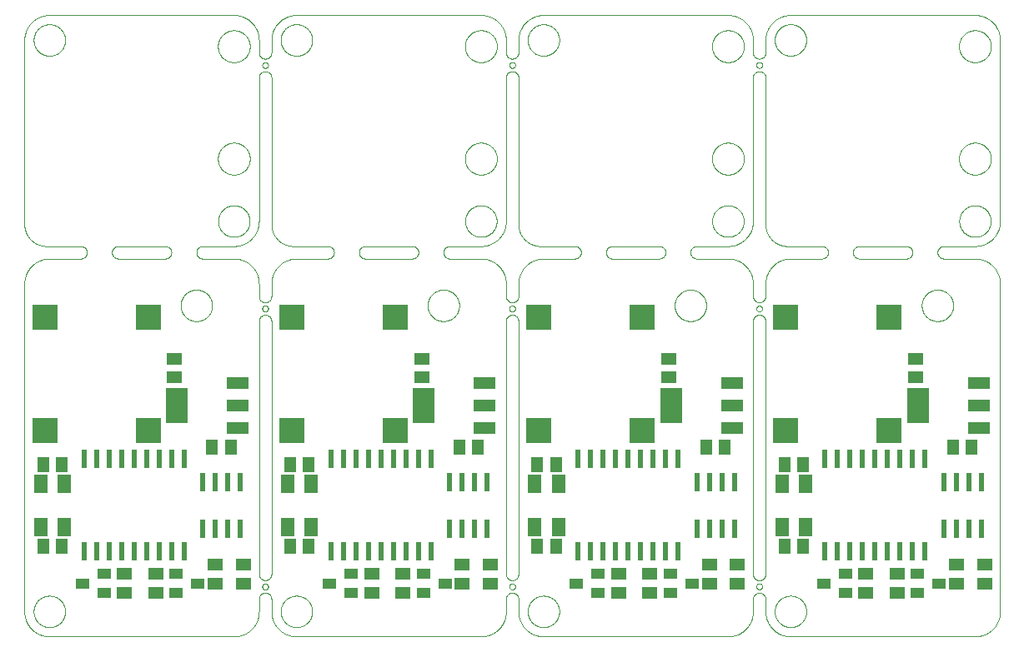
<source format=gtp>
G75*
%MOIN*%
%OFA0B0*%
%FSLAX25Y25*%
%IPPOS*%
%LPD*%
%AMOC8*
5,1,8,0,0,1.08239X$1,22.5*
%
%ADD10C,0.00000*%
%ADD11R,0.05118X0.05906*%
%ADD12R,0.05906X0.05118*%
%ADD13R,0.08800X0.04800*%
%ADD14R,0.08661X0.14173*%
%ADD15R,0.05512X0.07480*%
%ADD16R,0.02200X0.07800*%
%ADD17R,0.09843X0.09843*%
%ADD18R,0.05512X0.03937*%
D10*
X0047595Y0038800D02*
X0047595Y0170050D01*
X0047598Y0170292D01*
X0047607Y0170533D01*
X0047621Y0170774D01*
X0047642Y0171015D01*
X0047668Y0171255D01*
X0047700Y0171495D01*
X0047738Y0171734D01*
X0047781Y0171971D01*
X0047831Y0172208D01*
X0047886Y0172443D01*
X0047946Y0172677D01*
X0048013Y0172909D01*
X0048084Y0173140D01*
X0048162Y0173369D01*
X0048245Y0173596D01*
X0048333Y0173821D01*
X0048427Y0174044D01*
X0048526Y0174264D01*
X0048631Y0174482D01*
X0048740Y0174697D01*
X0048855Y0174910D01*
X0048975Y0175120D01*
X0049100Y0175326D01*
X0049230Y0175530D01*
X0049365Y0175731D01*
X0049505Y0175928D01*
X0049649Y0176122D01*
X0049798Y0176312D01*
X0049952Y0176498D01*
X0050110Y0176681D01*
X0050272Y0176860D01*
X0050439Y0177035D01*
X0050610Y0177206D01*
X0050785Y0177373D01*
X0050964Y0177535D01*
X0051147Y0177693D01*
X0051333Y0177847D01*
X0051523Y0177996D01*
X0051717Y0178140D01*
X0051914Y0178280D01*
X0052115Y0178415D01*
X0052319Y0178545D01*
X0052525Y0178670D01*
X0052735Y0178790D01*
X0052948Y0178905D01*
X0053163Y0179014D01*
X0053381Y0179119D01*
X0053601Y0179218D01*
X0053824Y0179312D01*
X0054049Y0179400D01*
X0054276Y0179483D01*
X0054505Y0179561D01*
X0054736Y0179632D01*
X0054968Y0179699D01*
X0055202Y0179759D01*
X0055437Y0179814D01*
X0055674Y0179864D01*
X0055911Y0179907D01*
X0056150Y0179945D01*
X0056390Y0179977D01*
X0056630Y0180003D01*
X0056871Y0180024D01*
X0057112Y0180038D01*
X0057353Y0180047D01*
X0057595Y0180050D01*
X0070095Y0180050D01*
X0072595Y0182550D02*
X0072593Y0182648D01*
X0072587Y0182746D01*
X0072578Y0182844D01*
X0072564Y0182941D01*
X0072547Y0183038D01*
X0072526Y0183134D01*
X0072501Y0183229D01*
X0072473Y0183323D01*
X0072440Y0183415D01*
X0072405Y0183507D01*
X0072365Y0183597D01*
X0072323Y0183685D01*
X0072276Y0183772D01*
X0072227Y0183856D01*
X0072174Y0183939D01*
X0072118Y0184019D01*
X0072058Y0184098D01*
X0071996Y0184174D01*
X0071931Y0184247D01*
X0071863Y0184318D01*
X0071792Y0184386D01*
X0071719Y0184451D01*
X0071643Y0184513D01*
X0071564Y0184573D01*
X0071484Y0184629D01*
X0071401Y0184682D01*
X0071317Y0184731D01*
X0071230Y0184778D01*
X0071142Y0184820D01*
X0071052Y0184860D01*
X0070960Y0184895D01*
X0070868Y0184928D01*
X0070774Y0184956D01*
X0070679Y0184981D01*
X0070583Y0185002D01*
X0070486Y0185019D01*
X0070389Y0185033D01*
X0070291Y0185042D01*
X0070193Y0185048D01*
X0070095Y0185050D01*
X0056345Y0185050D01*
X0056134Y0185053D01*
X0055922Y0185060D01*
X0055711Y0185073D01*
X0055501Y0185091D01*
X0055290Y0185114D01*
X0055081Y0185142D01*
X0054872Y0185175D01*
X0054664Y0185213D01*
X0054457Y0185256D01*
X0054251Y0185304D01*
X0054046Y0185357D01*
X0053843Y0185415D01*
X0053641Y0185478D01*
X0053441Y0185546D01*
X0053242Y0185619D01*
X0053045Y0185696D01*
X0052851Y0185778D01*
X0052658Y0185865D01*
X0052467Y0185956D01*
X0052279Y0186052D01*
X0052093Y0186153D01*
X0051909Y0186258D01*
X0051728Y0186367D01*
X0051550Y0186481D01*
X0051374Y0186599D01*
X0051202Y0186721D01*
X0051032Y0186847D01*
X0050866Y0186978D01*
X0050703Y0187112D01*
X0050543Y0187251D01*
X0050386Y0187393D01*
X0050233Y0187539D01*
X0050084Y0187688D01*
X0049938Y0187841D01*
X0049796Y0187998D01*
X0049657Y0188158D01*
X0049523Y0188321D01*
X0049392Y0188487D01*
X0049266Y0188657D01*
X0049144Y0188829D01*
X0049026Y0189005D01*
X0048912Y0189183D01*
X0048803Y0189364D01*
X0048698Y0189548D01*
X0048597Y0189734D01*
X0048501Y0189922D01*
X0048410Y0190113D01*
X0048323Y0190306D01*
X0048241Y0190500D01*
X0048164Y0190697D01*
X0048091Y0190896D01*
X0048023Y0191096D01*
X0047960Y0191298D01*
X0047902Y0191501D01*
X0047849Y0191706D01*
X0047801Y0191912D01*
X0047758Y0192119D01*
X0047720Y0192327D01*
X0047687Y0192536D01*
X0047659Y0192745D01*
X0047636Y0192956D01*
X0047618Y0193166D01*
X0047605Y0193377D01*
X0047598Y0193589D01*
X0047595Y0193800D01*
X0047595Y0267550D01*
X0047598Y0267792D01*
X0047607Y0268033D01*
X0047621Y0268274D01*
X0047642Y0268515D01*
X0047668Y0268755D01*
X0047700Y0268995D01*
X0047738Y0269234D01*
X0047781Y0269471D01*
X0047831Y0269708D01*
X0047886Y0269943D01*
X0047946Y0270177D01*
X0048013Y0270409D01*
X0048084Y0270640D01*
X0048162Y0270869D01*
X0048245Y0271096D01*
X0048333Y0271321D01*
X0048427Y0271544D01*
X0048526Y0271764D01*
X0048631Y0271982D01*
X0048740Y0272197D01*
X0048855Y0272410D01*
X0048975Y0272620D01*
X0049100Y0272826D01*
X0049230Y0273030D01*
X0049365Y0273231D01*
X0049505Y0273428D01*
X0049649Y0273622D01*
X0049798Y0273812D01*
X0049952Y0273998D01*
X0050110Y0274181D01*
X0050272Y0274360D01*
X0050439Y0274535D01*
X0050610Y0274706D01*
X0050785Y0274873D01*
X0050964Y0275035D01*
X0051147Y0275193D01*
X0051333Y0275347D01*
X0051523Y0275496D01*
X0051717Y0275640D01*
X0051914Y0275780D01*
X0052115Y0275915D01*
X0052319Y0276045D01*
X0052525Y0276170D01*
X0052735Y0276290D01*
X0052948Y0276405D01*
X0053163Y0276514D01*
X0053381Y0276619D01*
X0053601Y0276718D01*
X0053824Y0276812D01*
X0054049Y0276900D01*
X0054276Y0276983D01*
X0054505Y0277061D01*
X0054736Y0277132D01*
X0054968Y0277199D01*
X0055202Y0277259D01*
X0055437Y0277314D01*
X0055674Y0277364D01*
X0055911Y0277407D01*
X0056150Y0277445D01*
X0056390Y0277477D01*
X0056630Y0277503D01*
X0056871Y0277524D01*
X0057112Y0277538D01*
X0057353Y0277547D01*
X0057595Y0277550D01*
X0131345Y0277550D01*
X0131587Y0277547D01*
X0131828Y0277538D01*
X0132069Y0277524D01*
X0132310Y0277503D01*
X0132550Y0277477D01*
X0132790Y0277445D01*
X0133029Y0277407D01*
X0133266Y0277364D01*
X0133503Y0277314D01*
X0133738Y0277259D01*
X0133972Y0277199D01*
X0134204Y0277132D01*
X0134435Y0277061D01*
X0134664Y0276983D01*
X0134891Y0276900D01*
X0135116Y0276812D01*
X0135339Y0276718D01*
X0135559Y0276619D01*
X0135777Y0276514D01*
X0135992Y0276405D01*
X0136205Y0276290D01*
X0136415Y0276170D01*
X0136621Y0276045D01*
X0136825Y0275915D01*
X0137026Y0275780D01*
X0137223Y0275640D01*
X0137417Y0275496D01*
X0137607Y0275347D01*
X0137793Y0275193D01*
X0137976Y0275035D01*
X0138155Y0274873D01*
X0138330Y0274706D01*
X0138501Y0274535D01*
X0138668Y0274360D01*
X0138830Y0274181D01*
X0138988Y0273998D01*
X0139142Y0273812D01*
X0139291Y0273622D01*
X0139435Y0273428D01*
X0139575Y0273231D01*
X0139710Y0273030D01*
X0139840Y0272826D01*
X0139965Y0272620D01*
X0140085Y0272410D01*
X0140200Y0272197D01*
X0140309Y0271982D01*
X0140414Y0271764D01*
X0140513Y0271544D01*
X0140607Y0271321D01*
X0140695Y0271096D01*
X0140778Y0270869D01*
X0140856Y0270640D01*
X0140927Y0270409D01*
X0140994Y0270177D01*
X0141054Y0269943D01*
X0141109Y0269708D01*
X0141159Y0269471D01*
X0141202Y0269234D01*
X0141240Y0268995D01*
X0141272Y0268755D01*
X0141298Y0268515D01*
X0141319Y0268274D01*
X0141333Y0268033D01*
X0141342Y0267792D01*
X0141345Y0267550D01*
X0141345Y0262550D01*
X0143845Y0260050D02*
X0143943Y0260052D01*
X0144041Y0260058D01*
X0144139Y0260067D01*
X0144236Y0260081D01*
X0144333Y0260098D01*
X0144429Y0260119D01*
X0144524Y0260144D01*
X0144618Y0260172D01*
X0144710Y0260205D01*
X0144802Y0260240D01*
X0144892Y0260280D01*
X0144980Y0260322D01*
X0145067Y0260369D01*
X0145151Y0260418D01*
X0145234Y0260471D01*
X0145314Y0260527D01*
X0145393Y0260587D01*
X0145469Y0260649D01*
X0145542Y0260714D01*
X0145613Y0260782D01*
X0145681Y0260853D01*
X0145746Y0260926D01*
X0145808Y0261002D01*
X0145868Y0261081D01*
X0145924Y0261161D01*
X0145977Y0261244D01*
X0146026Y0261328D01*
X0146073Y0261415D01*
X0146115Y0261503D01*
X0146155Y0261593D01*
X0146190Y0261685D01*
X0146223Y0261777D01*
X0146251Y0261871D01*
X0146276Y0261966D01*
X0146297Y0262062D01*
X0146314Y0262159D01*
X0146328Y0262256D01*
X0146337Y0262354D01*
X0146343Y0262452D01*
X0146345Y0262550D01*
X0146345Y0267550D01*
X0141345Y0262550D02*
X0141347Y0262452D01*
X0141353Y0262354D01*
X0141362Y0262256D01*
X0141376Y0262159D01*
X0141393Y0262062D01*
X0141414Y0261966D01*
X0141439Y0261871D01*
X0141467Y0261777D01*
X0141500Y0261685D01*
X0141535Y0261593D01*
X0141575Y0261503D01*
X0141617Y0261415D01*
X0141664Y0261328D01*
X0141713Y0261244D01*
X0141766Y0261161D01*
X0141822Y0261081D01*
X0141882Y0261002D01*
X0141944Y0260926D01*
X0142009Y0260853D01*
X0142077Y0260782D01*
X0142148Y0260714D01*
X0142221Y0260649D01*
X0142297Y0260587D01*
X0142376Y0260527D01*
X0142456Y0260471D01*
X0142539Y0260418D01*
X0142623Y0260369D01*
X0142710Y0260322D01*
X0142798Y0260280D01*
X0142888Y0260240D01*
X0142980Y0260205D01*
X0143072Y0260172D01*
X0143166Y0260144D01*
X0143261Y0260119D01*
X0143357Y0260098D01*
X0143454Y0260081D01*
X0143551Y0260067D01*
X0143649Y0260058D01*
X0143747Y0260052D01*
X0143845Y0260050D01*
X0142664Y0257550D02*
X0142666Y0257619D01*
X0142672Y0257687D01*
X0142682Y0257755D01*
X0142696Y0257822D01*
X0142714Y0257889D01*
X0142735Y0257954D01*
X0142761Y0258018D01*
X0142790Y0258080D01*
X0142822Y0258140D01*
X0142858Y0258199D01*
X0142898Y0258255D01*
X0142940Y0258309D01*
X0142986Y0258360D01*
X0143035Y0258409D01*
X0143086Y0258455D01*
X0143140Y0258497D01*
X0143196Y0258537D01*
X0143254Y0258573D01*
X0143315Y0258605D01*
X0143377Y0258634D01*
X0143441Y0258660D01*
X0143506Y0258681D01*
X0143573Y0258699D01*
X0143640Y0258713D01*
X0143708Y0258723D01*
X0143776Y0258729D01*
X0143845Y0258731D01*
X0143914Y0258729D01*
X0143982Y0258723D01*
X0144050Y0258713D01*
X0144117Y0258699D01*
X0144184Y0258681D01*
X0144249Y0258660D01*
X0144313Y0258634D01*
X0144375Y0258605D01*
X0144435Y0258573D01*
X0144494Y0258537D01*
X0144550Y0258497D01*
X0144604Y0258455D01*
X0144655Y0258409D01*
X0144704Y0258360D01*
X0144750Y0258309D01*
X0144792Y0258255D01*
X0144832Y0258199D01*
X0144868Y0258140D01*
X0144900Y0258080D01*
X0144929Y0258018D01*
X0144955Y0257954D01*
X0144976Y0257889D01*
X0144994Y0257822D01*
X0145008Y0257755D01*
X0145018Y0257687D01*
X0145024Y0257619D01*
X0145026Y0257550D01*
X0145024Y0257481D01*
X0145018Y0257413D01*
X0145008Y0257345D01*
X0144994Y0257278D01*
X0144976Y0257211D01*
X0144955Y0257146D01*
X0144929Y0257082D01*
X0144900Y0257020D01*
X0144868Y0256959D01*
X0144832Y0256901D01*
X0144792Y0256845D01*
X0144750Y0256791D01*
X0144704Y0256740D01*
X0144655Y0256691D01*
X0144604Y0256645D01*
X0144550Y0256603D01*
X0144494Y0256563D01*
X0144436Y0256527D01*
X0144375Y0256495D01*
X0144313Y0256466D01*
X0144249Y0256440D01*
X0144184Y0256419D01*
X0144117Y0256401D01*
X0144050Y0256387D01*
X0143982Y0256377D01*
X0143914Y0256371D01*
X0143845Y0256369D01*
X0143776Y0256371D01*
X0143708Y0256377D01*
X0143640Y0256387D01*
X0143573Y0256401D01*
X0143506Y0256419D01*
X0143441Y0256440D01*
X0143377Y0256466D01*
X0143315Y0256495D01*
X0143254Y0256527D01*
X0143196Y0256563D01*
X0143140Y0256603D01*
X0143086Y0256645D01*
X0143035Y0256691D01*
X0142986Y0256740D01*
X0142940Y0256791D01*
X0142898Y0256845D01*
X0142858Y0256901D01*
X0142822Y0256959D01*
X0142790Y0257020D01*
X0142761Y0257082D01*
X0142735Y0257146D01*
X0142714Y0257211D01*
X0142696Y0257278D01*
X0142682Y0257345D01*
X0142672Y0257413D01*
X0142666Y0257481D01*
X0142664Y0257550D01*
X0143845Y0255050D02*
X0143943Y0255048D01*
X0144041Y0255042D01*
X0144139Y0255033D01*
X0144236Y0255019D01*
X0144333Y0255002D01*
X0144429Y0254981D01*
X0144524Y0254956D01*
X0144618Y0254928D01*
X0144710Y0254895D01*
X0144802Y0254860D01*
X0144892Y0254820D01*
X0144980Y0254778D01*
X0145067Y0254731D01*
X0145151Y0254682D01*
X0145234Y0254629D01*
X0145314Y0254573D01*
X0145393Y0254513D01*
X0145469Y0254451D01*
X0145542Y0254386D01*
X0145613Y0254318D01*
X0145681Y0254247D01*
X0145746Y0254174D01*
X0145808Y0254098D01*
X0145868Y0254019D01*
X0145924Y0253939D01*
X0145977Y0253856D01*
X0146026Y0253772D01*
X0146073Y0253685D01*
X0146115Y0253597D01*
X0146155Y0253507D01*
X0146190Y0253415D01*
X0146223Y0253323D01*
X0146251Y0253229D01*
X0146276Y0253134D01*
X0146297Y0253038D01*
X0146314Y0252941D01*
X0146328Y0252844D01*
X0146337Y0252746D01*
X0146343Y0252648D01*
X0146345Y0252550D01*
X0146345Y0193800D01*
X0141345Y0195050D02*
X0141345Y0252550D01*
X0141347Y0252648D01*
X0141353Y0252746D01*
X0141362Y0252844D01*
X0141376Y0252941D01*
X0141393Y0253038D01*
X0141414Y0253134D01*
X0141439Y0253229D01*
X0141467Y0253323D01*
X0141500Y0253415D01*
X0141535Y0253507D01*
X0141575Y0253597D01*
X0141617Y0253685D01*
X0141664Y0253772D01*
X0141713Y0253856D01*
X0141766Y0253939D01*
X0141822Y0254019D01*
X0141882Y0254098D01*
X0141944Y0254174D01*
X0142009Y0254247D01*
X0142077Y0254318D01*
X0142148Y0254386D01*
X0142221Y0254451D01*
X0142297Y0254513D01*
X0142376Y0254573D01*
X0142456Y0254629D01*
X0142539Y0254682D01*
X0142623Y0254731D01*
X0142710Y0254778D01*
X0142798Y0254820D01*
X0142888Y0254860D01*
X0142980Y0254895D01*
X0143072Y0254928D01*
X0143166Y0254956D01*
X0143261Y0254981D01*
X0143357Y0255002D01*
X0143454Y0255019D01*
X0143551Y0255033D01*
X0143649Y0255042D01*
X0143747Y0255048D01*
X0143845Y0255050D01*
X0124945Y0265050D02*
X0124947Y0265210D01*
X0124953Y0265369D01*
X0124963Y0265528D01*
X0124977Y0265687D01*
X0124995Y0265846D01*
X0125016Y0266004D01*
X0125042Y0266161D01*
X0125072Y0266318D01*
X0125105Y0266474D01*
X0125143Y0266629D01*
X0125184Y0266783D01*
X0125229Y0266936D01*
X0125278Y0267088D01*
X0125331Y0267239D01*
X0125387Y0267388D01*
X0125448Y0267536D01*
X0125511Y0267682D01*
X0125579Y0267827D01*
X0125650Y0267970D01*
X0125724Y0268111D01*
X0125802Y0268250D01*
X0125884Y0268387D01*
X0125969Y0268522D01*
X0126057Y0268655D01*
X0126149Y0268786D01*
X0126243Y0268914D01*
X0126341Y0269040D01*
X0126442Y0269164D01*
X0126546Y0269285D01*
X0126653Y0269403D01*
X0126763Y0269519D01*
X0126876Y0269632D01*
X0126992Y0269742D01*
X0127110Y0269849D01*
X0127231Y0269953D01*
X0127355Y0270054D01*
X0127481Y0270152D01*
X0127609Y0270246D01*
X0127740Y0270338D01*
X0127873Y0270426D01*
X0128008Y0270511D01*
X0128145Y0270593D01*
X0128284Y0270671D01*
X0128425Y0270745D01*
X0128568Y0270816D01*
X0128713Y0270884D01*
X0128859Y0270947D01*
X0129007Y0271008D01*
X0129156Y0271064D01*
X0129307Y0271117D01*
X0129459Y0271166D01*
X0129612Y0271211D01*
X0129766Y0271252D01*
X0129921Y0271290D01*
X0130077Y0271323D01*
X0130234Y0271353D01*
X0130391Y0271379D01*
X0130549Y0271400D01*
X0130708Y0271418D01*
X0130867Y0271432D01*
X0131026Y0271442D01*
X0131185Y0271448D01*
X0131345Y0271450D01*
X0131505Y0271448D01*
X0131664Y0271442D01*
X0131823Y0271432D01*
X0131982Y0271418D01*
X0132141Y0271400D01*
X0132299Y0271379D01*
X0132456Y0271353D01*
X0132613Y0271323D01*
X0132769Y0271290D01*
X0132924Y0271252D01*
X0133078Y0271211D01*
X0133231Y0271166D01*
X0133383Y0271117D01*
X0133534Y0271064D01*
X0133683Y0271008D01*
X0133831Y0270947D01*
X0133977Y0270884D01*
X0134122Y0270816D01*
X0134265Y0270745D01*
X0134406Y0270671D01*
X0134545Y0270593D01*
X0134682Y0270511D01*
X0134817Y0270426D01*
X0134950Y0270338D01*
X0135081Y0270246D01*
X0135209Y0270152D01*
X0135335Y0270054D01*
X0135459Y0269953D01*
X0135580Y0269849D01*
X0135698Y0269742D01*
X0135814Y0269632D01*
X0135927Y0269519D01*
X0136037Y0269403D01*
X0136144Y0269285D01*
X0136248Y0269164D01*
X0136349Y0269040D01*
X0136447Y0268914D01*
X0136541Y0268786D01*
X0136633Y0268655D01*
X0136721Y0268522D01*
X0136806Y0268387D01*
X0136888Y0268250D01*
X0136966Y0268111D01*
X0137040Y0267970D01*
X0137111Y0267827D01*
X0137179Y0267682D01*
X0137242Y0267536D01*
X0137303Y0267388D01*
X0137359Y0267239D01*
X0137412Y0267088D01*
X0137461Y0266936D01*
X0137506Y0266783D01*
X0137547Y0266629D01*
X0137585Y0266474D01*
X0137618Y0266318D01*
X0137648Y0266161D01*
X0137674Y0266004D01*
X0137695Y0265846D01*
X0137713Y0265687D01*
X0137727Y0265528D01*
X0137737Y0265369D01*
X0137743Y0265210D01*
X0137745Y0265050D01*
X0137743Y0264890D01*
X0137737Y0264731D01*
X0137727Y0264572D01*
X0137713Y0264413D01*
X0137695Y0264254D01*
X0137674Y0264096D01*
X0137648Y0263939D01*
X0137618Y0263782D01*
X0137585Y0263626D01*
X0137547Y0263471D01*
X0137506Y0263317D01*
X0137461Y0263164D01*
X0137412Y0263012D01*
X0137359Y0262861D01*
X0137303Y0262712D01*
X0137242Y0262564D01*
X0137179Y0262418D01*
X0137111Y0262273D01*
X0137040Y0262130D01*
X0136966Y0261989D01*
X0136888Y0261850D01*
X0136806Y0261713D01*
X0136721Y0261578D01*
X0136633Y0261445D01*
X0136541Y0261314D01*
X0136447Y0261186D01*
X0136349Y0261060D01*
X0136248Y0260936D01*
X0136144Y0260815D01*
X0136037Y0260697D01*
X0135927Y0260581D01*
X0135814Y0260468D01*
X0135698Y0260358D01*
X0135580Y0260251D01*
X0135459Y0260147D01*
X0135335Y0260046D01*
X0135209Y0259948D01*
X0135081Y0259854D01*
X0134950Y0259762D01*
X0134817Y0259674D01*
X0134682Y0259589D01*
X0134545Y0259507D01*
X0134406Y0259429D01*
X0134265Y0259355D01*
X0134122Y0259284D01*
X0133977Y0259216D01*
X0133831Y0259153D01*
X0133683Y0259092D01*
X0133534Y0259036D01*
X0133383Y0258983D01*
X0133231Y0258934D01*
X0133078Y0258889D01*
X0132924Y0258848D01*
X0132769Y0258810D01*
X0132613Y0258777D01*
X0132456Y0258747D01*
X0132299Y0258721D01*
X0132141Y0258700D01*
X0131982Y0258682D01*
X0131823Y0258668D01*
X0131664Y0258658D01*
X0131505Y0258652D01*
X0131345Y0258650D01*
X0131185Y0258652D01*
X0131026Y0258658D01*
X0130867Y0258668D01*
X0130708Y0258682D01*
X0130549Y0258700D01*
X0130391Y0258721D01*
X0130234Y0258747D01*
X0130077Y0258777D01*
X0129921Y0258810D01*
X0129766Y0258848D01*
X0129612Y0258889D01*
X0129459Y0258934D01*
X0129307Y0258983D01*
X0129156Y0259036D01*
X0129007Y0259092D01*
X0128859Y0259153D01*
X0128713Y0259216D01*
X0128568Y0259284D01*
X0128425Y0259355D01*
X0128284Y0259429D01*
X0128145Y0259507D01*
X0128008Y0259589D01*
X0127873Y0259674D01*
X0127740Y0259762D01*
X0127609Y0259854D01*
X0127481Y0259948D01*
X0127355Y0260046D01*
X0127231Y0260147D01*
X0127110Y0260251D01*
X0126992Y0260358D01*
X0126876Y0260468D01*
X0126763Y0260581D01*
X0126653Y0260697D01*
X0126546Y0260815D01*
X0126442Y0260936D01*
X0126341Y0261060D01*
X0126243Y0261186D01*
X0126149Y0261314D01*
X0126057Y0261445D01*
X0125969Y0261578D01*
X0125884Y0261713D01*
X0125802Y0261850D01*
X0125724Y0261989D01*
X0125650Y0262130D01*
X0125579Y0262273D01*
X0125511Y0262418D01*
X0125448Y0262564D01*
X0125387Y0262712D01*
X0125331Y0262861D01*
X0125278Y0263012D01*
X0125229Y0263164D01*
X0125184Y0263317D01*
X0125143Y0263471D01*
X0125105Y0263626D01*
X0125072Y0263782D01*
X0125042Y0263939D01*
X0125016Y0264096D01*
X0124995Y0264254D01*
X0124977Y0264413D01*
X0124963Y0264572D01*
X0124953Y0264731D01*
X0124947Y0264890D01*
X0124945Y0265050D01*
X0146345Y0267550D02*
X0146348Y0267792D01*
X0146357Y0268033D01*
X0146371Y0268274D01*
X0146392Y0268515D01*
X0146418Y0268755D01*
X0146450Y0268995D01*
X0146488Y0269234D01*
X0146531Y0269471D01*
X0146581Y0269708D01*
X0146636Y0269943D01*
X0146696Y0270177D01*
X0146763Y0270409D01*
X0146834Y0270640D01*
X0146912Y0270869D01*
X0146995Y0271096D01*
X0147083Y0271321D01*
X0147177Y0271544D01*
X0147276Y0271764D01*
X0147381Y0271982D01*
X0147490Y0272197D01*
X0147605Y0272410D01*
X0147725Y0272620D01*
X0147850Y0272826D01*
X0147980Y0273030D01*
X0148115Y0273231D01*
X0148255Y0273428D01*
X0148399Y0273622D01*
X0148548Y0273812D01*
X0148702Y0273998D01*
X0148860Y0274181D01*
X0149022Y0274360D01*
X0149189Y0274535D01*
X0149360Y0274706D01*
X0149535Y0274873D01*
X0149714Y0275035D01*
X0149897Y0275193D01*
X0150083Y0275347D01*
X0150273Y0275496D01*
X0150467Y0275640D01*
X0150664Y0275780D01*
X0150865Y0275915D01*
X0151069Y0276045D01*
X0151275Y0276170D01*
X0151485Y0276290D01*
X0151698Y0276405D01*
X0151913Y0276514D01*
X0152131Y0276619D01*
X0152351Y0276718D01*
X0152574Y0276812D01*
X0152799Y0276900D01*
X0153026Y0276983D01*
X0153255Y0277061D01*
X0153486Y0277132D01*
X0153718Y0277199D01*
X0153952Y0277259D01*
X0154187Y0277314D01*
X0154424Y0277364D01*
X0154661Y0277407D01*
X0154900Y0277445D01*
X0155140Y0277477D01*
X0155380Y0277503D01*
X0155621Y0277524D01*
X0155862Y0277538D01*
X0156103Y0277547D01*
X0156345Y0277550D01*
X0230095Y0277550D01*
X0230337Y0277547D01*
X0230578Y0277538D01*
X0230819Y0277524D01*
X0231060Y0277503D01*
X0231300Y0277477D01*
X0231540Y0277445D01*
X0231779Y0277407D01*
X0232016Y0277364D01*
X0232253Y0277314D01*
X0232488Y0277259D01*
X0232722Y0277199D01*
X0232954Y0277132D01*
X0233185Y0277061D01*
X0233414Y0276983D01*
X0233641Y0276900D01*
X0233866Y0276812D01*
X0234089Y0276718D01*
X0234309Y0276619D01*
X0234527Y0276514D01*
X0234742Y0276405D01*
X0234955Y0276290D01*
X0235165Y0276170D01*
X0235371Y0276045D01*
X0235575Y0275915D01*
X0235776Y0275780D01*
X0235973Y0275640D01*
X0236167Y0275496D01*
X0236357Y0275347D01*
X0236543Y0275193D01*
X0236726Y0275035D01*
X0236905Y0274873D01*
X0237080Y0274706D01*
X0237251Y0274535D01*
X0237418Y0274360D01*
X0237580Y0274181D01*
X0237738Y0273998D01*
X0237892Y0273812D01*
X0238041Y0273622D01*
X0238185Y0273428D01*
X0238325Y0273231D01*
X0238460Y0273030D01*
X0238590Y0272826D01*
X0238715Y0272620D01*
X0238835Y0272410D01*
X0238950Y0272197D01*
X0239059Y0271982D01*
X0239164Y0271764D01*
X0239263Y0271544D01*
X0239357Y0271321D01*
X0239445Y0271096D01*
X0239528Y0270869D01*
X0239606Y0270640D01*
X0239677Y0270409D01*
X0239744Y0270177D01*
X0239804Y0269943D01*
X0239859Y0269708D01*
X0239909Y0269471D01*
X0239952Y0269234D01*
X0239990Y0268995D01*
X0240022Y0268755D01*
X0240048Y0268515D01*
X0240069Y0268274D01*
X0240083Y0268033D01*
X0240092Y0267792D01*
X0240095Y0267550D01*
X0240095Y0262550D01*
X0242595Y0260050D02*
X0242693Y0260052D01*
X0242791Y0260058D01*
X0242889Y0260067D01*
X0242986Y0260081D01*
X0243083Y0260098D01*
X0243179Y0260119D01*
X0243274Y0260144D01*
X0243368Y0260172D01*
X0243460Y0260205D01*
X0243552Y0260240D01*
X0243642Y0260280D01*
X0243730Y0260322D01*
X0243817Y0260369D01*
X0243901Y0260418D01*
X0243984Y0260471D01*
X0244064Y0260527D01*
X0244143Y0260587D01*
X0244219Y0260649D01*
X0244292Y0260714D01*
X0244363Y0260782D01*
X0244431Y0260853D01*
X0244496Y0260926D01*
X0244558Y0261002D01*
X0244618Y0261081D01*
X0244674Y0261161D01*
X0244727Y0261244D01*
X0244776Y0261328D01*
X0244823Y0261415D01*
X0244865Y0261503D01*
X0244905Y0261593D01*
X0244940Y0261685D01*
X0244973Y0261777D01*
X0245001Y0261871D01*
X0245026Y0261966D01*
X0245047Y0262062D01*
X0245064Y0262159D01*
X0245078Y0262256D01*
X0245087Y0262354D01*
X0245093Y0262452D01*
X0245095Y0262550D01*
X0245095Y0267550D01*
X0240095Y0262550D02*
X0240097Y0262452D01*
X0240103Y0262354D01*
X0240112Y0262256D01*
X0240126Y0262159D01*
X0240143Y0262062D01*
X0240164Y0261966D01*
X0240189Y0261871D01*
X0240217Y0261777D01*
X0240250Y0261685D01*
X0240285Y0261593D01*
X0240325Y0261503D01*
X0240367Y0261415D01*
X0240414Y0261328D01*
X0240463Y0261244D01*
X0240516Y0261161D01*
X0240572Y0261081D01*
X0240632Y0261002D01*
X0240694Y0260926D01*
X0240759Y0260853D01*
X0240827Y0260782D01*
X0240898Y0260714D01*
X0240971Y0260649D01*
X0241047Y0260587D01*
X0241126Y0260527D01*
X0241206Y0260471D01*
X0241289Y0260418D01*
X0241373Y0260369D01*
X0241460Y0260322D01*
X0241548Y0260280D01*
X0241638Y0260240D01*
X0241730Y0260205D01*
X0241822Y0260172D01*
X0241916Y0260144D01*
X0242011Y0260119D01*
X0242107Y0260098D01*
X0242204Y0260081D01*
X0242301Y0260067D01*
X0242399Y0260058D01*
X0242497Y0260052D01*
X0242595Y0260050D01*
X0241414Y0257550D02*
X0241416Y0257619D01*
X0241422Y0257687D01*
X0241432Y0257755D01*
X0241446Y0257822D01*
X0241464Y0257889D01*
X0241485Y0257954D01*
X0241511Y0258018D01*
X0241540Y0258080D01*
X0241572Y0258140D01*
X0241608Y0258199D01*
X0241648Y0258255D01*
X0241690Y0258309D01*
X0241736Y0258360D01*
X0241785Y0258409D01*
X0241836Y0258455D01*
X0241890Y0258497D01*
X0241946Y0258537D01*
X0242004Y0258573D01*
X0242065Y0258605D01*
X0242127Y0258634D01*
X0242191Y0258660D01*
X0242256Y0258681D01*
X0242323Y0258699D01*
X0242390Y0258713D01*
X0242458Y0258723D01*
X0242526Y0258729D01*
X0242595Y0258731D01*
X0242664Y0258729D01*
X0242732Y0258723D01*
X0242800Y0258713D01*
X0242867Y0258699D01*
X0242934Y0258681D01*
X0242999Y0258660D01*
X0243063Y0258634D01*
X0243125Y0258605D01*
X0243185Y0258573D01*
X0243244Y0258537D01*
X0243300Y0258497D01*
X0243354Y0258455D01*
X0243405Y0258409D01*
X0243454Y0258360D01*
X0243500Y0258309D01*
X0243542Y0258255D01*
X0243582Y0258199D01*
X0243618Y0258140D01*
X0243650Y0258080D01*
X0243679Y0258018D01*
X0243705Y0257954D01*
X0243726Y0257889D01*
X0243744Y0257822D01*
X0243758Y0257755D01*
X0243768Y0257687D01*
X0243774Y0257619D01*
X0243776Y0257550D01*
X0243774Y0257481D01*
X0243768Y0257413D01*
X0243758Y0257345D01*
X0243744Y0257278D01*
X0243726Y0257211D01*
X0243705Y0257146D01*
X0243679Y0257082D01*
X0243650Y0257020D01*
X0243618Y0256959D01*
X0243582Y0256901D01*
X0243542Y0256845D01*
X0243500Y0256791D01*
X0243454Y0256740D01*
X0243405Y0256691D01*
X0243354Y0256645D01*
X0243300Y0256603D01*
X0243244Y0256563D01*
X0243186Y0256527D01*
X0243125Y0256495D01*
X0243063Y0256466D01*
X0242999Y0256440D01*
X0242934Y0256419D01*
X0242867Y0256401D01*
X0242800Y0256387D01*
X0242732Y0256377D01*
X0242664Y0256371D01*
X0242595Y0256369D01*
X0242526Y0256371D01*
X0242458Y0256377D01*
X0242390Y0256387D01*
X0242323Y0256401D01*
X0242256Y0256419D01*
X0242191Y0256440D01*
X0242127Y0256466D01*
X0242065Y0256495D01*
X0242004Y0256527D01*
X0241946Y0256563D01*
X0241890Y0256603D01*
X0241836Y0256645D01*
X0241785Y0256691D01*
X0241736Y0256740D01*
X0241690Y0256791D01*
X0241648Y0256845D01*
X0241608Y0256901D01*
X0241572Y0256959D01*
X0241540Y0257020D01*
X0241511Y0257082D01*
X0241485Y0257146D01*
X0241464Y0257211D01*
X0241446Y0257278D01*
X0241432Y0257345D01*
X0241422Y0257413D01*
X0241416Y0257481D01*
X0241414Y0257550D01*
X0242595Y0255050D02*
X0242693Y0255048D01*
X0242791Y0255042D01*
X0242889Y0255033D01*
X0242986Y0255019D01*
X0243083Y0255002D01*
X0243179Y0254981D01*
X0243274Y0254956D01*
X0243368Y0254928D01*
X0243460Y0254895D01*
X0243552Y0254860D01*
X0243642Y0254820D01*
X0243730Y0254778D01*
X0243817Y0254731D01*
X0243901Y0254682D01*
X0243984Y0254629D01*
X0244064Y0254573D01*
X0244143Y0254513D01*
X0244219Y0254451D01*
X0244292Y0254386D01*
X0244363Y0254318D01*
X0244431Y0254247D01*
X0244496Y0254174D01*
X0244558Y0254098D01*
X0244618Y0254019D01*
X0244674Y0253939D01*
X0244727Y0253856D01*
X0244776Y0253772D01*
X0244823Y0253685D01*
X0244865Y0253597D01*
X0244905Y0253507D01*
X0244940Y0253415D01*
X0244973Y0253323D01*
X0245001Y0253229D01*
X0245026Y0253134D01*
X0245047Y0253038D01*
X0245064Y0252941D01*
X0245078Y0252844D01*
X0245087Y0252746D01*
X0245093Y0252648D01*
X0245095Y0252550D01*
X0245095Y0193800D01*
X0240095Y0195050D02*
X0240095Y0252550D01*
X0240097Y0252648D01*
X0240103Y0252746D01*
X0240112Y0252844D01*
X0240126Y0252941D01*
X0240143Y0253038D01*
X0240164Y0253134D01*
X0240189Y0253229D01*
X0240217Y0253323D01*
X0240250Y0253415D01*
X0240285Y0253507D01*
X0240325Y0253597D01*
X0240367Y0253685D01*
X0240414Y0253772D01*
X0240463Y0253856D01*
X0240516Y0253939D01*
X0240572Y0254019D01*
X0240632Y0254098D01*
X0240694Y0254174D01*
X0240759Y0254247D01*
X0240827Y0254318D01*
X0240898Y0254386D01*
X0240971Y0254451D01*
X0241047Y0254513D01*
X0241126Y0254573D01*
X0241206Y0254629D01*
X0241289Y0254682D01*
X0241373Y0254731D01*
X0241460Y0254778D01*
X0241548Y0254820D01*
X0241638Y0254860D01*
X0241730Y0254895D01*
X0241822Y0254928D01*
X0241916Y0254956D01*
X0242011Y0254981D01*
X0242107Y0255002D01*
X0242204Y0255019D01*
X0242301Y0255033D01*
X0242399Y0255042D01*
X0242497Y0255048D01*
X0242595Y0255050D01*
X0223695Y0265050D02*
X0223697Y0265210D01*
X0223703Y0265369D01*
X0223713Y0265528D01*
X0223727Y0265687D01*
X0223745Y0265846D01*
X0223766Y0266004D01*
X0223792Y0266161D01*
X0223822Y0266318D01*
X0223855Y0266474D01*
X0223893Y0266629D01*
X0223934Y0266783D01*
X0223979Y0266936D01*
X0224028Y0267088D01*
X0224081Y0267239D01*
X0224137Y0267388D01*
X0224198Y0267536D01*
X0224261Y0267682D01*
X0224329Y0267827D01*
X0224400Y0267970D01*
X0224474Y0268111D01*
X0224552Y0268250D01*
X0224634Y0268387D01*
X0224719Y0268522D01*
X0224807Y0268655D01*
X0224899Y0268786D01*
X0224993Y0268914D01*
X0225091Y0269040D01*
X0225192Y0269164D01*
X0225296Y0269285D01*
X0225403Y0269403D01*
X0225513Y0269519D01*
X0225626Y0269632D01*
X0225742Y0269742D01*
X0225860Y0269849D01*
X0225981Y0269953D01*
X0226105Y0270054D01*
X0226231Y0270152D01*
X0226359Y0270246D01*
X0226490Y0270338D01*
X0226623Y0270426D01*
X0226758Y0270511D01*
X0226895Y0270593D01*
X0227034Y0270671D01*
X0227175Y0270745D01*
X0227318Y0270816D01*
X0227463Y0270884D01*
X0227609Y0270947D01*
X0227757Y0271008D01*
X0227906Y0271064D01*
X0228057Y0271117D01*
X0228209Y0271166D01*
X0228362Y0271211D01*
X0228516Y0271252D01*
X0228671Y0271290D01*
X0228827Y0271323D01*
X0228984Y0271353D01*
X0229141Y0271379D01*
X0229299Y0271400D01*
X0229458Y0271418D01*
X0229617Y0271432D01*
X0229776Y0271442D01*
X0229935Y0271448D01*
X0230095Y0271450D01*
X0230255Y0271448D01*
X0230414Y0271442D01*
X0230573Y0271432D01*
X0230732Y0271418D01*
X0230891Y0271400D01*
X0231049Y0271379D01*
X0231206Y0271353D01*
X0231363Y0271323D01*
X0231519Y0271290D01*
X0231674Y0271252D01*
X0231828Y0271211D01*
X0231981Y0271166D01*
X0232133Y0271117D01*
X0232284Y0271064D01*
X0232433Y0271008D01*
X0232581Y0270947D01*
X0232727Y0270884D01*
X0232872Y0270816D01*
X0233015Y0270745D01*
X0233156Y0270671D01*
X0233295Y0270593D01*
X0233432Y0270511D01*
X0233567Y0270426D01*
X0233700Y0270338D01*
X0233831Y0270246D01*
X0233959Y0270152D01*
X0234085Y0270054D01*
X0234209Y0269953D01*
X0234330Y0269849D01*
X0234448Y0269742D01*
X0234564Y0269632D01*
X0234677Y0269519D01*
X0234787Y0269403D01*
X0234894Y0269285D01*
X0234998Y0269164D01*
X0235099Y0269040D01*
X0235197Y0268914D01*
X0235291Y0268786D01*
X0235383Y0268655D01*
X0235471Y0268522D01*
X0235556Y0268387D01*
X0235638Y0268250D01*
X0235716Y0268111D01*
X0235790Y0267970D01*
X0235861Y0267827D01*
X0235929Y0267682D01*
X0235992Y0267536D01*
X0236053Y0267388D01*
X0236109Y0267239D01*
X0236162Y0267088D01*
X0236211Y0266936D01*
X0236256Y0266783D01*
X0236297Y0266629D01*
X0236335Y0266474D01*
X0236368Y0266318D01*
X0236398Y0266161D01*
X0236424Y0266004D01*
X0236445Y0265846D01*
X0236463Y0265687D01*
X0236477Y0265528D01*
X0236487Y0265369D01*
X0236493Y0265210D01*
X0236495Y0265050D01*
X0236493Y0264890D01*
X0236487Y0264731D01*
X0236477Y0264572D01*
X0236463Y0264413D01*
X0236445Y0264254D01*
X0236424Y0264096D01*
X0236398Y0263939D01*
X0236368Y0263782D01*
X0236335Y0263626D01*
X0236297Y0263471D01*
X0236256Y0263317D01*
X0236211Y0263164D01*
X0236162Y0263012D01*
X0236109Y0262861D01*
X0236053Y0262712D01*
X0235992Y0262564D01*
X0235929Y0262418D01*
X0235861Y0262273D01*
X0235790Y0262130D01*
X0235716Y0261989D01*
X0235638Y0261850D01*
X0235556Y0261713D01*
X0235471Y0261578D01*
X0235383Y0261445D01*
X0235291Y0261314D01*
X0235197Y0261186D01*
X0235099Y0261060D01*
X0234998Y0260936D01*
X0234894Y0260815D01*
X0234787Y0260697D01*
X0234677Y0260581D01*
X0234564Y0260468D01*
X0234448Y0260358D01*
X0234330Y0260251D01*
X0234209Y0260147D01*
X0234085Y0260046D01*
X0233959Y0259948D01*
X0233831Y0259854D01*
X0233700Y0259762D01*
X0233567Y0259674D01*
X0233432Y0259589D01*
X0233295Y0259507D01*
X0233156Y0259429D01*
X0233015Y0259355D01*
X0232872Y0259284D01*
X0232727Y0259216D01*
X0232581Y0259153D01*
X0232433Y0259092D01*
X0232284Y0259036D01*
X0232133Y0258983D01*
X0231981Y0258934D01*
X0231828Y0258889D01*
X0231674Y0258848D01*
X0231519Y0258810D01*
X0231363Y0258777D01*
X0231206Y0258747D01*
X0231049Y0258721D01*
X0230891Y0258700D01*
X0230732Y0258682D01*
X0230573Y0258668D01*
X0230414Y0258658D01*
X0230255Y0258652D01*
X0230095Y0258650D01*
X0229935Y0258652D01*
X0229776Y0258658D01*
X0229617Y0258668D01*
X0229458Y0258682D01*
X0229299Y0258700D01*
X0229141Y0258721D01*
X0228984Y0258747D01*
X0228827Y0258777D01*
X0228671Y0258810D01*
X0228516Y0258848D01*
X0228362Y0258889D01*
X0228209Y0258934D01*
X0228057Y0258983D01*
X0227906Y0259036D01*
X0227757Y0259092D01*
X0227609Y0259153D01*
X0227463Y0259216D01*
X0227318Y0259284D01*
X0227175Y0259355D01*
X0227034Y0259429D01*
X0226895Y0259507D01*
X0226758Y0259589D01*
X0226623Y0259674D01*
X0226490Y0259762D01*
X0226359Y0259854D01*
X0226231Y0259948D01*
X0226105Y0260046D01*
X0225981Y0260147D01*
X0225860Y0260251D01*
X0225742Y0260358D01*
X0225626Y0260468D01*
X0225513Y0260581D01*
X0225403Y0260697D01*
X0225296Y0260815D01*
X0225192Y0260936D01*
X0225091Y0261060D01*
X0224993Y0261186D01*
X0224899Y0261314D01*
X0224807Y0261445D01*
X0224719Y0261578D01*
X0224634Y0261713D01*
X0224552Y0261850D01*
X0224474Y0261989D01*
X0224400Y0262130D01*
X0224329Y0262273D01*
X0224261Y0262418D01*
X0224198Y0262564D01*
X0224137Y0262712D01*
X0224081Y0262861D01*
X0224028Y0263012D01*
X0223979Y0263164D01*
X0223934Y0263317D01*
X0223893Y0263471D01*
X0223855Y0263626D01*
X0223822Y0263782D01*
X0223792Y0263939D01*
X0223766Y0264096D01*
X0223745Y0264254D01*
X0223727Y0264413D01*
X0223713Y0264572D01*
X0223703Y0264731D01*
X0223697Y0264890D01*
X0223695Y0265050D01*
X0245095Y0267550D02*
X0245098Y0267792D01*
X0245107Y0268033D01*
X0245121Y0268274D01*
X0245142Y0268515D01*
X0245168Y0268755D01*
X0245200Y0268995D01*
X0245238Y0269234D01*
X0245281Y0269471D01*
X0245331Y0269708D01*
X0245386Y0269943D01*
X0245446Y0270177D01*
X0245513Y0270409D01*
X0245584Y0270640D01*
X0245662Y0270869D01*
X0245745Y0271096D01*
X0245833Y0271321D01*
X0245927Y0271544D01*
X0246026Y0271764D01*
X0246131Y0271982D01*
X0246240Y0272197D01*
X0246355Y0272410D01*
X0246475Y0272620D01*
X0246600Y0272826D01*
X0246730Y0273030D01*
X0246865Y0273231D01*
X0247005Y0273428D01*
X0247149Y0273622D01*
X0247298Y0273812D01*
X0247452Y0273998D01*
X0247610Y0274181D01*
X0247772Y0274360D01*
X0247939Y0274535D01*
X0248110Y0274706D01*
X0248285Y0274873D01*
X0248464Y0275035D01*
X0248647Y0275193D01*
X0248833Y0275347D01*
X0249023Y0275496D01*
X0249217Y0275640D01*
X0249414Y0275780D01*
X0249615Y0275915D01*
X0249819Y0276045D01*
X0250025Y0276170D01*
X0250235Y0276290D01*
X0250448Y0276405D01*
X0250663Y0276514D01*
X0250881Y0276619D01*
X0251101Y0276718D01*
X0251324Y0276812D01*
X0251549Y0276900D01*
X0251776Y0276983D01*
X0252005Y0277061D01*
X0252236Y0277132D01*
X0252468Y0277199D01*
X0252702Y0277259D01*
X0252937Y0277314D01*
X0253174Y0277364D01*
X0253411Y0277407D01*
X0253650Y0277445D01*
X0253890Y0277477D01*
X0254130Y0277503D01*
X0254371Y0277524D01*
X0254612Y0277538D01*
X0254853Y0277547D01*
X0255095Y0277550D01*
X0328845Y0277550D01*
X0329087Y0277547D01*
X0329328Y0277538D01*
X0329569Y0277524D01*
X0329810Y0277503D01*
X0330050Y0277477D01*
X0330290Y0277445D01*
X0330529Y0277407D01*
X0330766Y0277364D01*
X0331003Y0277314D01*
X0331238Y0277259D01*
X0331472Y0277199D01*
X0331704Y0277132D01*
X0331935Y0277061D01*
X0332164Y0276983D01*
X0332391Y0276900D01*
X0332616Y0276812D01*
X0332839Y0276718D01*
X0333059Y0276619D01*
X0333277Y0276514D01*
X0333492Y0276405D01*
X0333705Y0276290D01*
X0333915Y0276170D01*
X0334121Y0276045D01*
X0334325Y0275915D01*
X0334526Y0275780D01*
X0334723Y0275640D01*
X0334917Y0275496D01*
X0335107Y0275347D01*
X0335293Y0275193D01*
X0335476Y0275035D01*
X0335655Y0274873D01*
X0335830Y0274706D01*
X0336001Y0274535D01*
X0336168Y0274360D01*
X0336330Y0274181D01*
X0336488Y0273998D01*
X0336642Y0273812D01*
X0336791Y0273622D01*
X0336935Y0273428D01*
X0337075Y0273231D01*
X0337210Y0273030D01*
X0337340Y0272826D01*
X0337465Y0272620D01*
X0337585Y0272410D01*
X0337700Y0272197D01*
X0337809Y0271982D01*
X0337914Y0271764D01*
X0338013Y0271544D01*
X0338107Y0271321D01*
X0338195Y0271096D01*
X0338278Y0270869D01*
X0338356Y0270640D01*
X0338427Y0270409D01*
X0338494Y0270177D01*
X0338554Y0269943D01*
X0338609Y0269708D01*
X0338659Y0269471D01*
X0338702Y0269234D01*
X0338740Y0268995D01*
X0338772Y0268755D01*
X0338798Y0268515D01*
X0338819Y0268274D01*
X0338833Y0268033D01*
X0338842Y0267792D01*
X0338845Y0267550D01*
X0338845Y0262550D01*
X0341345Y0260050D02*
X0341443Y0260052D01*
X0341541Y0260058D01*
X0341639Y0260067D01*
X0341736Y0260081D01*
X0341833Y0260098D01*
X0341929Y0260119D01*
X0342024Y0260144D01*
X0342118Y0260172D01*
X0342210Y0260205D01*
X0342302Y0260240D01*
X0342392Y0260280D01*
X0342480Y0260322D01*
X0342567Y0260369D01*
X0342651Y0260418D01*
X0342734Y0260471D01*
X0342814Y0260527D01*
X0342893Y0260587D01*
X0342969Y0260649D01*
X0343042Y0260714D01*
X0343113Y0260782D01*
X0343181Y0260853D01*
X0343246Y0260926D01*
X0343308Y0261002D01*
X0343368Y0261081D01*
X0343424Y0261161D01*
X0343477Y0261244D01*
X0343526Y0261328D01*
X0343573Y0261415D01*
X0343615Y0261503D01*
X0343655Y0261593D01*
X0343690Y0261685D01*
X0343723Y0261777D01*
X0343751Y0261871D01*
X0343776Y0261966D01*
X0343797Y0262062D01*
X0343814Y0262159D01*
X0343828Y0262256D01*
X0343837Y0262354D01*
X0343843Y0262452D01*
X0343845Y0262550D01*
X0343845Y0267550D01*
X0338845Y0262550D02*
X0338847Y0262452D01*
X0338853Y0262354D01*
X0338862Y0262256D01*
X0338876Y0262159D01*
X0338893Y0262062D01*
X0338914Y0261966D01*
X0338939Y0261871D01*
X0338967Y0261777D01*
X0339000Y0261685D01*
X0339035Y0261593D01*
X0339075Y0261503D01*
X0339117Y0261415D01*
X0339164Y0261328D01*
X0339213Y0261244D01*
X0339266Y0261161D01*
X0339322Y0261081D01*
X0339382Y0261002D01*
X0339444Y0260926D01*
X0339509Y0260853D01*
X0339577Y0260782D01*
X0339648Y0260714D01*
X0339721Y0260649D01*
X0339797Y0260587D01*
X0339876Y0260527D01*
X0339956Y0260471D01*
X0340039Y0260418D01*
X0340123Y0260369D01*
X0340210Y0260322D01*
X0340298Y0260280D01*
X0340388Y0260240D01*
X0340480Y0260205D01*
X0340572Y0260172D01*
X0340666Y0260144D01*
X0340761Y0260119D01*
X0340857Y0260098D01*
X0340954Y0260081D01*
X0341051Y0260067D01*
X0341149Y0260058D01*
X0341247Y0260052D01*
X0341345Y0260050D01*
X0340164Y0257550D02*
X0340166Y0257619D01*
X0340172Y0257687D01*
X0340182Y0257755D01*
X0340196Y0257822D01*
X0340214Y0257889D01*
X0340235Y0257954D01*
X0340261Y0258018D01*
X0340290Y0258080D01*
X0340322Y0258140D01*
X0340358Y0258199D01*
X0340398Y0258255D01*
X0340440Y0258309D01*
X0340486Y0258360D01*
X0340535Y0258409D01*
X0340586Y0258455D01*
X0340640Y0258497D01*
X0340696Y0258537D01*
X0340754Y0258573D01*
X0340815Y0258605D01*
X0340877Y0258634D01*
X0340941Y0258660D01*
X0341006Y0258681D01*
X0341073Y0258699D01*
X0341140Y0258713D01*
X0341208Y0258723D01*
X0341276Y0258729D01*
X0341345Y0258731D01*
X0341414Y0258729D01*
X0341482Y0258723D01*
X0341550Y0258713D01*
X0341617Y0258699D01*
X0341684Y0258681D01*
X0341749Y0258660D01*
X0341813Y0258634D01*
X0341875Y0258605D01*
X0341935Y0258573D01*
X0341994Y0258537D01*
X0342050Y0258497D01*
X0342104Y0258455D01*
X0342155Y0258409D01*
X0342204Y0258360D01*
X0342250Y0258309D01*
X0342292Y0258255D01*
X0342332Y0258199D01*
X0342368Y0258140D01*
X0342400Y0258080D01*
X0342429Y0258018D01*
X0342455Y0257954D01*
X0342476Y0257889D01*
X0342494Y0257822D01*
X0342508Y0257755D01*
X0342518Y0257687D01*
X0342524Y0257619D01*
X0342526Y0257550D01*
X0342524Y0257481D01*
X0342518Y0257413D01*
X0342508Y0257345D01*
X0342494Y0257278D01*
X0342476Y0257211D01*
X0342455Y0257146D01*
X0342429Y0257082D01*
X0342400Y0257020D01*
X0342368Y0256959D01*
X0342332Y0256901D01*
X0342292Y0256845D01*
X0342250Y0256791D01*
X0342204Y0256740D01*
X0342155Y0256691D01*
X0342104Y0256645D01*
X0342050Y0256603D01*
X0341994Y0256563D01*
X0341936Y0256527D01*
X0341875Y0256495D01*
X0341813Y0256466D01*
X0341749Y0256440D01*
X0341684Y0256419D01*
X0341617Y0256401D01*
X0341550Y0256387D01*
X0341482Y0256377D01*
X0341414Y0256371D01*
X0341345Y0256369D01*
X0341276Y0256371D01*
X0341208Y0256377D01*
X0341140Y0256387D01*
X0341073Y0256401D01*
X0341006Y0256419D01*
X0340941Y0256440D01*
X0340877Y0256466D01*
X0340815Y0256495D01*
X0340754Y0256527D01*
X0340696Y0256563D01*
X0340640Y0256603D01*
X0340586Y0256645D01*
X0340535Y0256691D01*
X0340486Y0256740D01*
X0340440Y0256791D01*
X0340398Y0256845D01*
X0340358Y0256901D01*
X0340322Y0256959D01*
X0340290Y0257020D01*
X0340261Y0257082D01*
X0340235Y0257146D01*
X0340214Y0257211D01*
X0340196Y0257278D01*
X0340182Y0257345D01*
X0340172Y0257413D01*
X0340166Y0257481D01*
X0340164Y0257550D01*
X0341345Y0255050D02*
X0341443Y0255048D01*
X0341541Y0255042D01*
X0341639Y0255033D01*
X0341736Y0255019D01*
X0341833Y0255002D01*
X0341929Y0254981D01*
X0342024Y0254956D01*
X0342118Y0254928D01*
X0342210Y0254895D01*
X0342302Y0254860D01*
X0342392Y0254820D01*
X0342480Y0254778D01*
X0342567Y0254731D01*
X0342651Y0254682D01*
X0342734Y0254629D01*
X0342814Y0254573D01*
X0342893Y0254513D01*
X0342969Y0254451D01*
X0343042Y0254386D01*
X0343113Y0254318D01*
X0343181Y0254247D01*
X0343246Y0254174D01*
X0343308Y0254098D01*
X0343368Y0254019D01*
X0343424Y0253939D01*
X0343477Y0253856D01*
X0343526Y0253772D01*
X0343573Y0253685D01*
X0343615Y0253597D01*
X0343655Y0253507D01*
X0343690Y0253415D01*
X0343723Y0253323D01*
X0343751Y0253229D01*
X0343776Y0253134D01*
X0343797Y0253038D01*
X0343814Y0252941D01*
X0343828Y0252844D01*
X0343837Y0252746D01*
X0343843Y0252648D01*
X0343845Y0252550D01*
X0343845Y0193800D01*
X0338845Y0195050D02*
X0338845Y0252550D01*
X0338847Y0252648D01*
X0338853Y0252746D01*
X0338862Y0252844D01*
X0338876Y0252941D01*
X0338893Y0253038D01*
X0338914Y0253134D01*
X0338939Y0253229D01*
X0338967Y0253323D01*
X0339000Y0253415D01*
X0339035Y0253507D01*
X0339075Y0253597D01*
X0339117Y0253685D01*
X0339164Y0253772D01*
X0339213Y0253856D01*
X0339266Y0253939D01*
X0339322Y0254019D01*
X0339382Y0254098D01*
X0339444Y0254174D01*
X0339509Y0254247D01*
X0339577Y0254318D01*
X0339648Y0254386D01*
X0339721Y0254451D01*
X0339797Y0254513D01*
X0339876Y0254573D01*
X0339956Y0254629D01*
X0340039Y0254682D01*
X0340123Y0254731D01*
X0340210Y0254778D01*
X0340298Y0254820D01*
X0340388Y0254860D01*
X0340480Y0254895D01*
X0340572Y0254928D01*
X0340666Y0254956D01*
X0340761Y0254981D01*
X0340857Y0255002D01*
X0340954Y0255019D01*
X0341051Y0255033D01*
X0341149Y0255042D01*
X0341247Y0255048D01*
X0341345Y0255050D01*
X0322445Y0265050D02*
X0322447Y0265210D01*
X0322453Y0265369D01*
X0322463Y0265528D01*
X0322477Y0265687D01*
X0322495Y0265846D01*
X0322516Y0266004D01*
X0322542Y0266161D01*
X0322572Y0266318D01*
X0322605Y0266474D01*
X0322643Y0266629D01*
X0322684Y0266783D01*
X0322729Y0266936D01*
X0322778Y0267088D01*
X0322831Y0267239D01*
X0322887Y0267388D01*
X0322948Y0267536D01*
X0323011Y0267682D01*
X0323079Y0267827D01*
X0323150Y0267970D01*
X0323224Y0268111D01*
X0323302Y0268250D01*
X0323384Y0268387D01*
X0323469Y0268522D01*
X0323557Y0268655D01*
X0323649Y0268786D01*
X0323743Y0268914D01*
X0323841Y0269040D01*
X0323942Y0269164D01*
X0324046Y0269285D01*
X0324153Y0269403D01*
X0324263Y0269519D01*
X0324376Y0269632D01*
X0324492Y0269742D01*
X0324610Y0269849D01*
X0324731Y0269953D01*
X0324855Y0270054D01*
X0324981Y0270152D01*
X0325109Y0270246D01*
X0325240Y0270338D01*
X0325373Y0270426D01*
X0325508Y0270511D01*
X0325645Y0270593D01*
X0325784Y0270671D01*
X0325925Y0270745D01*
X0326068Y0270816D01*
X0326213Y0270884D01*
X0326359Y0270947D01*
X0326507Y0271008D01*
X0326656Y0271064D01*
X0326807Y0271117D01*
X0326959Y0271166D01*
X0327112Y0271211D01*
X0327266Y0271252D01*
X0327421Y0271290D01*
X0327577Y0271323D01*
X0327734Y0271353D01*
X0327891Y0271379D01*
X0328049Y0271400D01*
X0328208Y0271418D01*
X0328367Y0271432D01*
X0328526Y0271442D01*
X0328685Y0271448D01*
X0328845Y0271450D01*
X0329005Y0271448D01*
X0329164Y0271442D01*
X0329323Y0271432D01*
X0329482Y0271418D01*
X0329641Y0271400D01*
X0329799Y0271379D01*
X0329956Y0271353D01*
X0330113Y0271323D01*
X0330269Y0271290D01*
X0330424Y0271252D01*
X0330578Y0271211D01*
X0330731Y0271166D01*
X0330883Y0271117D01*
X0331034Y0271064D01*
X0331183Y0271008D01*
X0331331Y0270947D01*
X0331477Y0270884D01*
X0331622Y0270816D01*
X0331765Y0270745D01*
X0331906Y0270671D01*
X0332045Y0270593D01*
X0332182Y0270511D01*
X0332317Y0270426D01*
X0332450Y0270338D01*
X0332581Y0270246D01*
X0332709Y0270152D01*
X0332835Y0270054D01*
X0332959Y0269953D01*
X0333080Y0269849D01*
X0333198Y0269742D01*
X0333314Y0269632D01*
X0333427Y0269519D01*
X0333537Y0269403D01*
X0333644Y0269285D01*
X0333748Y0269164D01*
X0333849Y0269040D01*
X0333947Y0268914D01*
X0334041Y0268786D01*
X0334133Y0268655D01*
X0334221Y0268522D01*
X0334306Y0268387D01*
X0334388Y0268250D01*
X0334466Y0268111D01*
X0334540Y0267970D01*
X0334611Y0267827D01*
X0334679Y0267682D01*
X0334742Y0267536D01*
X0334803Y0267388D01*
X0334859Y0267239D01*
X0334912Y0267088D01*
X0334961Y0266936D01*
X0335006Y0266783D01*
X0335047Y0266629D01*
X0335085Y0266474D01*
X0335118Y0266318D01*
X0335148Y0266161D01*
X0335174Y0266004D01*
X0335195Y0265846D01*
X0335213Y0265687D01*
X0335227Y0265528D01*
X0335237Y0265369D01*
X0335243Y0265210D01*
X0335245Y0265050D01*
X0335243Y0264890D01*
X0335237Y0264731D01*
X0335227Y0264572D01*
X0335213Y0264413D01*
X0335195Y0264254D01*
X0335174Y0264096D01*
X0335148Y0263939D01*
X0335118Y0263782D01*
X0335085Y0263626D01*
X0335047Y0263471D01*
X0335006Y0263317D01*
X0334961Y0263164D01*
X0334912Y0263012D01*
X0334859Y0262861D01*
X0334803Y0262712D01*
X0334742Y0262564D01*
X0334679Y0262418D01*
X0334611Y0262273D01*
X0334540Y0262130D01*
X0334466Y0261989D01*
X0334388Y0261850D01*
X0334306Y0261713D01*
X0334221Y0261578D01*
X0334133Y0261445D01*
X0334041Y0261314D01*
X0333947Y0261186D01*
X0333849Y0261060D01*
X0333748Y0260936D01*
X0333644Y0260815D01*
X0333537Y0260697D01*
X0333427Y0260581D01*
X0333314Y0260468D01*
X0333198Y0260358D01*
X0333080Y0260251D01*
X0332959Y0260147D01*
X0332835Y0260046D01*
X0332709Y0259948D01*
X0332581Y0259854D01*
X0332450Y0259762D01*
X0332317Y0259674D01*
X0332182Y0259589D01*
X0332045Y0259507D01*
X0331906Y0259429D01*
X0331765Y0259355D01*
X0331622Y0259284D01*
X0331477Y0259216D01*
X0331331Y0259153D01*
X0331183Y0259092D01*
X0331034Y0259036D01*
X0330883Y0258983D01*
X0330731Y0258934D01*
X0330578Y0258889D01*
X0330424Y0258848D01*
X0330269Y0258810D01*
X0330113Y0258777D01*
X0329956Y0258747D01*
X0329799Y0258721D01*
X0329641Y0258700D01*
X0329482Y0258682D01*
X0329323Y0258668D01*
X0329164Y0258658D01*
X0329005Y0258652D01*
X0328845Y0258650D01*
X0328685Y0258652D01*
X0328526Y0258658D01*
X0328367Y0258668D01*
X0328208Y0258682D01*
X0328049Y0258700D01*
X0327891Y0258721D01*
X0327734Y0258747D01*
X0327577Y0258777D01*
X0327421Y0258810D01*
X0327266Y0258848D01*
X0327112Y0258889D01*
X0326959Y0258934D01*
X0326807Y0258983D01*
X0326656Y0259036D01*
X0326507Y0259092D01*
X0326359Y0259153D01*
X0326213Y0259216D01*
X0326068Y0259284D01*
X0325925Y0259355D01*
X0325784Y0259429D01*
X0325645Y0259507D01*
X0325508Y0259589D01*
X0325373Y0259674D01*
X0325240Y0259762D01*
X0325109Y0259854D01*
X0324981Y0259948D01*
X0324855Y0260046D01*
X0324731Y0260147D01*
X0324610Y0260251D01*
X0324492Y0260358D01*
X0324376Y0260468D01*
X0324263Y0260581D01*
X0324153Y0260697D01*
X0324046Y0260815D01*
X0323942Y0260936D01*
X0323841Y0261060D01*
X0323743Y0261186D01*
X0323649Y0261314D01*
X0323557Y0261445D01*
X0323469Y0261578D01*
X0323384Y0261713D01*
X0323302Y0261850D01*
X0323224Y0261989D01*
X0323150Y0262130D01*
X0323079Y0262273D01*
X0323011Y0262418D01*
X0322948Y0262564D01*
X0322887Y0262712D01*
X0322831Y0262861D01*
X0322778Y0263012D01*
X0322729Y0263164D01*
X0322684Y0263317D01*
X0322643Y0263471D01*
X0322605Y0263626D01*
X0322572Y0263782D01*
X0322542Y0263939D01*
X0322516Y0264096D01*
X0322495Y0264254D01*
X0322477Y0264413D01*
X0322463Y0264572D01*
X0322453Y0264731D01*
X0322447Y0264890D01*
X0322445Y0265050D01*
X0343845Y0267550D02*
X0343848Y0267792D01*
X0343857Y0268033D01*
X0343871Y0268274D01*
X0343892Y0268515D01*
X0343918Y0268755D01*
X0343950Y0268995D01*
X0343988Y0269234D01*
X0344031Y0269471D01*
X0344081Y0269708D01*
X0344136Y0269943D01*
X0344196Y0270177D01*
X0344263Y0270409D01*
X0344334Y0270640D01*
X0344412Y0270869D01*
X0344495Y0271096D01*
X0344583Y0271321D01*
X0344677Y0271544D01*
X0344776Y0271764D01*
X0344881Y0271982D01*
X0344990Y0272197D01*
X0345105Y0272410D01*
X0345225Y0272620D01*
X0345350Y0272826D01*
X0345480Y0273030D01*
X0345615Y0273231D01*
X0345755Y0273428D01*
X0345899Y0273622D01*
X0346048Y0273812D01*
X0346202Y0273998D01*
X0346360Y0274181D01*
X0346522Y0274360D01*
X0346689Y0274535D01*
X0346860Y0274706D01*
X0347035Y0274873D01*
X0347214Y0275035D01*
X0347397Y0275193D01*
X0347583Y0275347D01*
X0347773Y0275496D01*
X0347967Y0275640D01*
X0348164Y0275780D01*
X0348365Y0275915D01*
X0348569Y0276045D01*
X0348775Y0276170D01*
X0348985Y0276290D01*
X0349198Y0276405D01*
X0349413Y0276514D01*
X0349631Y0276619D01*
X0349851Y0276718D01*
X0350074Y0276812D01*
X0350299Y0276900D01*
X0350526Y0276983D01*
X0350755Y0277061D01*
X0350986Y0277132D01*
X0351218Y0277199D01*
X0351452Y0277259D01*
X0351687Y0277314D01*
X0351924Y0277364D01*
X0352161Y0277407D01*
X0352400Y0277445D01*
X0352640Y0277477D01*
X0352880Y0277503D01*
X0353121Y0277524D01*
X0353362Y0277538D01*
X0353603Y0277547D01*
X0353845Y0277550D01*
X0427595Y0277550D01*
X0427837Y0277547D01*
X0428078Y0277538D01*
X0428319Y0277524D01*
X0428560Y0277503D01*
X0428800Y0277477D01*
X0429040Y0277445D01*
X0429279Y0277407D01*
X0429516Y0277364D01*
X0429753Y0277314D01*
X0429988Y0277259D01*
X0430222Y0277199D01*
X0430454Y0277132D01*
X0430685Y0277061D01*
X0430914Y0276983D01*
X0431141Y0276900D01*
X0431366Y0276812D01*
X0431589Y0276718D01*
X0431809Y0276619D01*
X0432027Y0276514D01*
X0432242Y0276405D01*
X0432455Y0276290D01*
X0432665Y0276170D01*
X0432871Y0276045D01*
X0433075Y0275915D01*
X0433276Y0275780D01*
X0433473Y0275640D01*
X0433667Y0275496D01*
X0433857Y0275347D01*
X0434043Y0275193D01*
X0434226Y0275035D01*
X0434405Y0274873D01*
X0434580Y0274706D01*
X0434751Y0274535D01*
X0434918Y0274360D01*
X0435080Y0274181D01*
X0435238Y0273998D01*
X0435392Y0273812D01*
X0435541Y0273622D01*
X0435685Y0273428D01*
X0435825Y0273231D01*
X0435960Y0273030D01*
X0436090Y0272826D01*
X0436215Y0272620D01*
X0436335Y0272410D01*
X0436450Y0272197D01*
X0436559Y0271982D01*
X0436664Y0271764D01*
X0436763Y0271544D01*
X0436857Y0271321D01*
X0436945Y0271096D01*
X0437028Y0270869D01*
X0437106Y0270640D01*
X0437177Y0270409D01*
X0437244Y0270177D01*
X0437304Y0269943D01*
X0437359Y0269708D01*
X0437409Y0269471D01*
X0437452Y0269234D01*
X0437490Y0268995D01*
X0437522Y0268755D01*
X0437548Y0268515D01*
X0437569Y0268274D01*
X0437583Y0268033D01*
X0437592Y0267792D01*
X0437595Y0267550D01*
X0437595Y0195050D01*
X0437592Y0194808D01*
X0437583Y0194567D01*
X0437569Y0194326D01*
X0437548Y0194085D01*
X0437522Y0193845D01*
X0437490Y0193605D01*
X0437452Y0193366D01*
X0437409Y0193129D01*
X0437359Y0192892D01*
X0437304Y0192657D01*
X0437244Y0192423D01*
X0437177Y0192191D01*
X0437106Y0191960D01*
X0437028Y0191731D01*
X0436945Y0191504D01*
X0436857Y0191279D01*
X0436763Y0191056D01*
X0436664Y0190836D01*
X0436559Y0190618D01*
X0436450Y0190403D01*
X0436335Y0190190D01*
X0436215Y0189980D01*
X0436090Y0189774D01*
X0435960Y0189570D01*
X0435825Y0189369D01*
X0435685Y0189172D01*
X0435541Y0188978D01*
X0435392Y0188788D01*
X0435238Y0188602D01*
X0435080Y0188419D01*
X0434918Y0188240D01*
X0434751Y0188065D01*
X0434580Y0187894D01*
X0434405Y0187727D01*
X0434226Y0187565D01*
X0434043Y0187407D01*
X0433857Y0187253D01*
X0433667Y0187104D01*
X0433473Y0186960D01*
X0433276Y0186820D01*
X0433075Y0186685D01*
X0432871Y0186555D01*
X0432665Y0186430D01*
X0432455Y0186310D01*
X0432242Y0186195D01*
X0432027Y0186086D01*
X0431809Y0185981D01*
X0431589Y0185882D01*
X0431366Y0185788D01*
X0431141Y0185700D01*
X0430914Y0185617D01*
X0430685Y0185539D01*
X0430454Y0185468D01*
X0430222Y0185401D01*
X0429988Y0185341D01*
X0429753Y0185286D01*
X0429516Y0185236D01*
X0429279Y0185193D01*
X0429040Y0185155D01*
X0428800Y0185123D01*
X0428560Y0185097D01*
X0428319Y0185076D01*
X0428078Y0185062D01*
X0427837Y0185053D01*
X0427595Y0185050D01*
X0415095Y0185050D01*
X0414997Y0185048D01*
X0414899Y0185042D01*
X0414801Y0185033D01*
X0414704Y0185019D01*
X0414607Y0185002D01*
X0414511Y0184981D01*
X0414416Y0184956D01*
X0414322Y0184928D01*
X0414230Y0184895D01*
X0414138Y0184860D01*
X0414048Y0184820D01*
X0413960Y0184778D01*
X0413873Y0184731D01*
X0413789Y0184682D01*
X0413706Y0184629D01*
X0413626Y0184573D01*
X0413547Y0184513D01*
X0413471Y0184451D01*
X0413398Y0184386D01*
X0413327Y0184318D01*
X0413259Y0184247D01*
X0413194Y0184174D01*
X0413132Y0184098D01*
X0413072Y0184019D01*
X0413016Y0183939D01*
X0412963Y0183856D01*
X0412914Y0183772D01*
X0412867Y0183685D01*
X0412825Y0183597D01*
X0412785Y0183507D01*
X0412750Y0183415D01*
X0412717Y0183323D01*
X0412689Y0183229D01*
X0412664Y0183134D01*
X0412643Y0183038D01*
X0412626Y0182941D01*
X0412612Y0182844D01*
X0412603Y0182746D01*
X0412597Y0182648D01*
X0412595Y0182550D01*
X0412597Y0182452D01*
X0412603Y0182354D01*
X0412612Y0182256D01*
X0412626Y0182159D01*
X0412643Y0182062D01*
X0412664Y0181966D01*
X0412689Y0181871D01*
X0412717Y0181777D01*
X0412750Y0181685D01*
X0412785Y0181593D01*
X0412825Y0181503D01*
X0412867Y0181415D01*
X0412914Y0181328D01*
X0412963Y0181244D01*
X0413016Y0181161D01*
X0413072Y0181081D01*
X0413132Y0181002D01*
X0413194Y0180926D01*
X0413259Y0180853D01*
X0413327Y0180782D01*
X0413398Y0180714D01*
X0413471Y0180649D01*
X0413547Y0180587D01*
X0413626Y0180527D01*
X0413706Y0180471D01*
X0413789Y0180418D01*
X0413873Y0180369D01*
X0413960Y0180322D01*
X0414048Y0180280D01*
X0414138Y0180240D01*
X0414230Y0180205D01*
X0414322Y0180172D01*
X0414416Y0180144D01*
X0414511Y0180119D01*
X0414607Y0180098D01*
X0414704Y0180081D01*
X0414801Y0180067D01*
X0414899Y0180058D01*
X0414997Y0180052D01*
X0415095Y0180050D01*
X0427595Y0180050D01*
X0427837Y0180047D01*
X0428078Y0180038D01*
X0428319Y0180024D01*
X0428560Y0180003D01*
X0428800Y0179977D01*
X0429040Y0179945D01*
X0429279Y0179907D01*
X0429516Y0179864D01*
X0429753Y0179814D01*
X0429988Y0179759D01*
X0430222Y0179699D01*
X0430454Y0179632D01*
X0430685Y0179561D01*
X0430914Y0179483D01*
X0431141Y0179400D01*
X0431366Y0179312D01*
X0431589Y0179218D01*
X0431809Y0179119D01*
X0432027Y0179014D01*
X0432242Y0178905D01*
X0432455Y0178790D01*
X0432665Y0178670D01*
X0432871Y0178545D01*
X0433075Y0178415D01*
X0433276Y0178280D01*
X0433473Y0178140D01*
X0433667Y0177996D01*
X0433857Y0177847D01*
X0434043Y0177693D01*
X0434226Y0177535D01*
X0434405Y0177373D01*
X0434580Y0177206D01*
X0434751Y0177035D01*
X0434918Y0176860D01*
X0435080Y0176681D01*
X0435238Y0176498D01*
X0435392Y0176312D01*
X0435541Y0176122D01*
X0435685Y0175928D01*
X0435825Y0175731D01*
X0435960Y0175530D01*
X0436090Y0175326D01*
X0436215Y0175120D01*
X0436335Y0174910D01*
X0436450Y0174697D01*
X0436559Y0174482D01*
X0436664Y0174264D01*
X0436763Y0174044D01*
X0436857Y0173821D01*
X0436945Y0173596D01*
X0437028Y0173369D01*
X0437106Y0173140D01*
X0437177Y0172909D01*
X0437244Y0172677D01*
X0437304Y0172443D01*
X0437359Y0172208D01*
X0437409Y0171971D01*
X0437452Y0171734D01*
X0437490Y0171495D01*
X0437522Y0171255D01*
X0437548Y0171015D01*
X0437569Y0170774D01*
X0437583Y0170533D01*
X0437592Y0170292D01*
X0437595Y0170050D01*
X0437595Y0038800D01*
X0437592Y0038558D01*
X0437583Y0038317D01*
X0437569Y0038076D01*
X0437548Y0037835D01*
X0437522Y0037595D01*
X0437490Y0037355D01*
X0437452Y0037116D01*
X0437409Y0036879D01*
X0437359Y0036642D01*
X0437304Y0036407D01*
X0437244Y0036173D01*
X0437177Y0035941D01*
X0437106Y0035710D01*
X0437028Y0035481D01*
X0436945Y0035254D01*
X0436857Y0035029D01*
X0436763Y0034806D01*
X0436664Y0034586D01*
X0436559Y0034368D01*
X0436450Y0034153D01*
X0436335Y0033940D01*
X0436215Y0033730D01*
X0436090Y0033524D01*
X0435960Y0033320D01*
X0435825Y0033119D01*
X0435685Y0032922D01*
X0435541Y0032728D01*
X0435392Y0032538D01*
X0435238Y0032352D01*
X0435080Y0032169D01*
X0434918Y0031990D01*
X0434751Y0031815D01*
X0434580Y0031644D01*
X0434405Y0031477D01*
X0434226Y0031315D01*
X0434043Y0031157D01*
X0433857Y0031003D01*
X0433667Y0030854D01*
X0433473Y0030710D01*
X0433276Y0030570D01*
X0433075Y0030435D01*
X0432871Y0030305D01*
X0432665Y0030180D01*
X0432455Y0030060D01*
X0432242Y0029945D01*
X0432027Y0029836D01*
X0431809Y0029731D01*
X0431589Y0029632D01*
X0431366Y0029538D01*
X0431141Y0029450D01*
X0430914Y0029367D01*
X0430685Y0029289D01*
X0430454Y0029218D01*
X0430222Y0029151D01*
X0429988Y0029091D01*
X0429753Y0029036D01*
X0429516Y0028986D01*
X0429279Y0028943D01*
X0429040Y0028905D01*
X0428800Y0028873D01*
X0428560Y0028847D01*
X0428319Y0028826D01*
X0428078Y0028812D01*
X0427837Y0028803D01*
X0427595Y0028800D01*
X0353845Y0028800D01*
X0353603Y0028803D01*
X0353362Y0028812D01*
X0353121Y0028826D01*
X0352880Y0028847D01*
X0352640Y0028873D01*
X0352400Y0028905D01*
X0352161Y0028943D01*
X0351924Y0028986D01*
X0351687Y0029036D01*
X0351452Y0029091D01*
X0351218Y0029151D01*
X0350986Y0029218D01*
X0350755Y0029289D01*
X0350526Y0029367D01*
X0350299Y0029450D01*
X0350074Y0029538D01*
X0349851Y0029632D01*
X0349631Y0029731D01*
X0349413Y0029836D01*
X0349198Y0029945D01*
X0348985Y0030060D01*
X0348775Y0030180D01*
X0348569Y0030305D01*
X0348365Y0030435D01*
X0348164Y0030570D01*
X0347967Y0030710D01*
X0347773Y0030854D01*
X0347583Y0031003D01*
X0347397Y0031157D01*
X0347214Y0031315D01*
X0347035Y0031477D01*
X0346860Y0031644D01*
X0346689Y0031815D01*
X0346522Y0031990D01*
X0346360Y0032169D01*
X0346202Y0032352D01*
X0346048Y0032538D01*
X0345899Y0032728D01*
X0345755Y0032922D01*
X0345615Y0033119D01*
X0345480Y0033320D01*
X0345350Y0033524D01*
X0345225Y0033730D01*
X0345105Y0033940D01*
X0344990Y0034153D01*
X0344881Y0034368D01*
X0344776Y0034586D01*
X0344677Y0034806D01*
X0344583Y0035029D01*
X0344495Y0035254D01*
X0344412Y0035481D01*
X0344334Y0035710D01*
X0344263Y0035941D01*
X0344196Y0036173D01*
X0344136Y0036407D01*
X0344081Y0036642D01*
X0344031Y0036879D01*
X0343988Y0037116D01*
X0343950Y0037355D01*
X0343918Y0037595D01*
X0343892Y0037835D01*
X0343871Y0038076D01*
X0343857Y0038317D01*
X0343848Y0038558D01*
X0343845Y0038800D01*
X0343845Y0043800D01*
X0343843Y0043898D01*
X0343837Y0043996D01*
X0343828Y0044094D01*
X0343814Y0044191D01*
X0343797Y0044288D01*
X0343776Y0044384D01*
X0343751Y0044479D01*
X0343723Y0044573D01*
X0343690Y0044665D01*
X0343655Y0044757D01*
X0343615Y0044847D01*
X0343573Y0044935D01*
X0343526Y0045022D01*
X0343477Y0045106D01*
X0343424Y0045189D01*
X0343368Y0045269D01*
X0343308Y0045348D01*
X0343246Y0045424D01*
X0343181Y0045497D01*
X0343113Y0045568D01*
X0343042Y0045636D01*
X0342969Y0045701D01*
X0342893Y0045763D01*
X0342814Y0045823D01*
X0342734Y0045879D01*
X0342651Y0045932D01*
X0342567Y0045981D01*
X0342480Y0046028D01*
X0342392Y0046070D01*
X0342302Y0046110D01*
X0342210Y0046145D01*
X0342118Y0046178D01*
X0342024Y0046206D01*
X0341929Y0046231D01*
X0341833Y0046252D01*
X0341736Y0046269D01*
X0341639Y0046283D01*
X0341541Y0046292D01*
X0341443Y0046298D01*
X0341345Y0046300D01*
X0341247Y0046298D01*
X0341149Y0046292D01*
X0341051Y0046283D01*
X0340954Y0046269D01*
X0340857Y0046252D01*
X0340761Y0046231D01*
X0340666Y0046206D01*
X0340572Y0046178D01*
X0340480Y0046145D01*
X0340388Y0046110D01*
X0340298Y0046070D01*
X0340210Y0046028D01*
X0340123Y0045981D01*
X0340039Y0045932D01*
X0339956Y0045879D01*
X0339876Y0045823D01*
X0339797Y0045763D01*
X0339721Y0045701D01*
X0339648Y0045636D01*
X0339577Y0045568D01*
X0339509Y0045497D01*
X0339444Y0045424D01*
X0339382Y0045348D01*
X0339322Y0045269D01*
X0339266Y0045189D01*
X0339213Y0045106D01*
X0339164Y0045022D01*
X0339117Y0044935D01*
X0339075Y0044847D01*
X0339035Y0044757D01*
X0339000Y0044665D01*
X0338967Y0044573D01*
X0338939Y0044479D01*
X0338914Y0044384D01*
X0338893Y0044288D01*
X0338876Y0044191D01*
X0338862Y0044094D01*
X0338853Y0043996D01*
X0338847Y0043898D01*
X0338845Y0043800D01*
X0338845Y0038800D01*
X0338842Y0038558D01*
X0338833Y0038317D01*
X0338819Y0038076D01*
X0338798Y0037835D01*
X0338772Y0037595D01*
X0338740Y0037355D01*
X0338702Y0037116D01*
X0338659Y0036879D01*
X0338609Y0036642D01*
X0338554Y0036407D01*
X0338494Y0036173D01*
X0338427Y0035941D01*
X0338356Y0035710D01*
X0338278Y0035481D01*
X0338195Y0035254D01*
X0338107Y0035029D01*
X0338013Y0034806D01*
X0337914Y0034586D01*
X0337809Y0034368D01*
X0337700Y0034153D01*
X0337585Y0033940D01*
X0337465Y0033730D01*
X0337340Y0033524D01*
X0337210Y0033320D01*
X0337075Y0033119D01*
X0336935Y0032922D01*
X0336791Y0032728D01*
X0336642Y0032538D01*
X0336488Y0032352D01*
X0336330Y0032169D01*
X0336168Y0031990D01*
X0336001Y0031815D01*
X0335830Y0031644D01*
X0335655Y0031477D01*
X0335476Y0031315D01*
X0335293Y0031157D01*
X0335107Y0031003D01*
X0334917Y0030854D01*
X0334723Y0030710D01*
X0334526Y0030570D01*
X0334325Y0030435D01*
X0334121Y0030305D01*
X0333915Y0030180D01*
X0333705Y0030060D01*
X0333492Y0029945D01*
X0333277Y0029836D01*
X0333059Y0029731D01*
X0332839Y0029632D01*
X0332616Y0029538D01*
X0332391Y0029450D01*
X0332164Y0029367D01*
X0331935Y0029289D01*
X0331704Y0029218D01*
X0331472Y0029151D01*
X0331238Y0029091D01*
X0331003Y0029036D01*
X0330766Y0028986D01*
X0330529Y0028943D01*
X0330290Y0028905D01*
X0330050Y0028873D01*
X0329810Y0028847D01*
X0329569Y0028826D01*
X0329328Y0028812D01*
X0329087Y0028803D01*
X0328845Y0028800D01*
X0255095Y0028800D01*
X0254853Y0028803D01*
X0254612Y0028812D01*
X0254371Y0028826D01*
X0254130Y0028847D01*
X0253890Y0028873D01*
X0253650Y0028905D01*
X0253411Y0028943D01*
X0253174Y0028986D01*
X0252937Y0029036D01*
X0252702Y0029091D01*
X0252468Y0029151D01*
X0252236Y0029218D01*
X0252005Y0029289D01*
X0251776Y0029367D01*
X0251549Y0029450D01*
X0251324Y0029538D01*
X0251101Y0029632D01*
X0250881Y0029731D01*
X0250663Y0029836D01*
X0250448Y0029945D01*
X0250235Y0030060D01*
X0250025Y0030180D01*
X0249819Y0030305D01*
X0249615Y0030435D01*
X0249414Y0030570D01*
X0249217Y0030710D01*
X0249023Y0030854D01*
X0248833Y0031003D01*
X0248647Y0031157D01*
X0248464Y0031315D01*
X0248285Y0031477D01*
X0248110Y0031644D01*
X0247939Y0031815D01*
X0247772Y0031990D01*
X0247610Y0032169D01*
X0247452Y0032352D01*
X0247298Y0032538D01*
X0247149Y0032728D01*
X0247005Y0032922D01*
X0246865Y0033119D01*
X0246730Y0033320D01*
X0246600Y0033524D01*
X0246475Y0033730D01*
X0246355Y0033940D01*
X0246240Y0034153D01*
X0246131Y0034368D01*
X0246026Y0034586D01*
X0245927Y0034806D01*
X0245833Y0035029D01*
X0245745Y0035254D01*
X0245662Y0035481D01*
X0245584Y0035710D01*
X0245513Y0035941D01*
X0245446Y0036173D01*
X0245386Y0036407D01*
X0245331Y0036642D01*
X0245281Y0036879D01*
X0245238Y0037116D01*
X0245200Y0037355D01*
X0245168Y0037595D01*
X0245142Y0037835D01*
X0245121Y0038076D01*
X0245107Y0038317D01*
X0245098Y0038558D01*
X0245095Y0038800D01*
X0245095Y0043800D01*
X0245093Y0043898D01*
X0245087Y0043996D01*
X0245078Y0044094D01*
X0245064Y0044191D01*
X0245047Y0044288D01*
X0245026Y0044384D01*
X0245001Y0044479D01*
X0244973Y0044573D01*
X0244940Y0044665D01*
X0244905Y0044757D01*
X0244865Y0044847D01*
X0244823Y0044935D01*
X0244776Y0045022D01*
X0244727Y0045106D01*
X0244674Y0045189D01*
X0244618Y0045269D01*
X0244558Y0045348D01*
X0244496Y0045424D01*
X0244431Y0045497D01*
X0244363Y0045568D01*
X0244292Y0045636D01*
X0244219Y0045701D01*
X0244143Y0045763D01*
X0244064Y0045823D01*
X0243984Y0045879D01*
X0243901Y0045932D01*
X0243817Y0045981D01*
X0243730Y0046028D01*
X0243642Y0046070D01*
X0243552Y0046110D01*
X0243460Y0046145D01*
X0243368Y0046178D01*
X0243274Y0046206D01*
X0243179Y0046231D01*
X0243083Y0046252D01*
X0242986Y0046269D01*
X0242889Y0046283D01*
X0242791Y0046292D01*
X0242693Y0046298D01*
X0242595Y0046300D01*
X0242497Y0046298D01*
X0242399Y0046292D01*
X0242301Y0046283D01*
X0242204Y0046269D01*
X0242107Y0046252D01*
X0242011Y0046231D01*
X0241916Y0046206D01*
X0241822Y0046178D01*
X0241730Y0046145D01*
X0241638Y0046110D01*
X0241548Y0046070D01*
X0241460Y0046028D01*
X0241373Y0045981D01*
X0241289Y0045932D01*
X0241206Y0045879D01*
X0241126Y0045823D01*
X0241047Y0045763D01*
X0240971Y0045701D01*
X0240898Y0045636D01*
X0240827Y0045568D01*
X0240759Y0045497D01*
X0240694Y0045424D01*
X0240632Y0045348D01*
X0240572Y0045269D01*
X0240516Y0045189D01*
X0240463Y0045106D01*
X0240414Y0045022D01*
X0240367Y0044935D01*
X0240325Y0044847D01*
X0240285Y0044757D01*
X0240250Y0044665D01*
X0240217Y0044573D01*
X0240189Y0044479D01*
X0240164Y0044384D01*
X0240143Y0044288D01*
X0240126Y0044191D01*
X0240112Y0044094D01*
X0240103Y0043996D01*
X0240097Y0043898D01*
X0240095Y0043800D01*
X0240095Y0038800D01*
X0240092Y0038558D01*
X0240083Y0038317D01*
X0240069Y0038076D01*
X0240048Y0037835D01*
X0240022Y0037595D01*
X0239990Y0037355D01*
X0239952Y0037116D01*
X0239909Y0036879D01*
X0239859Y0036642D01*
X0239804Y0036407D01*
X0239744Y0036173D01*
X0239677Y0035941D01*
X0239606Y0035710D01*
X0239528Y0035481D01*
X0239445Y0035254D01*
X0239357Y0035029D01*
X0239263Y0034806D01*
X0239164Y0034586D01*
X0239059Y0034368D01*
X0238950Y0034153D01*
X0238835Y0033940D01*
X0238715Y0033730D01*
X0238590Y0033524D01*
X0238460Y0033320D01*
X0238325Y0033119D01*
X0238185Y0032922D01*
X0238041Y0032728D01*
X0237892Y0032538D01*
X0237738Y0032352D01*
X0237580Y0032169D01*
X0237418Y0031990D01*
X0237251Y0031815D01*
X0237080Y0031644D01*
X0236905Y0031477D01*
X0236726Y0031315D01*
X0236543Y0031157D01*
X0236357Y0031003D01*
X0236167Y0030854D01*
X0235973Y0030710D01*
X0235776Y0030570D01*
X0235575Y0030435D01*
X0235371Y0030305D01*
X0235165Y0030180D01*
X0234955Y0030060D01*
X0234742Y0029945D01*
X0234527Y0029836D01*
X0234309Y0029731D01*
X0234089Y0029632D01*
X0233866Y0029538D01*
X0233641Y0029450D01*
X0233414Y0029367D01*
X0233185Y0029289D01*
X0232954Y0029218D01*
X0232722Y0029151D01*
X0232488Y0029091D01*
X0232253Y0029036D01*
X0232016Y0028986D01*
X0231779Y0028943D01*
X0231540Y0028905D01*
X0231300Y0028873D01*
X0231060Y0028847D01*
X0230819Y0028826D01*
X0230578Y0028812D01*
X0230337Y0028803D01*
X0230095Y0028800D01*
X0156345Y0028800D01*
X0156103Y0028803D01*
X0155862Y0028812D01*
X0155621Y0028826D01*
X0155380Y0028847D01*
X0155140Y0028873D01*
X0154900Y0028905D01*
X0154661Y0028943D01*
X0154424Y0028986D01*
X0154187Y0029036D01*
X0153952Y0029091D01*
X0153718Y0029151D01*
X0153486Y0029218D01*
X0153255Y0029289D01*
X0153026Y0029367D01*
X0152799Y0029450D01*
X0152574Y0029538D01*
X0152351Y0029632D01*
X0152131Y0029731D01*
X0151913Y0029836D01*
X0151698Y0029945D01*
X0151485Y0030060D01*
X0151275Y0030180D01*
X0151069Y0030305D01*
X0150865Y0030435D01*
X0150664Y0030570D01*
X0150467Y0030710D01*
X0150273Y0030854D01*
X0150083Y0031003D01*
X0149897Y0031157D01*
X0149714Y0031315D01*
X0149535Y0031477D01*
X0149360Y0031644D01*
X0149189Y0031815D01*
X0149022Y0031990D01*
X0148860Y0032169D01*
X0148702Y0032352D01*
X0148548Y0032538D01*
X0148399Y0032728D01*
X0148255Y0032922D01*
X0148115Y0033119D01*
X0147980Y0033320D01*
X0147850Y0033524D01*
X0147725Y0033730D01*
X0147605Y0033940D01*
X0147490Y0034153D01*
X0147381Y0034368D01*
X0147276Y0034586D01*
X0147177Y0034806D01*
X0147083Y0035029D01*
X0146995Y0035254D01*
X0146912Y0035481D01*
X0146834Y0035710D01*
X0146763Y0035941D01*
X0146696Y0036173D01*
X0146636Y0036407D01*
X0146581Y0036642D01*
X0146531Y0036879D01*
X0146488Y0037116D01*
X0146450Y0037355D01*
X0146418Y0037595D01*
X0146392Y0037835D01*
X0146371Y0038076D01*
X0146357Y0038317D01*
X0146348Y0038558D01*
X0146345Y0038800D01*
X0146345Y0043800D01*
X0146343Y0043898D01*
X0146337Y0043996D01*
X0146328Y0044094D01*
X0146314Y0044191D01*
X0146297Y0044288D01*
X0146276Y0044384D01*
X0146251Y0044479D01*
X0146223Y0044573D01*
X0146190Y0044665D01*
X0146155Y0044757D01*
X0146115Y0044847D01*
X0146073Y0044935D01*
X0146026Y0045022D01*
X0145977Y0045106D01*
X0145924Y0045189D01*
X0145868Y0045269D01*
X0145808Y0045348D01*
X0145746Y0045424D01*
X0145681Y0045497D01*
X0145613Y0045568D01*
X0145542Y0045636D01*
X0145469Y0045701D01*
X0145393Y0045763D01*
X0145314Y0045823D01*
X0145234Y0045879D01*
X0145151Y0045932D01*
X0145067Y0045981D01*
X0144980Y0046028D01*
X0144892Y0046070D01*
X0144802Y0046110D01*
X0144710Y0046145D01*
X0144618Y0046178D01*
X0144524Y0046206D01*
X0144429Y0046231D01*
X0144333Y0046252D01*
X0144236Y0046269D01*
X0144139Y0046283D01*
X0144041Y0046292D01*
X0143943Y0046298D01*
X0143845Y0046300D01*
X0143747Y0046298D01*
X0143649Y0046292D01*
X0143551Y0046283D01*
X0143454Y0046269D01*
X0143357Y0046252D01*
X0143261Y0046231D01*
X0143166Y0046206D01*
X0143072Y0046178D01*
X0142980Y0046145D01*
X0142888Y0046110D01*
X0142798Y0046070D01*
X0142710Y0046028D01*
X0142623Y0045981D01*
X0142539Y0045932D01*
X0142456Y0045879D01*
X0142376Y0045823D01*
X0142297Y0045763D01*
X0142221Y0045701D01*
X0142148Y0045636D01*
X0142077Y0045568D01*
X0142009Y0045497D01*
X0141944Y0045424D01*
X0141882Y0045348D01*
X0141822Y0045269D01*
X0141766Y0045189D01*
X0141713Y0045106D01*
X0141664Y0045022D01*
X0141617Y0044935D01*
X0141575Y0044847D01*
X0141535Y0044757D01*
X0141500Y0044665D01*
X0141467Y0044573D01*
X0141439Y0044479D01*
X0141414Y0044384D01*
X0141393Y0044288D01*
X0141376Y0044191D01*
X0141362Y0044094D01*
X0141353Y0043996D01*
X0141347Y0043898D01*
X0141345Y0043800D01*
X0141345Y0038800D01*
X0141342Y0038558D01*
X0141333Y0038317D01*
X0141319Y0038076D01*
X0141298Y0037835D01*
X0141272Y0037595D01*
X0141240Y0037355D01*
X0141202Y0037116D01*
X0141159Y0036879D01*
X0141109Y0036642D01*
X0141054Y0036407D01*
X0140994Y0036173D01*
X0140927Y0035941D01*
X0140856Y0035710D01*
X0140778Y0035481D01*
X0140695Y0035254D01*
X0140607Y0035029D01*
X0140513Y0034806D01*
X0140414Y0034586D01*
X0140309Y0034368D01*
X0140200Y0034153D01*
X0140085Y0033940D01*
X0139965Y0033730D01*
X0139840Y0033524D01*
X0139710Y0033320D01*
X0139575Y0033119D01*
X0139435Y0032922D01*
X0139291Y0032728D01*
X0139142Y0032538D01*
X0138988Y0032352D01*
X0138830Y0032169D01*
X0138668Y0031990D01*
X0138501Y0031815D01*
X0138330Y0031644D01*
X0138155Y0031477D01*
X0137976Y0031315D01*
X0137793Y0031157D01*
X0137607Y0031003D01*
X0137417Y0030854D01*
X0137223Y0030710D01*
X0137026Y0030570D01*
X0136825Y0030435D01*
X0136621Y0030305D01*
X0136415Y0030180D01*
X0136205Y0030060D01*
X0135992Y0029945D01*
X0135777Y0029836D01*
X0135559Y0029731D01*
X0135339Y0029632D01*
X0135116Y0029538D01*
X0134891Y0029450D01*
X0134664Y0029367D01*
X0134435Y0029289D01*
X0134204Y0029218D01*
X0133972Y0029151D01*
X0133738Y0029091D01*
X0133503Y0029036D01*
X0133266Y0028986D01*
X0133029Y0028943D01*
X0132790Y0028905D01*
X0132550Y0028873D01*
X0132310Y0028847D01*
X0132069Y0028826D01*
X0131828Y0028812D01*
X0131587Y0028803D01*
X0131345Y0028800D01*
X0057595Y0028800D01*
X0057353Y0028803D01*
X0057112Y0028812D01*
X0056871Y0028826D01*
X0056630Y0028847D01*
X0056390Y0028873D01*
X0056150Y0028905D01*
X0055911Y0028943D01*
X0055674Y0028986D01*
X0055437Y0029036D01*
X0055202Y0029091D01*
X0054968Y0029151D01*
X0054736Y0029218D01*
X0054505Y0029289D01*
X0054276Y0029367D01*
X0054049Y0029450D01*
X0053824Y0029538D01*
X0053601Y0029632D01*
X0053381Y0029731D01*
X0053163Y0029836D01*
X0052948Y0029945D01*
X0052735Y0030060D01*
X0052525Y0030180D01*
X0052319Y0030305D01*
X0052115Y0030435D01*
X0051914Y0030570D01*
X0051717Y0030710D01*
X0051523Y0030854D01*
X0051333Y0031003D01*
X0051147Y0031157D01*
X0050964Y0031315D01*
X0050785Y0031477D01*
X0050610Y0031644D01*
X0050439Y0031815D01*
X0050272Y0031990D01*
X0050110Y0032169D01*
X0049952Y0032352D01*
X0049798Y0032538D01*
X0049649Y0032728D01*
X0049505Y0032922D01*
X0049365Y0033119D01*
X0049230Y0033320D01*
X0049100Y0033524D01*
X0048975Y0033730D01*
X0048855Y0033940D01*
X0048740Y0034153D01*
X0048631Y0034368D01*
X0048526Y0034586D01*
X0048427Y0034806D01*
X0048333Y0035029D01*
X0048245Y0035254D01*
X0048162Y0035481D01*
X0048084Y0035710D01*
X0048013Y0035941D01*
X0047946Y0036173D01*
X0047886Y0036407D01*
X0047831Y0036642D01*
X0047781Y0036879D01*
X0047738Y0037116D01*
X0047700Y0037355D01*
X0047668Y0037595D01*
X0047642Y0037835D01*
X0047621Y0038076D01*
X0047607Y0038317D01*
X0047598Y0038558D01*
X0047595Y0038800D01*
X0051296Y0038800D02*
X0051298Y0038958D01*
X0051304Y0039116D01*
X0051314Y0039274D01*
X0051328Y0039432D01*
X0051346Y0039589D01*
X0051367Y0039746D01*
X0051393Y0039902D01*
X0051423Y0040058D01*
X0051456Y0040213D01*
X0051494Y0040366D01*
X0051535Y0040519D01*
X0051580Y0040671D01*
X0051629Y0040822D01*
X0051682Y0040971D01*
X0051738Y0041119D01*
X0051798Y0041265D01*
X0051862Y0041410D01*
X0051930Y0041553D01*
X0052001Y0041695D01*
X0052075Y0041835D01*
X0052153Y0041972D01*
X0052235Y0042108D01*
X0052319Y0042242D01*
X0052408Y0042373D01*
X0052499Y0042502D01*
X0052594Y0042629D01*
X0052691Y0042754D01*
X0052792Y0042876D01*
X0052896Y0042995D01*
X0053003Y0043112D01*
X0053113Y0043226D01*
X0053226Y0043337D01*
X0053341Y0043446D01*
X0053459Y0043551D01*
X0053580Y0043653D01*
X0053703Y0043753D01*
X0053829Y0043849D01*
X0053957Y0043942D01*
X0054087Y0044032D01*
X0054220Y0044118D01*
X0054355Y0044202D01*
X0054491Y0044281D01*
X0054630Y0044358D01*
X0054771Y0044430D01*
X0054913Y0044500D01*
X0055057Y0044565D01*
X0055203Y0044627D01*
X0055350Y0044685D01*
X0055499Y0044740D01*
X0055649Y0044791D01*
X0055800Y0044838D01*
X0055952Y0044881D01*
X0056105Y0044920D01*
X0056260Y0044956D01*
X0056415Y0044987D01*
X0056571Y0045015D01*
X0056727Y0045039D01*
X0056884Y0045059D01*
X0057042Y0045075D01*
X0057199Y0045087D01*
X0057358Y0045095D01*
X0057516Y0045099D01*
X0057674Y0045099D01*
X0057832Y0045095D01*
X0057991Y0045087D01*
X0058148Y0045075D01*
X0058306Y0045059D01*
X0058463Y0045039D01*
X0058619Y0045015D01*
X0058775Y0044987D01*
X0058930Y0044956D01*
X0059085Y0044920D01*
X0059238Y0044881D01*
X0059390Y0044838D01*
X0059541Y0044791D01*
X0059691Y0044740D01*
X0059840Y0044685D01*
X0059987Y0044627D01*
X0060133Y0044565D01*
X0060277Y0044500D01*
X0060419Y0044430D01*
X0060560Y0044358D01*
X0060699Y0044281D01*
X0060835Y0044202D01*
X0060970Y0044118D01*
X0061103Y0044032D01*
X0061233Y0043942D01*
X0061361Y0043849D01*
X0061487Y0043753D01*
X0061610Y0043653D01*
X0061731Y0043551D01*
X0061849Y0043446D01*
X0061964Y0043337D01*
X0062077Y0043226D01*
X0062187Y0043112D01*
X0062294Y0042995D01*
X0062398Y0042876D01*
X0062499Y0042754D01*
X0062596Y0042629D01*
X0062691Y0042502D01*
X0062782Y0042373D01*
X0062871Y0042242D01*
X0062955Y0042108D01*
X0063037Y0041972D01*
X0063115Y0041835D01*
X0063189Y0041695D01*
X0063260Y0041553D01*
X0063328Y0041410D01*
X0063392Y0041265D01*
X0063452Y0041119D01*
X0063508Y0040971D01*
X0063561Y0040822D01*
X0063610Y0040671D01*
X0063655Y0040519D01*
X0063696Y0040366D01*
X0063734Y0040213D01*
X0063767Y0040058D01*
X0063797Y0039902D01*
X0063823Y0039746D01*
X0063844Y0039589D01*
X0063862Y0039432D01*
X0063876Y0039274D01*
X0063886Y0039116D01*
X0063892Y0038958D01*
X0063894Y0038800D01*
X0063892Y0038642D01*
X0063886Y0038484D01*
X0063876Y0038326D01*
X0063862Y0038168D01*
X0063844Y0038011D01*
X0063823Y0037854D01*
X0063797Y0037698D01*
X0063767Y0037542D01*
X0063734Y0037387D01*
X0063696Y0037234D01*
X0063655Y0037081D01*
X0063610Y0036929D01*
X0063561Y0036778D01*
X0063508Y0036629D01*
X0063452Y0036481D01*
X0063392Y0036335D01*
X0063328Y0036190D01*
X0063260Y0036047D01*
X0063189Y0035905D01*
X0063115Y0035765D01*
X0063037Y0035628D01*
X0062955Y0035492D01*
X0062871Y0035358D01*
X0062782Y0035227D01*
X0062691Y0035098D01*
X0062596Y0034971D01*
X0062499Y0034846D01*
X0062398Y0034724D01*
X0062294Y0034605D01*
X0062187Y0034488D01*
X0062077Y0034374D01*
X0061964Y0034263D01*
X0061849Y0034154D01*
X0061731Y0034049D01*
X0061610Y0033947D01*
X0061487Y0033847D01*
X0061361Y0033751D01*
X0061233Y0033658D01*
X0061103Y0033568D01*
X0060970Y0033482D01*
X0060835Y0033398D01*
X0060699Y0033319D01*
X0060560Y0033242D01*
X0060419Y0033170D01*
X0060277Y0033100D01*
X0060133Y0033035D01*
X0059987Y0032973D01*
X0059840Y0032915D01*
X0059691Y0032860D01*
X0059541Y0032809D01*
X0059390Y0032762D01*
X0059238Y0032719D01*
X0059085Y0032680D01*
X0058930Y0032644D01*
X0058775Y0032613D01*
X0058619Y0032585D01*
X0058463Y0032561D01*
X0058306Y0032541D01*
X0058148Y0032525D01*
X0057991Y0032513D01*
X0057832Y0032505D01*
X0057674Y0032501D01*
X0057516Y0032501D01*
X0057358Y0032505D01*
X0057199Y0032513D01*
X0057042Y0032525D01*
X0056884Y0032541D01*
X0056727Y0032561D01*
X0056571Y0032585D01*
X0056415Y0032613D01*
X0056260Y0032644D01*
X0056105Y0032680D01*
X0055952Y0032719D01*
X0055800Y0032762D01*
X0055649Y0032809D01*
X0055499Y0032860D01*
X0055350Y0032915D01*
X0055203Y0032973D01*
X0055057Y0033035D01*
X0054913Y0033100D01*
X0054771Y0033170D01*
X0054630Y0033242D01*
X0054491Y0033319D01*
X0054355Y0033398D01*
X0054220Y0033482D01*
X0054087Y0033568D01*
X0053957Y0033658D01*
X0053829Y0033751D01*
X0053703Y0033847D01*
X0053580Y0033947D01*
X0053459Y0034049D01*
X0053341Y0034154D01*
X0053226Y0034263D01*
X0053113Y0034374D01*
X0053003Y0034488D01*
X0052896Y0034605D01*
X0052792Y0034724D01*
X0052691Y0034846D01*
X0052594Y0034971D01*
X0052499Y0035098D01*
X0052408Y0035227D01*
X0052319Y0035358D01*
X0052235Y0035492D01*
X0052153Y0035628D01*
X0052075Y0035765D01*
X0052001Y0035905D01*
X0051930Y0036047D01*
X0051862Y0036190D01*
X0051798Y0036335D01*
X0051738Y0036481D01*
X0051682Y0036629D01*
X0051629Y0036778D01*
X0051580Y0036929D01*
X0051535Y0037081D01*
X0051494Y0037234D01*
X0051456Y0037387D01*
X0051423Y0037542D01*
X0051393Y0037698D01*
X0051367Y0037854D01*
X0051346Y0038011D01*
X0051328Y0038168D01*
X0051314Y0038326D01*
X0051304Y0038484D01*
X0051298Y0038642D01*
X0051296Y0038800D01*
X0141345Y0053800D02*
X0141345Y0155050D01*
X0141347Y0155148D01*
X0141353Y0155246D01*
X0141362Y0155344D01*
X0141376Y0155441D01*
X0141393Y0155538D01*
X0141414Y0155634D01*
X0141439Y0155729D01*
X0141467Y0155823D01*
X0141500Y0155915D01*
X0141535Y0156007D01*
X0141575Y0156097D01*
X0141617Y0156185D01*
X0141664Y0156272D01*
X0141713Y0156356D01*
X0141766Y0156439D01*
X0141822Y0156519D01*
X0141882Y0156598D01*
X0141944Y0156674D01*
X0142009Y0156747D01*
X0142077Y0156818D01*
X0142148Y0156886D01*
X0142221Y0156951D01*
X0142297Y0157013D01*
X0142376Y0157073D01*
X0142456Y0157129D01*
X0142539Y0157182D01*
X0142623Y0157231D01*
X0142710Y0157278D01*
X0142798Y0157320D01*
X0142888Y0157360D01*
X0142980Y0157395D01*
X0143072Y0157428D01*
X0143166Y0157456D01*
X0143261Y0157481D01*
X0143357Y0157502D01*
X0143454Y0157519D01*
X0143551Y0157533D01*
X0143649Y0157542D01*
X0143747Y0157548D01*
X0143845Y0157550D01*
X0143943Y0157548D01*
X0144041Y0157542D01*
X0144139Y0157533D01*
X0144236Y0157519D01*
X0144333Y0157502D01*
X0144429Y0157481D01*
X0144524Y0157456D01*
X0144618Y0157428D01*
X0144710Y0157395D01*
X0144802Y0157360D01*
X0144892Y0157320D01*
X0144980Y0157278D01*
X0145067Y0157231D01*
X0145151Y0157182D01*
X0145234Y0157129D01*
X0145314Y0157073D01*
X0145393Y0157013D01*
X0145469Y0156951D01*
X0145542Y0156886D01*
X0145613Y0156818D01*
X0145681Y0156747D01*
X0145746Y0156674D01*
X0145808Y0156598D01*
X0145868Y0156519D01*
X0145924Y0156439D01*
X0145977Y0156356D01*
X0146026Y0156272D01*
X0146073Y0156185D01*
X0146115Y0156097D01*
X0146155Y0156007D01*
X0146190Y0155915D01*
X0146223Y0155823D01*
X0146251Y0155729D01*
X0146276Y0155634D01*
X0146297Y0155538D01*
X0146314Y0155441D01*
X0146328Y0155344D01*
X0146337Y0155246D01*
X0146343Y0155148D01*
X0146345Y0155050D01*
X0146345Y0053800D01*
X0146343Y0053702D01*
X0146337Y0053604D01*
X0146328Y0053506D01*
X0146314Y0053409D01*
X0146297Y0053312D01*
X0146276Y0053216D01*
X0146251Y0053121D01*
X0146223Y0053027D01*
X0146190Y0052935D01*
X0146155Y0052843D01*
X0146115Y0052753D01*
X0146073Y0052665D01*
X0146026Y0052578D01*
X0145977Y0052494D01*
X0145924Y0052411D01*
X0145868Y0052331D01*
X0145808Y0052252D01*
X0145746Y0052176D01*
X0145681Y0052103D01*
X0145613Y0052032D01*
X0145542Y0051964D01*
X0145469Y0051899D01*
X0145393Y0051837D01*
X0145314Y0051777D01*
X0145234Y0051721D01*
X0145151Y0051668D01*
X0145067Y0051619D01*
X0144980Y0051572D01*
X0144892Y0051530D01*
X0144802Y0051490D01*
X0144710Y0051455D01*
X0144618Y0051422D01*
X0144524Y0051394D01*
X0144429Y0051369D01*
X0144333Y0051348D01*
X0144236Y0051331D01*
X0144139Y0051317D01*
X0144041Y0051308D01*
X0143943Y0051302D01*
X0143845Y0051300D01*
X0143747Y0051302D01*
X0143649Y0051308D01*
X0143551Y0051317D01*
X0143454Y0051331D01*
X0143357Y0051348D01*
X0143261Y0051369D01*
X0143166Y0051394D01*
X0143072Y0051422D01*
X0142980Y0051455D01*
X0142888Y0051490D01*
X0142798Y0051530D01*
X0142710Y0051572D01*
X0142623Y0051619D01*
X0142539Y0051668D01*
X0142456Y0051721D01*
X0142376Y0051777D01*
X0142297Y0051837D01*
X0142221Y0051899D01*
X0142148Y0051964D01*
X0142077Y0052032D01*
X0142009Y0052103D01*
X0141944Y0052176D01*
X0141882Y0052252D01*
X0141822Y0052331D01*
X0141766Y0052411D01*
X0141713Y0052494D01*
X0141664Y0052578D01*
X0141617Y0052665D01*
X0141575Y0052753D01*
X0141535Y0052843D01*
X0141500Y0052935D01*
X0141467Y0053027D01*
X0141439Y0053121D01*
X0141414Y0053216D01*
X0141393Y0053312D01*
X0141376Y0053409D01*
X0141362Y0053506D01*
X0141353Y0053604D01*
X0141347Y0053702D01*
X0141345Y0053800D01*
X0142664Y0048800D02*
X0142666Y0048869D01*
X0142672Y0048937D01*
X0142682Y0049005D01*
X0142696Y0049072D01*
X0142714Y0049139D01*
X0142735Y0049204D01*
X0142761Y0049268D01*
X0142790Y0049330D01*
X0142822Y0049390D01*
X0142858Y0049449D01*
X0142898Y0049505D01*
X0142940Y0049559D01*
X0142986Y0049610D01*
X0143035Y0049659D01*
X0143086Y0049705D01*
X0143140Y0049747D01*
X0143196Y0049787D01*
X0143254Y0049823D01*
X0143315Y0049855D01*
X0143377Y0049884D01*
X0143441Y0049910D01*
X0143506Y0049931D01*
X0143573Y0049949D01*
X0143640Y0049963D01*
X0143708Y0049973D01*
X0143776Y0049979D01*
X0143845Y0049981D01*
X0143914Y0049979D01*
X0143982Y0049973D01*
X0144050Y0049963D01*
X0144117Y0049949D01*
X0144184Y0049931D01*
X0144249Y0049910D01*
X0144313Y0049884D01*
X0144375Y0049855D01*
X0144435Y0049823D01*
X0144494Y0049787D01*
X0144550Y0049747D01*
X0144604Y0049705D01*
X0144655Y0049659D01*
X0144704Y0049610D01*
X0144750Y0049559D01*
X0144792Y0049505D01*
X0144832Y0049449D01*
X0144868Y0049390D01*
X0144900Y0049330D01*
X0144929Y0049268D01*
X0144955Y0049204D01*
X0144976Y0049139D01*
X0144994Y0049072D01*
X0145008Y0049005D01*
X0145018Y0048937D01*
X0145024Y0048869D01*
X0145026Y0048800D01*
X0145024Y0048731D01*
X0145018Y0048663D01*
X0145008Y0048595D01*
X0144994Y0048528D01*
X0144976Y0048461D01*
X0144955Y0048396D01*
X0144929Y0048332D01*
X0144900Y0048270D01*
X0144868Y0048209D01*
X0144832Y0048151D01*
X0144792Y0048095D01*
X0144750Y0048041D01*
X0144704Y0047990D01*
X0144655Y0047941D01*
X0144604Y0047895D01*
X0144550Y0047853D01*
X0144494Y0047813D01*
X0144436Y0047777D01*
X0144375Y0047745D01*
X0144313Y0047716D01*
X0144249Y0047690D01*
X0144184Y0047669D01*
X0144117Y0047651D01*
X0144050Y0047637D01*
X0143982Y0047627D01*
X0143914Y0047621D01*
X0143845Y0047619D01*
X0143776Y0047621D01*
X0143708Y0047627D01*
X0143640Y0047637D01*
X0143573Y0047651D01*
X0143506Y0047669D01*
X0143441Y0047690D01*
X0143377Y0047716D01*
X0143315Y0047745D01*
X0143254Y0047777D01*
X0143196Y0047813D01*
X0143140Y0047853D01*
X0143086Y0047895D01*
X0143035Y0047941D01*
X0142986Y0047990D01*
X0142940Y0048041D01*
X0142898Y0048095D01*
X0142858Y0048151D01*
X0142822Y0048209D01*
X0142790Y0048270D01*
X0142761Y0048332D01*
X0142735Y0048396D01*
X0142714Y0048461D01*
X0142696Y0048528D01*
X0142682Y0048595D01*
X0142672Y0048663D01*
X0142666Y0048731D01*
X0142664Y0048800D01*
X0150046Y0038800D02*
X0150048Y0038958D01*
X0150054Y0039116D01*
X0150064Y0039274D01*
X0150078Y0039432D01*
X0150096Y0039589D01*
X0150117Y0039746D01*
X0150143Y0039902D01*
X0150173Y0040058D01*
X0150206Y0040213D01*
X0150244Y0040366D01*
X0150285Y0040519D01*
X0150330Y0040671D01*
X0150379Y0040822D01*
X0150432Y0040971D01*
X0150488Y0041119D01*
X0150548Y0041265D01*
X0150612Y0041410D01*
X0150680Y0041553D01*
X0150751Y0041695D01*
X0150825Y0041835D01*
X0150903Y0041972D01*
X0150985Y0042108D01*
X0151069Y0042242D01*
X0151158Y0042373D01*
X0151249Y0042502D01*
X0151344Y0042629D01*
X0151441Y0042754D01*
X0151542Y0042876D01*
X0151646Y0042995D01*
X0151753Y0043112D01*
X0151863Y0043226D01*
X0151976Y0043337D01*
X0152091Y0043446D01*
X0152209Y0043551D01*
X0152330Y0043653D01*
X0152453Y0043753D01*
X0152579Y0043849D01*
X0152707Y0043942D01*
X0152837Y0044032D01*
X0152970Y0044118D01*
X0153105Y0044202D01*
X0153241Y0044281D01*
X0153380Y0044358D01*
X0153521Y0044430D01*
X0153663Y0044500D01*
X0153807Y0044565D01*
X0153953Y0044627D01*
X0154100Y0044685D01*
X0154249Y0044740D01*
X0154399Y0044791D01*
X0154550Y0044838D01*
X0154702Y0044881D01*
X0154855Y0044920D01*
X0155010Y0044956D01*
X0155165Y0044987D01*
X0155321Y0045015D01*
X0155477Y0045039D01*
X0155634Y0045059D01*
X0155792Y0045075D01*
X0155949Y0045087D01*
X0156108Y0045095D01*
X0156266Y0045099D01*
X0156424Y0045099D01*
X0156582Y0045095D01*
X0156741Y0045087D01*
X0156898Y0045075D01*
X0157056Y0045059D01*
X0157213Y0045039D01*
X0157369Y0045015D01*
X0157525Y0044987D01*
X0157680Y0044956D01*
X0157835Y0044920D01*
X0157988Y0044881D01*
X0158140Y0044838D01*
X0158291Y0044791D01*
X0158441Y0044740D01*
X0158590Y0044685D01*
X0158737Y0044627D01*
X0158883Y0044565D01*
X0159027Y0044500D01*
X0159169Y0044430D01*
X0159310Y0044358D01*
X0159449Y0044281D01*
X0159585Y0044202D01*
X0159720Y0044118D01*
X0159853Y0044032D01*
X0159983Y0043942D01*
X0160111Y0043849D01*
X0160237Y0043753D01*
X0160360Y0043653D01*
X0160481Y0043551D01*
X0160599Y0043446D01*
X0160714Y0043337D01*
X0160827Y0043226D01*
X0160937Y0043112D01*
X0161044Y0042995D01*
X0161148Y0042876D01*
X0161249Y0042754D01*
X0161346Y0042629D01*
X0161441Y0042502D01*
X0161532Y0042373D01*
X0161621Y0042242D01*
X0161705Y0042108D01*
X0161787Y0041972D01*
X0161865Y0041835D01*
X0161939Y0041695D01*
X0162010Y0041553D01*
X0162078Y0041410D01*
X0162142Y0041265D01*
X0162202Y0041119D01*
X0162258Y0040971D01*
X0162311Y0040822D01*
X0162360Y0040671D01*
X0162405Y0040519D01*
X0162446Y0040366D01*
X0162484Y0040213D01*
X0162517Y0040058D01*
X0162547Y0039902D01*
X0162573Y0039746D01*
X0162594Y0039589D01*
X0162612Y0039432D01*
X0162626Y0039274D01*
X0162636Y0039116D01*
X0162642Y0038958D01*
X0162644Y0038800D01*
X0162642Y0038642D01*
X0162636Y0038484D01*
X0162626Y0038326D01*
X0162612Y0038168D01*
X0162594Y0038011D01*
X0162573Y0037854D01*
X0162547Y0037698D01*
X0162517Y0037542D01*
X0162484Y0037387D01*
X0162446Y0037234D01*
X0162405Y0037081D01*
X0162360Y0036929D01*
X0162311Y0036778D01*
X0162258Y0036629D01*
X0162202Y0036481D01*
X0162142Y0036335D01*
X0162078Y0036190D01*
X0162010Y0036047D01*
X0161939Y0035905D01*
X0161865Y0035765D01*
X0161787Y0035628D01*
X0161705Y0035492D01*
X0161621Y0035358D01*
X0161532Y0035227D01*
X0161441Y0035098D01*
X0161346Y0034971D01*
X0161249Y0034846D01*
X0161148Y0034724D01*
X0161044Y0034605D01*
X0160937Y0034488D01*
X0160827Y0034374D01*
X0160714Y0034263D01*
X0160599Y0034154D01*
X0160481Y0034049D01*
X0160360Y0033947D01*
X0160237Y0033847D01*
X0160111Y0033751D01*
X0159983Y0033658D01*
X0159853Y0033568D01*
X0159720Y0033482D01*
X0159585Y0033398D01*
X0159449Y0033319D01*
X0159310Y0033242D01*
X0159169Y0033170D01*
X0159027Y0033100D01*
X0158883Y0033035D01*
X0158737Y0032973D01*
X0158590Y0032915D01*
X0158441Y0032860D01*
X0158291Y0032809D01*
X0158140Y0032762D01*
X0157988Y0032719D01*
X0157835Y0032680D01*
X0157680Y0032644D01*
X0157525Y0032613D01*
X0157369Y0032585D01*
X0157213Y0032561D01*
X0157056Y0032541D01*
X0156898Y0032525D01*
X0156741Y0032513D01*
X0156582Y0032505D01*
X0156424Y0032501D01*
X0156266Y0032501D01*
X0156108Y0032505D01*
X0155949Y0032513D01*
X0155792Y0032525D01*
X0155634Y0032541D01*
X0155477Y0032561D01*
X0155321Y0032585D01*
X0155165Y0032613D01*
X0155010Y0032644D01*
X0154855Y0032680D01*
X0154702Y0032719D01*
X0154550Y0032762D01*
X0154399Y0032809D01*
X0154249Y0032860D01*
X0154100Y0032915D01*
X0153953Y0032973D01*
X0153807Y0033035D01*
X0153663Y0033100D01*
X0153521Y0033170D01*
X0153380Y0033242D01*
X0153241Y0033319D01*
X0153105Y0033398D01*
X0152970Y0033482D01*
X0152837Y0033568D01*
X0152707Y0033658D01*
X0152579Y0033751D01*
X0152453Y0033847D01*
X0152330Y0033947D01*
X0152209Y0034049D01*
X0152091Y0034154D01*
X0151976Y0034263D01*
X0151863Y0034374D01*
X0151753Y0034488D01*
X0151646Y0034605D01*
X0151542Y0034724D01*
X0151441Y0034846D01*
X0151344Y0034971D01*
X0151249Y0035098D01*
X0151158Y0035227D01*
X0151069Y0035358D01*
X0150985Y0035492D01*
X0150903Y0035628D01*
X0150825Y0035765D01*
X0150751Y0035905D01*
X0150680Y0036047D01*
X0150612Y0036190D01*
X0150548Y0036335D01*
X0150488Y0036481D01*
X0150432Y0036629D01*
X0150379Y0036778D01*
X0150330Y0036929D01*
X0150285Y0037081D01*
X0150244Y0037234D01*
X0150206Y0037387D01*
X0150173Y0037542D01*
X0150143Y0037698D01*
X0150117Y0037854D01*
X0150096Y0038011D01*
X0150078Y0038168D01*
X0150064Y0038326D01*
X0150054Y0038484D01*
X0150048Y0038642D01*
X0150046Y0038800D01*
X0240095Y0053800D02*
X0240095Y0155050D01*
X0240097Y0155148D01*
X0240103Y0155246D01*
X0240112Y0155344D01*
X0240126Y0155441D01*
X0240143Y0155538D01*
X0240164Y0155634D01*
X0240189Y0155729D01*
X0240217Y0155823D01*
X0240250Y0155915D01*
X0240285Y0156007D01*
X0240325Y0156097D01*
X0240367Y0156185D01*
X0240414Y0156272D01*
X0240463Y0156356D01*
X0240516Y0156439D01*
X0240572Y0156519D01*
X0240632Y0156598D01*
X0240694Y0156674D01*
X0240759Y0156747D01*
X0240827Y0156818D01*
X0240898Y0156886D01*
X0240971Y0156951D01*
X0241047Y0157013D01*
X0241126Y0157073D01*
X0241206Y0157129D01*
X0241289Y0157182D01*
X0241373Y0157231D01*
X0241460Y0157278D01*
X0241548Y0157320D01*
X0241638Y0157360D01*
X0241730Y0157395D01*
X0241822Y0157428D01*
X0241916Y0157456D01*
X0242011Y0157481D01*
X0242107Y0157502D01*
X0242204Y0157519D01*
X0242301Y0157533D01*
X0242399Y0157542D01*
X0242497Y0157548D01*
X0242595Y0157550D01*
X0242693Y0157548D01*
X0242791Y0157542D01*
X0242889Y0157533D01*
X0242986Y0157519D01*
X0243083Y0157502D01*
X0243179Y0157481D01*
X0243274Y0157456D01*
X0243368Y0157428D01*
X0243460Y0157395D01*
X0243552Y0157360D01*
X0243642Y0157320D01*
X0243730Y0157278D01*
X0243817Y0157231D01*
X0243901Y0157182D01*
X0243984Y0157129D01*
X0244064Y0157073D01*
X0244143Y0157013D01*
X0244219Y0156951D01*
X0244292Y0156886D01*
X0244363Y0156818D01*
X0244431Y0156747D01*
X0244496Y0156674D01*
X0244558Y0156598D01*
X0244618Y0156519D01*
X0244674Y0156439D01*
X0244727Y0156356D01*
X0244776Y0156272D01*
X0244823Y0156185D01*
X0244865Y0156097D01*
X0244905Y0156007D01*
X0244940Y0155915D01*
X0244973Y0155823D01*
X0245001Y0155729D01*
X0245026Y0155634D01*
X0245047Y0155538D01*
X0245064Y0155441D01*
X0245078Y0155344D01*
X0245087Y0155246D01*
X0245093Y0155148D01*
X0245095Y0155050D01*
X0245095Y0053800D01*
X0245093Y0053702D01*
X0245087Y0053604D01*
X0245078Y0053506D01*
X0245064Y0053409D01*
X0245047Y0053312D01*
X0245026Y0053216D01*
X0245001Y0053121D01*
X0244973Y0053027D01*
X0244940Y0052935D01*
X0244905Y0052843D01*
X0244865Y0052753D01*
X0244823Y0052665D01*
X0244776Y0052578D01*
X0244727Y0052494D01*
X0244674Y0052411D01*
X0244618Y0052331D01*
X0244558Y0052252D01*
X0244496Y0052176D01*
X0244431Y0052103D01*
X0244363Y0052032D01*
X0244292Y0051964D01*
X0244219Y0051899D01*
X0244143Y0051837D01*
X0244064Y0051777D01*
X0243984Y0051721D01*
X0243901Y0051668D01*
X0243817Y0051619D01*
X0243730Y0051572D01*
X0243642Y0051530D01*
X0243552Y0051490D01*
X0243460Y0051455D01*
X0243368Y0051422D01*
X0243274Y0051394D01*
X0243179Y0051369D01*
X0243083Y0051348D01*
X0242986Y0051331D01*
X0242889Y0051317D01*
X0242791Y0051308D01*
X0242693Y0051302D01*
X0242595Y0051300D01*
X0242497Y0051302D01*
X0242399Y0051308D01*
X0242301Y0051317D01*
X0242204Y0051331D01*
X0242107Y0051348D01*
X0242011Y0051369D01*
X0241916Y0051394D01*
X0241822Y0051422D01*
X0241730Y0051455D01*
X0241638Y0051490D01*
X0241548Y0051530D01*
X0241460Y0051572D01*
X0241373Y0051619D01*
X0241289Y0051668D01*
X0241206Y0051721D01*
X0241126Y0051777D01*
X0241047Y0051837D01*
X0240971Y0051899D01*
X0240898Y0051964D01*
X0240827Y0052032D01*
X0240759Y0052103D01*
X0240694Y0052176D01*
X0240632Y0052252D01*
X0240572Y0052331D01*
X0240516Y0052411D01*
X0240463Y0052494D01*
X0240414Y0052578D01*
X0240367Y0052665D01*
X0240325Y0052753D01*
X0240285Y0052843D01*
X0240250Y0052935D01*
X0240217Y0053027D01*
X0240189Y0053121D01*
X0240164Y0053216D01*
X0240143Y0053312D01*
X0240126Y0053409D01*
X0240112Y0053506D01*
X0240103Y0053604D01*
X0240097Y0053702D01*
X0240095Y0053800D01*
X0241414Y0048800D02*
X0241416Y0048869D01*
X0241422Y0048937D01*
X0241432Y0049005D01*
X0241446Y0049072D01*
X0241464Y0049139D01*
X0241485Y0049204D01*
X0241511Y0049268D01*
X0241540Y0049330D01*
X0241572Y0049390D01*
X0241608Y0049449D01*
X0241648Y0049505D01*
X0241690Y0049559D01*
X0241736Y0049610D01*
X0241785Y0049659D01*
X0241836Y0049705D01*
X0241890Y0049747D01*
X0241946Y0049787D01*
X0242004Y0049823D01*
X0242065Y0049855D01*
X0242127Y0049884D01*
X0242191Y0049910D01*
X0242256Y0049931D01*
X0242323Y0049949D01*
X0242390Y0049963D01*
X0242458Y0049973D01*
X0242526Y0049979D01*
X0242595Y0049981D01*
X0242664Y0049979D01*
X0242732Y0049973D01*
X0242800Y0049963D01*
X0242867Y0049949D01*
X0242934Y0049931D01*
X0242999Y0049910D01*
X0243063Y0049884D01*
X0243125Y0049855D01*
X0243185Y0049823D01*
X0243244Y0049787D01*
X0243300Y0049747D01*
X0243354Y0049705D01*
X0243405Y0049659D01*
X0243454Y0049610D01*
X0243500Y0049559D01*
X0243542Y0049505D01*
X0243582Y0049449D01*
X0243618Y0049390D01*
X0243650Y0049330D01*
X0243679Y0049268D01*
X0243705Y0049204D01*
X0243726Y0049139D01*
X0243744Y0049072D01*
X0243758Y0049005D01*
X0243768Y0048937D01*
X0243774Y0048869D01*
X0243776Y0048800D01*
X0243774Y0048731D01*
X0243768Y0048663D01*
X0243758Y0048595D01*
X0243744Y0048528D01*
X0243726Y0048461D01*
X0243705Y0048396D01*
X0243679Y0048332D01*
X0243650Y0048270D01*
X0243618Y0048209D01*
X0243582Y0048151D01*
X0243542Y0048095D01*
X0243500Y0048041D01*
X0243454Y0047990D01*
X0243405Y0047941D01*
X0243354Y0047895D01*
X0243300Y0047853D01*
X0243244Y0047813D01*
X0243186Y0047777D01*
X0243125Y0047745D01*
X0243063Y0047716D01*
X0242999Y0047690D01*
X0242934Y0047669D01*
X0242867Y0047651D01*
X0242800Y0047637D01*
X0242732Y0047627D01*
X0242664Y0047621D01*
X0242595Y0047619D01*
X0242526Y0047621D01*
X0242458Y0047627D01*
X0242390Y0047637D01*
X0242323Y0047651D01*
X0242256Y0047669D01*
X0242191Y0047690D01*
X0242127Y0047716D01*
X0242065Y0047745D01*
X0242004Y0047777D01*
X0241946Y0047813D01*
X0241890Y0047853D01*
X0241836Y0047895D01*
X0241785Y0047941D01*
X0241736Y0047990D01*
X0241690Y0048041D01*
X0241648Y0048095D01*
X0241608Y0048151D01*
X0241572Y0048209D01*
X0241540Y0048270D01*
X0241511Y0048332D01*
X0241485Y0048396D01*
X0241464Y0048461D01*
X0241446Y0048528D01*
X0241432Y0048595D01*
X0241422Y0048663D01*
X0241416Y0048731D01*
X0241414Y0048800D01*
X0248796Y0038800D02*
X0248798Y0038958D01*
X0248804Y0039116D01*
X0248814Y0039274D01*
X0248828Y0039432D01*
X0248846Y0039589D01*
X0248867Y0039746D01*
X0248893Y0039902D01*
X0248923Y0040058D01*
X0248956Y0040213D01*
X0248994Y0040366D01*
X0249035Y0040519D01*
X0249080Y0040671D01*
X0249129Y0040822D01*
X0249182Y0040971D01*
X0249238Y0041119D01*
X0249298Y0041265D01*
X0249362Y0041410D01*
X0249430Y0041553D01*
X0249501Y0041695D01*
X0249575Y0041835D01*
X0249653Y0041972D01*
X0249735Y0042108D01*
X0249819Y0042242D01*
X0249908Y0042373D01*
X0249999Y0042502D01*
X0250094Y0042629D01*
X0250191Y0042754D01*
X0250292Y0042876D01*
X0250396Y0042995D01*
X0250503Y0043112D01*
X0250613Y0043226D01*
X0250726Y0043337D01*
X0250841Y0043446D01*
X0250959Y0043551D01*
X0251080Y0043653D01*
X0251203Y0043753D01*
X0251329Y0043849D01*
X0251457Y0043942D01*
X0251587Y0044032D01*
X0251720Y0044118D01*
X0251855Y0044202D01*
X0251991Y0044281D01*
X0252130Y0044358D01*
X0252271Y0044430D01*
X0252413Y0044500D01*
X0252557Y0044565D01*
X0252703Y0044627D01*
X0252850Y0044685D01*
X0252999Y0044740D01*
X0253149Y0044791D01*
X0253300Y0044838D01*
X0253452Y0044881D01*
X0253605Y0044920D01*
X0253760Y0044956D01*
X0253915Y0044987D01*
X0254071Y0045015D01*
X0254227Y0045039D01*
X0254384Y0045059D01*
X0254542Y0045075D01*
X0254699Y0045087D01*
X0254858Y0045095D01*
X0255016Y0045099D01*
X0255174Y0045099D01*
X0255332Y0045095D01*
X0255491Y0045087D01*
X0255648Y0045075D01*
X0255806Y0045059D01*
X0255963Y0045039D01*
X0256119Y0045015D01*
X0256275Y0044987D01*
X0256430Y0044956D01*
X0256585Y0044920D01*
X0256738Y0044881D01*
X0256890Y0044838D01*
X0257041Y0044791D01*
X0257191Y0044740D01*
X0257340Y0044685D01*
X0257487Y0044627D01*
X0257633Y0044565D01*
X0257777Y0044500D01*
X0257919Y0044430D01*
X0258060Y0044358D01*
X0258199Y0044281D01*
X0258335Y0044202D01*
X0258470Y0044118D01*
X0258603Y0044032D01*
X0258733Y0043942D01*
X0258861Y0043849D01*
X0258987Y0043753D01*
X0259110Y0043653D01*
X0259231Y0043551D01*
X0259349Y0043446D01*
X0259464Y0043337D01*
X0259577Y0043226D01*
X0259687Y0043112D01*
X0259794Y0042995D01*
X0259898Y0042876D01*
X0259999Y0042754D01*
X0260096Y0042629D01*
X0260191Y0042502D01*
X0260282Y0042373D01*
X0260371Y0042242D01*
X0260455Y0042108D01*
X0260537Y0041972D01*
X0260615Y0041835D01*
X0260689Y0041695D01*
X0260760Y0041553D01*
X0260828Y0041410D01*
X0260892Y0041265D01*
X0260952Y0041119D01*
X0261008Y0040971D01*
X0261061Y0040822D01*
X0261110Y0040671D01*
X0261155Y0040519D01*
X0261196Y0040366D01*
X0261234Y0040213D01*
X0261267Y0040058D01*
X0261297Y0039902D01*
X0261323Y0039746D01*
X0261344Y0039589D01*
X0261362Y0039432D01*
X0261376Y0039274D01*
X0261386Y0039116D01*
X0261392Y0038958D01*
X0261394Y0038800D01*
X0261392Y0038642D01*
X0261386Y0038484D01*
X0261376Y0038326D01*
X0261362Y0038168D01*
X0261344Y0038011D01*
X0261323Y0037854D01*
X0261297Y0037698D01*
X0261267Y0037542D01*
X0261234Y0037387D01*
X0261196Y0037234D01*
X0261155Y0037081D01*
X0261110Y0036929D01*
X0261061Y0036778D01*
X0261008Y0036629D01*
X0260952Y0036481D01*
X0260892Y0036335D01*
X0260828Y0036190D01*
X0260760Y0036047D01*
X0260689Y0035905D01*
X0260615Y0035765D01*
X0260537Y0035628D01*
X0260455Y0035492D01*
X0260371Y0035358D01*
X0260282Y0035227D01*
X0260191Y0035098D01*
X0260096Y0034971D01*
X0259999Y0034846D01*
X0259898Y0034724D01*
X0259794Y0034605D01*
X0259687Y0034488D01*
X0259577Y0034374D01*
X0259464Y0034263D01*
X0259349Y0034154D01*
X0259231Y0034049D01*
X0259110Y0033947D01*
X0258987Y0033847D01*
X0258861Y0033751D01*
X0258733Y0033658D01*
X0258603Y0033568D01*
X0258470Y0033482D01*
X0258335Y0033398D01*
X0258199Y0033319D01*
X0258060Y0033242D01*
X0257919Y0033170D01*
X0257777Y0033100D01*
X0257633Y0033035D01*
X0257487Y0032973D01*
X0257340Y0032915D01*
X0257191Y0032860D01*
X0257041Y0032809D01*
X0256890Y0032762D01*
X0256738Y0032719D01*
X0256585Y0032680D01*
X0256430Y0032644D01*
X0256275Y0032613D01*
X0256119Y0032585D01*
X0255963Y0032561D01*
X0255806Y0032541D01*
X0255648Y0032525D01*
X0255491Y0032513D01*
X0255332Y0032505D01*
X0255174Y0032501D01*
X0255016Y0032501D01*
X0254858Y0032505D01*
X0254699Y0032513D01*
X0254542Y0032525D01*
X0254384Y0032541D01*
X0254227Y0032561D01*
X0254071Y0032585D01*
X0253915Y0032613D01*
X0253760Y0032644D01*
X0253605Y0032680D01*
X0253452Y0032719D01*
X0253300Y0032762D01*
X0253149Y0032809D01*
X0252999Y0032860D01*
X0252850Y0032915D01*
X0252703Y0032973D01*
X0252557Y0033035D01*
X0252413Y0033100D01*
X0252271Y0033170D01*
X0252130Y0033242D01*
X0251991Y0033319D01*
X0251855Y0033398D01*
X0251720Y0033482D01*
X0251587Y0033568D01*
X0251457Y0033658D01*
X0251329Y0033751D01*
X0251203Y0033847D01*
X0251080Y0033947D01*
X0250959Y0034049D01*
X0250841Y0034154D01*
X0250726Y0034263D01*
X0250613Y0034374D01*
X0250503Y0034488D01*
X0250396Y0034605D01*
X0250292Y0034724D01*
X0250191Y0034846D01*
X0250094Y0034971D01*
X0249999Y0035098D01*
X0249908Y0035227D01*
X0249819Y0035358D01*
X0249735Y0035492D01*
X0249653Y0035628D01*
X0249575Y0035765D01*
X0249501Y0035905D01*
X0249430Y0036047D01*
X0249362Y0036190D01*
X0249298Y0036335D01*
X0249238Y0036481D01*
X0249182Y0036629D01*
X0249129Y0036778D01*
X0249080Y0036929D01*
X0249035Y0037081D01*
X0248994Y0037234D01*
X0248956Y0037387D01*
X0248923Y0037542D01*
X0248893Y0037698D01*
X0248867Y0037854D01*
X0248846Y0038011D01*
X0248828Y0038168D01*
X0248814Y0038326D01*
X0248804Y0038484D01*
X0248798Y0038642D01*
X0248796Y0038800D01*
X0338845Y0053800D02*
X0338845Y0155050D01*
X0341345Y0157550D02*
X0341443Y0157548D01*
X0341541Y0157542D01*
X0341639Y0157533D01*
X0341736Y0157519D01*
X0341833Y0157502D01*
X0341929Y0157481D01*
X0342024Y0157456D01*
X0342118Y0157428D01*
X0342210Y0157395D01*
X0342302Y0157360D01*
X0342392Y0157320D01*
X0342480Y0157278D01*
X0342567Y0157231D01*
X0342651Y0157182D01*
X0342734Y0157129D01*
X0342814Y0157073D01*
X0342893Y0157013D01*
X0342969Y0156951D01*
X0343042Y0156886D01*
X0343113Y0156818D01*
X0343181Y0156747D01*
X0343246Y0156674D01*
X0343308Y0156598D01*
X0343368Y0156519D01*
X0343424Y0156439D01*
X0343477Y0156356D01*
X0343526Y0156272D01*
X0343573Y0156185D01*
X0343615Y0156097D01*
X0343655Y0156007D01*
X0343690Y0155915D01*
X0343723Y0155823D01*
X0343751Y0155729D01*
X0343776Y0155634D01*
X0343797Y0155538D01*
X0343814Y0155441D01*
X0343828Y0155344D01*
X0343837Y0155246D01*
X0343843Y0155148D01*
X0343845Y0155050D01*
X0343845Y0053800D01*
X0343843Y0053702D01*
X0343837Y0053604D01*
X0343828Y0053506D01*
X0343814Y0053409D01*
X0343797Y0053312D01*
X0343776Y0053216D01*
X0343751Y0053121D01*
X0343723Y0053027D01*
X0343690Y0052935D01*
X0343655Y0052843D01*
X0343615Y0052753D01*
X0343573Y0052665D01*
X0343526Y0052578D01*
X0343477Y0052494D01*
X0343424Y0052411D01*
X0343368Y0052331D01*
X0343308Y0052252D01*
X0343246Y0052176D01*
X0343181Y0052103D01*
X0343113Y0052032D01*
X0343042Y0051964D01*
X0342969Y0051899D01*
X0342893Y0051837D01*
X0342814Y0051777D01*
X0342734Y0051721D01*
X0342651Y0051668D01*
X0342567Y0051619D01*
X0342480Y0051572D01*
X0342392Y0051530D01*
X0342302Y0051490D01*
X0342210Y0051455D01*
X0342118Y0051422D01*
X0342024Y0051394D01*
X0341929Y0051369D01*
X0341833Y0051348D01*
X0341736Y0051331D01*
X0341639Y0051317D01*
X0341541Y0051308D01*
X0341443Y0051302D01*
X0341345Y0051300D01*
X0341247Y0051302D01*
X0341149Y0051308D01*
X0341051Y0051317D01*
X0340954Y0051331D01*
X0340857Y0051348D01*
X0340761Y0051369D01*
X0340666Y0051394D01*
X0340572Y0051422D01*
X0340480Y0051455D01*
X0340388Y0051490D01*
X0340298Y0051530D01*
X0340210Y0051572D01*
X0340123Y0051619D01*
X0340039Y0051668D01*
X0339956Y0051721D01*
X0339876Y0051777D01*
X0339797Y0051837D01*
X0339721Y0051899D01*
X0339648Y0051964D01*
X0339577Y0052032D01*
X0339509Y0052103D01*
X0339444Y0052176D01*
X0339382Y0052252D01*
X0339322Y0052331D01*
X0339266Y0052411D01*
X0339213Y0052494D01*
X0339164Y0052578D01*
X0339117Y0052665D01*
X0339075Y0052753D01*
X0339035Y0052843D01*
X0339000Y0052935D01*
X0338967Y0053027D01*
X0338939Y0053121D01*
X0338914Y0053216D01*
X0338893Y0053312D01*
X0338876Y0053409D01*
X0338862Y0053506D01*
X0338853Y0053604D01*
X0338847Y0053702D01*
X0338845Y0053800D01*
X0340164Y0048800D02*
X0340166Y0048869D01*
X0340172Y0048937D01*
X0340182Y0049005D01*
X0340196Y0049072D01*
X0340214Y0049139D01*
X0340235Y0049204D01*
X0340261Y0049268D01*
X0340290Y0049330D01*
X0340322Y0049390D01*
X0340358Y0049449D01*
X0340398Y0049505D01*
X0340440Y0049559D01*
X0340486Y0049610D01*
X0340535Y0049659D01*
X0340586Y0049705D01*
X0340640Y0049747D01*
X0340696Y0049787D01*
X0340754Y0049823D01*
X0340815Y0049855D01*
X0340877Y0049884D01*
X0340941Y0049910D01*
X0341006Y0049931D01*
X0341073Y0049949D01*
X0341140Y0049963D01*
X0341208Y0049973D01*
X0341276Y0049979D01*
X0341345Y0049981D01*
X0341414Y0049979D01*
X0341482Y0049973D01*
X0341550Y0049963D01*
X0341617Y0049949D01*
X0341684Y0049931D01*
X0341749Y0049910D01*
X0341813Y0049884D01*
X0341875Y0049855D01*
X0341935Y0049823D01*
X0341994Y0049787D01*
X0342050Y0049747D01*
X0342104Y0049705D01*
X0342155Y0049659D01*
X0342204Y0049610D01*
X0342250Y0049559D01*
X0342292Y0049505D01*
X0342332Y0049449D01*
X0342368Y0049390D01*
X0342400Y0049330D01*
X0342429Y0049268D01*
X0342455Y0049204D01*
X0342476Y0049139D01*
X0342494Y0049072D01*
X0342508Y0049005D01*
X0342518Y0048937D01*
X0342524Y0048869D01*
X0342526Y0048800D01*
X0342524Y0048731D01*
X0342518Y0048663D01*
X0342508Y0048595D01*
X0342494Y0048528D01*
X0342476Y0048461D01*
X0342455Y0048396D01*
X0342429Y0048332D01*
X0342400Y0048270D01*
X0342368Y0048209D01*
X0342332Y0048151D01*
X0342292Y0048095D01*
X0342250Y0048041D01*
X0342204Y0047990D01*
X0342155Y0047941D01*
X0342104Y0047895D01*
X0342050Y0047853D01*
X0341994Y0047813D01*
X0341936Y0047777D01*
X0341875Y0047745D01*
X0341813Y0047716D01*
X0341749Y0047690D01*
X0341684Y0047669D01*
X0341617Y0047651D01*
X0341550Y0047637D01*
X0341482Y0047627D01*
X0341414Y0047621D01*
X0341345Y0047619D01*
X0341276Y0047621D01*
X0341208Y0047627D01*
X0341140Y0047637D01*
X0341073Y0047651D01*
X0341006Y0047669D01*
X0340941Y0047690D01*
X0340877Y0047716D01*
X0340815Y0047745D01*
X0340754Y0047777D01*
X0340696Y0047813D01*
X0340640Y0047853D01*
X0340586Y0047895D01*
X0340535Y0047941D01*
X0340486Y0047990D01*
X0340440Y0048041D01*
X0340398Y0048095D01*
X0340358Y0048151D01*
X0340322Y0048209D01*
X0340290Y0048270D01*
X0340261Y0048332D01*
X0340235Y0048396D01*
X0340214Y0048461D01*
X0340196Y0048528D01*
X0340182Y0048595D01*
X0340172Y0048663D01*
X0340166Y0048731D01*
X0340164Y0048800D01*
X0347546Y0038800D02*
X0347548Y0038958D01*
X0347554Y0039116D01*
X0347564Y0039274D01*
X0347578Y0039432D01*
X0347596Y0039589D01*
X0347617Y0039746D01*
X0347643Y0039902D01*
X0347673Y0040058D01*
X0347706Y0040213D01*
X0347744Y0040366D01*
X0347785Y0040519D01*
X0347830Y0040671D01*
X0347879Y0040822D01*
X0347932Y0040971D01*
X0347988Y0041119D01*
X0348048Y0041265D01*
X0348112Y0041410D01*
X0348180Y0041553D01*
X0348251Y0041695D01*
X0348325Y0041835D01*
X0348403Y0041972D01*
X0348485Y0042108D01*
X0348569Y0042242D01*
X0348658Y0042373D01*
X0348749Y0042502D01*
X0348844Y0042629D01*
X0348941Y0042754D01*
X0349042Y0042876D01*
X0349146Y0042995D01*
X0349253Y0043112D01*
X0349363Y0043226D01*
X0349476Y0043337D01*
X0349591Y0043446D01*
X0349709Y0043551D01*
X0349830Y0043653D01*
X0349953Y0043753D01*
X0350079Y0043849D01*
X0350207Y0043942D01*
X0350337Y0044032D01*
X0350470Y0044118D01*
X0350605Y0044202D01*
X0350741Y0044281D01*
X0350880Y0044358D01*
X0351021Y0044430D01*
X0351163Y0044500D01*
X0351307Y0044565D01*
X0351453Y0044627D01*
X0351600Y0044685D01*
X0351749Y0044740D01*
X0351899Y0044791D01*
X0352050Y0044838D01*
X0352202Y0044881D01*
X0352355Y0044920D01*
X0352510Y0044956D01*
X0352665Y0044987D01*
X0352821Y0045015D01*
X0352977Y0045039D01*
X0353134Y0045059D01*
X0353292Y0045075D01*
X0353449Y0045087D01*
X0353608Y0045095D01*
X0353766Y0045099D01*
X0353924Y0045099D01*
X0354082Y0045095D01*
X0354241Y0045087D01*
X0354398Y0045075D01*
X0354556Y0045059D01*
X0354713Y0045039D01*
X0354869Y0045015D01*
X0355025Y0044987D01*
X0355180Y0044956D01*
X0355335Y0044920D01*
X0355488Y0044881D01*
X0355640Y0044838D01*
X0355791Y0044791D01*
X0355941Y0044740D01*
X0356090Y0044685D01*
X0356237Y0044627D01*
X0356383Y0044565D01*
X0356527Y0044500D01*
X0356669Y0044430D01*
X0356810Y0044358D01*
X0356949Y0044281D01*
X0357085Y0044202D01*
X0357220Y0044118D01*
X0357353Y0044032D01*
X0357483Y0043942D01*
X0357611Y0043849D01*
X0357737Y0043753D01*
X0357860Y0043653D01*
X0357981Y0043551D01*
X0358099Y0043446D01*
X0358214Y0043337D01*
X0358327Y0043226D01*
X0358437Y0043112D01*
X0358544Y0042995D01*
X0358648Y0042876D01*
X0358749Y0042754D01*
X0358846Y0042629D01*
X0358941Y0042502D01*
X0359032Y0042373D01*
X0359121Y0042242D01*
X0359205Y0042108D01*
X0359287Y0041972D01*
X0359365Y0041835D01*
X0359439Y0041695D01*
X0359510Y0041553D01*
X0359578Y0041410D01*
X0359642Y0041265D01*
X0359702Y0041119D01*
X0359758Y0040971D01*
X0359811Y0040822D01*
X0359860Y0040671D01*
X0359905Y0040519D01*
X0359946Y0040366D01*
X0359984Y0040213D01*
X0360017Y0040058D01*
X0360047Y0039902D01*
X0360073Y0039746D01*
X0360094Y0039589D01*
X0360112Y0039432D01*
X0360126Y0039274D01*
X0360136Y0039116D01*
X0360142Y0038958D01*
X0360144Y0038800D01*
X0360142Y0038642D01*
X0360136Y0038484D01*
X0360126Y0038326D01*
X0360112Y0038168D01*
X0360094Y0038011D01*
X0360073Y0037854D01*
X0360047Y0037698D01*
X0360017Y0037542D01*
X0359984Y0037387D01*
X0359946Y0037234D01*
X0359905Y0037081D01*
X0359860Y0036929D01*
X0359811Y0036778D01*
X0359758Y0036629D01*
X0359702Y0036481D01*
X0359642Y0036335D01*
X0359578Y0036190D01*
X0359510Y0036047D01*
X0359439Y0035905D01*
X0359365Y0035765D01*
X0359287Y0035628D01*
X0359205Y0035492D01*
X0359121Y0035358D01*
X0359032Y0035227D01*
X0358941Y0035098D01*
X0358846Y0034971D01*
X0358749Y0034846D01*
X0358648Y0034724D01*
X0358544Y0034605D01*
X0358437Y0034488D01*
X0358327Y0034374D01*
X0358214Y0034263D01*
X0358099Y0034154D01*
X0357981Y0034049D01*
X0357860Y0033947D01*
X0357737Y0033847D01*
X0357611Y0033751D01*
X0357483Y0033658D01*
X0357353Y0033568D01*
X0357220Y0033482D01*
X0357085Y0033398D01*
X0356949Y0033319D01*
X0356810Y0033242D01*
X0356669Y0033170D01*
X0356527Y0033100D01*
X0356383Y0033035D01*
X0356237Y0032973D01*
X0356090Y0032915D01*
X0355941Y0032860D01*
X0355791Y0032809D01*
X0355640Y0032762D01*
X0355488Y0032719D01*
X0355335Y0032680D01*
X0355180Y0032644D01*
X0355025Y0032613D01*
X0354869Y0032585D01*
X0354713Y0032561D01*
X0354556Y0032541D01*
X0354398Y0032525D01*
X0354241Y0032513D01*
X0354082Y0032505D01*
X0353924Y0032501D01*
X0353766Y0032501D01*
X0353608Y0032505D01*
X0353449Y0032513D01*
X0353292Y0032525D01*
X0353134Y0032541D01*
X0352977Y0032561D01*
X0352821Y0032585D01*
X0352665Y0032613D01*
X0352510Y0032644D01*
X0352355Y0032680D01*
X0352202Y0032719D01*
X0352050Y0032762D01*
X0351899Y0032809D01*
X0351749Y0032860D01*
X0351600Y0032915D01*
X0351453Y0032973D01*
X0351307Y0033035D01*
X0351163Y0033100D01*
X0351021Y0033170D01*
X0350880Y0033242D01*
X0350741Y0033319D01*
X0350605Y0033398D01*
X0350470Y0033482D01*
X0350337Y0033568D01*
X0350207Y0033658D01*
X0350079Y0033751D01*
X0349953Y0033847D01*
X0349830Y0033947D01*
X0349709Y0034049D01*
X0349591Y0034154D01*
X0349476Y0034263D01*
X0349363Y0034374D01*
X0349253Y0034488D01*
X0349146Y0034605D01*
X0349042Y0034724D01*
X0348941Y0034846D01*
X0348844Y0034971D01*
X0348749Y0035098D01*
X0348658Y0035227D01*
X0348569Y0035358D01*
X0348485Y0035492D01*
X0348403Y0035628D01*
X0348325Y0035765D01*
X0348251Y0035905D01*
X0348180Y0036047D01*
X0348112Y0036190D01*
X0348048Y0036335D01*
X0347988Y0036481D01*
X0347932Y0036629D01*
X0347879Y0036778D01*
X0347830Y0036929D01*
X0347785Y0037081D01*
X0347744Y0037234D01*
X0347706Y0037387D01*
X0347673Y0037542D01*
X0347643Y0037698D01*
X0347617Y0037854D01*
X0347596Y0038011D01*
X0347578Y0038168D01*
X0347564Y0038326D01*
X0347554Y0038484D01*
X0347548Y0038642D01*
X0347546Y0038800D01*
X0338845Y0155050D02*
X0338847Y0155148D01*
X0338853Y0155246D01*
X0338862Y0155344D01*
X0338876Y0155441D01*
X0338893Y0155538D01*
X0338914Y0155634D01*
X0338939Y0155729D01*
X0338967Y0155823D01*
X0339000Y0155915D01*
X0339035Y0156007D01*
X0339075Y0156097D01*
X0339117Y0156185D01*
X0339164Y0156272D01*
X0339213Y0156356D01*
X0339266Y0156439D01*
X0339322Y0156519D01*
X0339382Y0156598D01*
X0339444Y0156674D01*
X0339509Y0156747D01*
X0339577Y0156818D01*
X0339648Y0156886D01*
X0339721Y0156951D01*
X0339797Y0157013D01*
X0339876Y0157073D01*
X0339956Y0157129D01*
X0340039Y0157182D01*
X0340123Y0157231D01*
X0340210Y0157278D01*
X0340298Y0157320D01*
X0340388Y0157360D01*
X0340480Y0157395D01*
X0340572Y0157428D01*
X0340666Y0157456D01*
X0340761Y0157481D01*
X0340857Y0157502D01*
X0340954Y0157519D01*
X0341051Y0157533D01*
X0341149Y0157542D01*
X0341247Y0157548D01*
X0341345Y0157550D01*
X0340164Y0160050D02*
X0340166Y0160119D01*
X0340172Y0160187D01*
X0340182Y0160255D01*
X0340196Y0160322D01*
X0340214Y0160389D01*
X0340235Y0160454D01*
X0340261Y0160518D01*
X0340290Y0160580D01*
X0340322Y0160640D01*
X0340358Y0160699D01*
X0340398Y0160755D01*
X0340440Y0160809D01*
X0340486Y0160860D01*
X0340535Y0160909D01*
X0340586Y0160955D01*
X0340640Y0160997D01*
X0340696Y0161037D01*
X0340754Y0161073D01*
X0340815Y0161105D01*
X0340877Y0161134D01*
X0340941Y0161160D01*
X0341006Y0161181D01*
X0341073Y0161199D01*
X0341140Y0161213D01*
X0341208Y0161223D01*
X0341276Y0161229D01*
X0341345Y0161231D01*
X0341414Y0161229D01*
X0341482Y0161223D01*
X0341550Y0161213D01*
X0341617Y0161199D01*
X0341684Y0161181D01*
X0341749Y0161160D01*
X0341813Y0161134D01*
X0341875Y0161105D01*
X0341935Y0161073D01*
X0341994Y0161037D01*
X0342050Y0160997D01*
X0342104Y0160955D01*
X0342155Y0160909D01*
X0342204Y0160860D01*
X0342250Y0160809D01*
X0342292Y0160755D01*
X0342332Y0160699D01*
X0342368Y0160640D01*
X0342400Y0160580D01*
X0342429Y0160518D01*
X0342455Y0160454D01*
X0342476Y0160389D01*
X0342494Y0160322D01*
X0342508Y0160255D01*
X0342518Y0160187D01*
X0342524Y0160119D01*
X0342526Y0160050D01*
X0342524Y0159981D01*
X0342518Y0159913D01*
X0342508Y0159845D01*
X0342494Y0159778D01*
X0342476Y0159711D01*
X0342455Y0159646D01*
X0342429Y0159582D01*
X0342400Y0159520D01*
X0342368Y0159459D01*
X0342332Y0159401D01*
X0342292Y0159345D01*
X0342250Y0159291D01*
X0342204Y0159240D01*
X0342155Y0159191D01*
X0342104Y0159145D01*
X0342050Y0159103D01*
X0341994Y0159063D01*
X0341936Y0159027D01*
X0341875Y0158995D01*
X0341813Y0158966D01*
X0341749Y0158940D01*
X0341684Y0158919D01*
X0341617Y0158901D01*
X0341550Y0158887D01*
X0341482Y0158877D01*
X0341414Y0158871D01*
X0341345Y0158869D01*
X0341276Y0158871D01*
X0341208Y0158877D01*
X0341140Y0158887D01*
X0341073Y0158901D01*
X0341006Y0158919D01*
X0340941Y0158940D01*
X0340877Y0158966D01*
X0340815Y0158995D01*
X0340754Y0159027D01*
X0340696Y0159063D01*
X0340640Y0159103D01*
X0340586Y0159145D01*
X0340535Y0159191D01*
X0340486Y0159240D01*
X0340440Y0159291D01*
X0340398Y0159345D01*
X0340358Y0159401D01*
X0340322Y0159459D01*
X0340290Y0159520D01*
X0340261Y0159582D01*
X0340235Y0159646D01*
X0340214Y0159711D01*
X0340196Y0159778D01*
X0340182Y0159845D01*
X0340172Y0159913D01*
X0340166Y0159981D01*
X0340164Y0160050D01*
X0341345Y0162550D02*
X0341247Y0162552D01*
X0341149Y0162558D01*
X0341051Y0162567D01*
X0340954Y0162581D01*
X0340857Y0162598D01*
X0340761Y0162619D01*
X0340666Y0162644D01*
X0340572Y0162672D01*
X0340480Y0162705D01*
X0340388Y0162740D01*
X0340298Y0162780D01*
X0340210Y0162822D01*
X0340123Y0162869D01*
X0340039Y0162918D01*
X0339956Y0162971D01*
X0339876Y0163027D01*
X0339797Y0163087D01*
X0339721Y0163149D01*
X0339648Y0163214D01*
X0339577Y0163282D01*
X0339509Y0163353D01*
X0339444Y0163426D01*
X0339382Y0163502D01*
X0339322Y0163581D01*
X0339266Y0163661D01*
X0339213Y0163744D01*
X0339164Y0163828D01*
X0339117Y0163915D01*
X0339075Y0164003D01*
X0339035Y0164093D01*
X0339000Y0164185D01*
X0338967Y0164277D01*
X0338939Y0164371D01*
X0338914Y0164466D01*
X0338893Y0164562D01*
X0338876Y0164659D01*
X0338862Y0164756D01*
X0338853Y0164854D01*
X0338847Y0164952D01*
X0338845Y0165050D01*
X0338845Y0170050D01*
X0343845Y0170050D02*
X0343845Y0165050D01*
X0343843Y0164952D01*
X0343837Y0164854D01*
X0343828Y0164756D01*
X0343814Y0164659D01*
X0343797Y0164562D01*
X0343776Y0164466D01*
X0343751Y0164371D01*
X0343723Y0164277D01*
X0343690Y0164185D01*
X0343655Y0164093D01*
X0343615Y0164003D01*
X0343573Y0163915D01*
X0343526Y0163828D01*
X0343477Y0163744D01*
X0343424Y0163661D01*
X0343368Y0163581D01*
X0343308Y0163502D01*
X0343246Y0163426D01*
X0343181Y0163353D01*
X0343113Y0163282D01*
X0343042Y0163214D01*
X0342969Y0163149D01*
X0342893Y0163087D01*
X0342814Y0163027D01*
X0342734Y0162971D01*
X0342651Y0162918D01*
X0342567Y0162869D01*
X0342480Y0162822D01*
X0342392Y0162780D01*
X0342302Y0162740D01*
X0342210Y0162705D01*
X0342118Y0162672D01*
X0342024Y0162644D01*
X0341929Y0162619D01*
X0341833Y0162598D01*
X0341736Y0162581D01*
X0341639Y0162567D01*
X0341541Y0162558D01*
X0341443Y0162552D01*
X0341345Y0162550D01*
X0338845Y0170050D02*
X0338842Y0170292D01*
X0338833Y0170533D01*
X0338819Y0170774D01*
X0338798Y0171015D01*
X0338772Y0171255D01*
X0338740Y0171495D01*
X0338702Y0171734D01*
X0338659Y0171971D01*
X0338609Y0172208D01*
X0338554Y0172443D01*
X0338494Y0172677D01*
X0338427Y0172909D01*
X0338356Y0173140D01*
X0338278Y0173369D01*
X0338195Y0173596D01*
X0338107Y0173821D01*
X0338013Y0174044D01*
X0337914Y0174264D01*
X0337809Y0174482D01*
X0337700Y0174697D01*
X0337585Y0174910D01*
X0337465Y0175120D01*
X0337340Y0175326D01*
X0337210Y0175530D01*
X0337075Y0175731D01*
X0336935Y0175928D01*
X0336791Y0176122D01*
X0336642Y0176312D01*
X0336488Y0176498D01*
X0336330Y0176681D01*
X0336168Y0176860D01*
X0336001Y0177035D01*
X0335830Y0177206D01*
X0335655Y0177373D01*
X0335476Y0177535D01*
X0335293Y0177693D01*
X0335107Y0177847D01*
X0334917Y0177996D01*
X0334723Y0178140D01*
X0334526Y0178280D01*
X0334325Y0178415D01*
X0334121Y0178545D01*
X0333915Y0178670D01*
X0333705Y0178790D01*
X0333492Y0178905D01*
X0333277Y0179014D01*
X0333059Y0179119D01*
X0332839Y0179218D01*
X0332616Y0179312D01*
X0332391Y0179400D01*
X0332164Y0179483D01*
X0331935Y0179561D01*
X0331704Y0179632D01*
X0331472Y0179699D01*
X0331238Y0179759D01*
X0331003Y0179814D01*
X0330766Y0179864D01*
X0330529Y0179907D01*
X0330290Y0179945D01*
X0330050Y0179977D01*
X0329810Y0180003D01*
X0329569Y0180024D01*
X0329328Y0180038D01*
X0329087Y0180047D01*
X0328845Y0180050D01*
X0316345Y0180050D01*
X0313845Y0182550D02*
X0313847Y0182648D01*
X0313853Y0182746D01*
X0313862Y0182844D01*
X0313876Y0182941D01*
X0313893Y0183038D01*
X0313914Y0183134D01*
X0313939Y0183229D01*
X0313967Y0183323D01*
X0314000Y0183415D01*
X0314035Y0183507D01*
X0314075Y0183597D01*
X0314117Y0183685D01*
X0314164Y0183772D01*
X0314213Y0183856D01*
X0314266Y0183939D01*
X0314322Y0184019D01*
X0314382Y0184098D01*
X0314444Y0184174D01*
X0314509Y0184247D01*
X0314577Y0184318D01*
X0314648Y0184386D01*
X0314721Y0184451D01*
X0314797Y0184513D01*
X0314876Y0184573D01*
X0314956Y0184629D01*
X0315039Y0184682D01*
X0315123Y0184731D01*
X0315210Y0184778D01*
X0315298Y0184820D01*
X0315388Y0184860D01*
X0315480Y0184895D01*
X0315572Y0184928D01*
X0315666Y0184956D01*
X0315761Y0184981D01*
X0315857Y0185002D01*
X0315954Y0185019D01*
X0316051Y0185033D01*
X0316149Y0185042D01*
X0316247Y0185048D01*
X0316345Y0185050D01*
X0328845Y0185050D01*
X0329087Y0185053D01*
X0329328Y0185062D01*
X0329569Y0185076D01*
X0329810Y0185097D01*
X0330050Y0185123D01*
X0330290Y0185155D01*
X0330529Y0185193D01*
X0330766Y0185236D01*
X0331003Y0185286D01*
X0331238Y0185341D01*
X0331472Y0185401D01*
X0331704Y0185468D01*
X0331935Y0185539D01*
X0332164Y0185617D01*
X0332391Y0185700D01*
X0332616Y0185788D01*
X0332839Y0185882D01*
X0333059Y0185981D01*
X0333277Y0186086D01*
X0333492Y0186195D01*
X0333705Y0186310D01*
X0333915Y0186430D01*
X0334121Y0186555D01*
X0334325Y0186685D01*
X0334526Y0186820D01*
X0334723Y0186960D01*
X0334917Y0187104D01*
X0335107Y0187253D01*
X0335293Y0187407D01*
X0335476Y0187565D01*
X0335655Y0187727D01*
X0335830Y0187894D01*
X0336001Y0188065D01*
X0336168Y0188240D01*
X0336330Y0188419D01*
X0336488Y0188602D01*
X0336642Y0188788D01*
X0336791Y0188978D01*
X0336935Y0189172D01*
X0337075Y0189369D01*
X0337210Y0189570D01*
X0337340Y0189774D01*
X0337465Y0189980D01*
X0337585Y0190190D01*
X0337700Y0190403D01*
X0337809Y0190618D01*
X0337914Y0190836D01*
X0338013Y0191056D01*
X0338107Y0191279D01*
X0338195Y0191504D01*
X0338278Y0191731D01*
X0338356Y0191960D01*
X0338427Y0192191D01*
X0338494Y0192423D01*
X0338554Y0192657D01*
X0338609Y0192892D01*
X0338659Y0193129D01*
X0338702Y0193366D01*
X0338740Y0193605D01*
X0338772Y0193845D01*
X0338798Y0194085D01*
X0338819Y0194326D01*
X0338833Y0194567D01*
X0338842Y0194808D01*
X0338845Y0195050D01*
X0322546Y0195050D02*
X0322548Y0195208D01*
X0322554Y0195366D01*
X0322564Y0195524D01*
X0322578Y0195682D01*
X0322596Y0195839D01*
X0322617Y0195996D01*
X0322643Y0196152D01*
X0322673Y0196308D01*
X0322706Y0196463D01*
X0322744Y0196616D01*
X0322785Y0196769D01*
X0322830Y0196921D01*
X0322879Y0197072D01*
X0322932Y0197221D01*
X0322988Y0197369D01*
X0323048Y0197515D01*
X0323112Y0197660D01*
X0323180Y0197803D01*
X0323251Y0197945D01*
X0323325Y0198085D01*
X0323403Y0198222D01*
X0323485Y0198358D01*
X0323569Y0198492D01*
X0323658Y0198623D01*
X0323749Y0198752D01*
X0323844Y0198879D01*
X0323941Y0199004D01*
X0324042Y0199126D01*
X0324146Y0199245D01*
X0324253Y0199362D01*
X0324363Y0199476D01*
X0324476Y0199587D01*
X0324591Y0199696D01*
X0324709Y0199801D01*
X0324830Y0199903D01*
X0324953Y0200003D01*
X0325079Y0200099D01*
X0325207Y0200192D01*
X0325337Y0200282D01*
X0325470Y0200368D01*
X0325605Y0200452D01*
X0325741Y0200531D01*
X0325880Y0200608D01*
X0326021Y0200680D01*
X0326163Y0200750D01*
X0326307Y0200815D01*
X0326453Y0200877D01*
X0326600Y0200935D01*
X0326749Y0200990D01*
X0326899Y0201041D01*
X0327050Y0201088D01*
X0327202Y0201131D01*
X0327355Y0201170D01*
X0327510Y0201206D01*
X0327665Y0201237D01*
X0327821Y0201265D01*
X0327977Y0201289D01*
X0328134Y0201309D01*
X0328292Y0201325D01*
X0328449Y0201337D01*
X0328608Y0201345D01*
X0328766Y0201349D01*
X0328924Y0201349D01*
X0329082Y0201345D01*
X0329241Y0201337D01*
X0329398Y0201325D01*
X0329556Y0201309D01*
X0329713Y0201289D01*
X0329869Y0201265D01*
X0330025Y0201237D01*
X0330180Y0201206D01*
X0330335Y0201170D01*
X0330488Y0201131D01*
X0330640Y0201088D01*
X0330791Y0201041D01*
X0330941Y0200990D01*
X0331090Y0200935D01*
X0331237Y0200877D01*
X0331383Y0200815D01*
X0331527Y0200750D01*
X0331669Y0200680D01*
X0331810Y0200608D01*
X0331949Y0200531D01*
X0332085Y0200452D01*
X0332220Y0200368D01*
X0332353Y0200282D01*
X0332483Y0200192D01*
X0332611Y0200099D01*
X0332737Y0200003D01*
X0332860Y0199903D01*
X0332981Y0199801D01*
X0333099Y0199696D01*
X0333214Y0199587D01*
X0333327Y0199476D01*
X0333437Y0199362D01*
X0333544Y0199245D01*
X0333648Y0199126D01*
X0333749Y0199004D01*
X0333846Y0198879D01*
X0333941Y0198752D01*
X0334032Y0198623D01*
X0334121Y0198492D01*
X0334205Y0198358D01*
X0334287Y0198222D01*
X0334365Y0198085D01*
X0334439Y0197945D01*
X0334510Y0197803D01*
X0334578Y0197660D01*
X0334642Y0197515D01*
X0334702Y0197369D01*
X0334758Y0197221D01*
X0334811Y0197072D01*
X0334860Y0196921D01*
X0334905Y0196769D01*
X0334946Y0196616D01*
X0334984Y0196463D01*
X0335017Y0196308D01*
X0335047Y0196152D01*
X0335073Y0195996D01*
X0335094Y0195839D01*
X0335112Y0195682D01*
X0335126Y0195524D01*
X0335136Y0195366D01*
X0335142Y0195208D01*
X0335144Y0195050D01*
X0335142Y0194892D01*
X0335136Y0194734D01*
X0335126Y0194576D01*
X0335112Y0194418D01*
X0335094Y0194261D01*
X0335073Y0194104D01*
X0335047Y0193948D01*
X0335017Y0193792D01*
X0334984Y0193637D01*
X0334946Y0193484D01*
X0334905Y0193331D01*
X0334860Y0193179D01*
X0334811Y0193028D01*
X0334758Y0192879D01*
X0334702Y0192731D01*
X0334642Y0192585D01*
X0334578Y0192440D01*
X0334510Y0192297D01*
X0334439Y0192155D01*
X0334365Y0192015D01*
X0334287Y0191878D01*
X0334205Y0191742D01*
X0334121Y0191608D01*
X0334032Y0191477D01*
X0333941Y0191348D01*
X0333846Y0191221D01*
X0333749Y0191096D01*
X0333648Y0190974D01*
X0333544Y0190855D01*
X0333437Y0190738D01*
X0333327Y0190624D01*
X0333214Y0190513D01*
X0333099Y0190404D01*
X0332981Y0190299D01*
X0332860Y0190197D01*
X0332737Y0190097D01*
X0332611Y0190001D01*
X0332483Y0189908D01*
X0332353Y0189818D01*
X0332220Y0189732D01*
X0332085Y0189648D01*
X0331949Y0189569D01*
X0331810Y0189492D01*
X0331669Y0189420D01*
X0331527Y0189350D01*
X0331383Y0189285D01*
X0331237Y0189223D01*
X0331090Y0189165D01*
X0330941Y0189110D01*
X0330791Y0189059D01*
X0330640Y0189012D01*
X0330488Y0188969D01*
X0330335Y0188930D01*
X0330180Y0188894D01*
X0330025Y0188863D01*
X0329869Y0188835D01*
X0329713Y0188811D01*
X0329556Y0188791D01*
X0329398Y0188775D01*
X0329241Y0188763D01*
X0329082Y0188755D01*
X0328924Y0188751D01*
X0328766Y0188751D01*
X0328608Y0188755D01*
X0328449Y0188763D01*
X0328292Y0188775D01*
X0328134Y0188791D01*
X0327977Y0188811D01*
X0327821Y0188835D01*
X0327665Y0188863D01*
X0327510Y0188894D01*
X0327355Y0188930D01*
X0327202Y0188969D01*
X0327050Y0189012D01*
X0326899Y0189059D01*
X0326749Y0189110D01*
X0326600Y0189165D01*
X0326453Y0189223D01*
X0326307Y0189285D01*
X0326163Y0189350D01*
X0326021Y0189420D01*
X0325880Y0189492D01*
X0325741Y0189569D01*
X0325605Y0189648D01*
X0325470Y0189732D01*
X0325337Y0189818D01*
X0325207Y0189908D01*
X0325079Y0190001D01*
X0324953Y0190097D01*
X0324830Y0190197D01*
X0324709Y0190299D01*
X0324591Y0190404D01*
X0324476Y0190513D01*
X0324363Y0190624D01*
X0324253Y0190738D01*
X0324146Y0190855D01*
X0324042Y0190974D01*
X0323941Y0191096D01*
X0323844Y0191221D01*
X0323749Y0191348D01*
X0323658Y0191477D01*
X0323569Y0191608D01*
X0323485Y0191742D01*
X0323403Y0191878D01*
X0323325Y0192015D01*
X0323251Y0192155D01*
X0323180Y0192297D01*
X0323112Y0192440D01*
X0323048Y0192585D01*
X0322988Y0192731D01*
X0322932Y0192879D01*
X0322879Y0193028D01*
X0322830Y0193179D01*
X0322785Y0193331D01*
X0322744Y0193484D01*
X0322706Y0193637D01*
X0322673Y0193792D01*
X0322643Y0193948D01*
X0322617Y0194104D01*
X0322596Y0194261D01*
X0322578Y0194418D01*
X0322564Y0194576D01*
X0322554Y0194734D01*
X0322548Y0194892D01*
X0322546Y0195050D01*
X0313845Y0182550D02*
X0313847Y0182452D01*
X0313853Y0182354D01*
X0313862Y0182256D01*
X0313876Y0182159D01*
X0313893Y0182062D01*
X0313914Y0181966D01*
X0313939Y0181871D01*
X0313967Y0181777D01*
X0314000Y0181685D01*
X0314035Y0181593D01*
X0314075Y0181503D01*
X0314117Y0181415D01*
X0314164Y0181328D01*
X0314213Y0181244D01*
X0314266Y0181161D01*
X0314322Y0181081D01*
X0314382Y0181002D01*
X0314444Y0180926D01*
X0314509Y0180853D01*
X0314577Y0180782D01*
X0314648Y0180714D01*
X0314721Y0180649D01*
X0314797Y0180587D01*
X0314876Y0180527D01*
X0314956Y0180471D01*
X0315039Y0180418D01*
X0315123Y0180369D01*
X0315210Y0180322D01*
X0315298Y0180280D01*
X0315388Y0180240D01*
X0315480Y0180205D01*
X0315572Y0180172D01*
X0315666Y0180144D01*
X0315761Y0180119D01*
X0315857Y0180098D01*
X0315954Y0180081D01*
X0316051Y0180067D01*
X0316149Y0180058D01*
X0316247Y0180052D01*
X0316345Y0180050D01*
X0301345Y0180050D02*
X0282595Y0180050D01*
X0282497Y0180052D01*
X0282399Y0180058D01*
X0282301Y0180067D01*
X0282204Y0180081D01*
X0282107Y0180098D01*
X0282011Y0180119D01*
X0281916Y0180144D01*
X0281822Y0180172D01*
X0281730Y0180205D01*
X0281638Y0180240D01*
X0281548Y0180280D01*
X0281460Y0180322D01*
X0281373Y0180369D01*
X0281289Y0180418D01*
X0281206Y0180471D01*
X0281126Y0180527D01*
X0281047Y0180587D01*
X0280971Y0180649D01*
X0280898Y0180714D01*
X0280827Y0180782D01*
X0280759Y0180853D01*
X0280694Y0180926D01*
X0280632Y0181002D01*
X0280572Y0181081D01*
X0280516Y0181161D01*
X0280463Y0181244D01*
X0280414Y0181328D01*
X0280367Y0181415D01*
X0280325Y0181503D01*
X0280285Y0181593D01*
X0280250Y0181685D01*
X0280217Y0181777D01*
X0280189Y0181871D01*
X0280164Y0181966D01*
X0280143Y0182062D01*
X0280126Y0182159D01*
X0280112Y0182256D01*
X0280103Y0182354D01*
X0280097Y0182452D01*
X0280095Y0182550D01*
X0280097Y0182648D01*
X0280103Y0182746D01*
X0280112Y0182844D01*
X0280126Y0182941D01*
X0280143Y0183038D01*
X0280164Y0183134D01*
X0280189Y0183229D01*
X0280217Y0183323D01*
X0280250Y0183415D01*
X0280285Y0183507D01*
X0280325Y0183597D01*
X0280367Y0183685D01*
X0280414Y0183772D01*
X0280463Y0183856D01*
X0280516Y0183939D01*
X0280572Y0184019D01*
X0280632Y0184098D01*
X0280694Y0184174D01*
X0280759Y0184247D01*
X0280827Y0184318D01*
X0280898Y0184386D01*
X0280971Y0184451D01*
X0281047Y0184513D01*
X0281126Y0184573D01*
X0281206Y0184629D01*
X0281289Y0184682D01*
X0281373Y0184731D01*
X0281460Y0184778D01*
X0281548Y0184820D01*
X0281638Y0184860D01*
X0281730Y0184895D01*
X0281822Y0184928D01*
X0281916Y0184956D01*
X0282011Y0184981D01*
X0282107Y0185002D01*
X0282204Y0185019D01*
X0282301Y0185033D01*
X0282399Y0185042D01*
X0282497Y0185048D01*
X0282595Y0185050D01*
X0301345Y0185050D01*
X0301443Y0185048D01*
X0301541Y0185042D01*
X0301639Y0185033D01*
X0301736Y0185019D01*
X0301833Y0185002D01*
X0301929Y0184981D01*
X0302024Y0184956D01*
X0302118Y0184928D01*
X0302210Y0184895D01*
X0302302Y0184860D01*
X0302392Y0184820D01*
X0302480Y0184778D01*
X0302567Y0184731D01*
X0302651Y0184682D01*
X0302734Y0184629D01*
X0302814Y0184573D01*
X0302893Y0184513D01*
X0302969Y0184451D01*
X0303042Y0184386D01*
X0303113Y0184318D01*
X0303181Y0184247D01*
X0303246Y0184174D01*
X0303308Y0184098D01*
X0303368Y0184019D01*
X0303424Y0183939D01*
X0303477Y0183856D01*
X0303526Y0183772D01*
X0303573Y0183685D01*
X0303615Y0183597D01*
X0303655Y0183507D01*
X0303690Y0183415D01*
X0303723Y0183323D01*
X0303751Y0183229D01*
X0303776Y0183134D01*
X0303797Y0183038D01*
X0303814Y0182941D01*
X0303828Y0182844D01*
X0303837Y0182746D01*
X0303843Y0182648D01*
X0303845Y0182550D01*
X0303843Y0182452D01*
X0303837Y0182354D01*
X0303828Y0182256D01*
X0303814Y0182159D01*
X0303797Y0182062D01*
X0303776Y0181966D01*
X0303751Y0181871D01*
X0303723Y0181777D01*
X0303690Y0181685D01*
X0303655Y0181593D01*
X0303615Y0181503D01*
X0303573Y0181415D01*
X0303526Y0181328D01*
X0303477Y0181244D01*
X0303424Y0181161D01*
X0303368Y0181081D01*
X0303308Y0181002D01*
X0303246Y0180926D01*
X0303181Y0180853D01*
X0303113Y0180782D01*
X0303042Y0180714D01*
X0302969Y0180649D01*
X0302893Y0180587D01*
X0302814Y0180527D01*
X0302734Y0180471D01*
X0302651Y0180418D01*
X0302567Y0180369D01*
X0302480Y0180322D01*
X0302392Y0180280D01*
X0302302Y0180240D01*
X0302210Y0180205D01*
X0302118Y0180172D01*
X0302024Y0180144D01*
X0301929Y0180119D01*
X0301833Y0180098D01*
X0301736Y0180081D01*
X0301639Y0180067D01*
X0301541Y0180058D01*
X0301443Y0180052D01*
X0301345Y0180050D01*
X0307546Y0161300D02*
X0307548Y0161458D01*
X0307554Y0161616D01*
X0307564Y0161774D01*
X0307578Y0161932D01*
X0307596Y0162089D01*
X0307617Y0162246D01*
X0307643Y0162402D01*
X0307673Y0162558D01*
X0307706Y0162713D01*
X0307744Y0162866D01*
X0307785Y0163019D01*
X0307830Y0163171D01*
X0307879Y0163322D01*
X0307932Y0163471D01*
X0307988Y0163619D01*
X0308048Y0163765D01*
X0308112Y0163910D01*
X0308180Y0164053D01*
X0308251Y0164195D01*
X0308325Y0164335D01*
X0308403Y0164472D01*
X0308485Y0164608D01*
X0308569Y0164742D01*
X0308658Y0164873D01*
X0308749Y0165002D01*
X0308844Y0165129D01*
X0308941Y0165254D01*
X0309042Y0165376D01*
X0309146Y0165495D01*
X0309253Y0165612D01*
X0309363Y0165726D01*
X0309476Y0165837D01*
X0309591Y0165946D01*
X0309709Y0166051D01*
X0309830Y0166153D01*
X0309953Y0166253D01*
X0310079Y0166349D01*
X0310207Y0166442D01*
X0310337Y0166532D01*
X0310470Y0166618D01*
X0310605Y0166702D01*
X0310741Y0166781D01*
X0310880Y0166858D01*
X0311021Y0166930D01*
X0311163Y0167000D01*
X0311307Y0167065D01*
X0311453Y0167127D01*
X0311600Y0167185D01*
X0311749Y0167240D01*
X0311899Y0167291D01*
X0312050Y0167338D01*
X0312202Y0167381D01*
X0312355Y0167420D01*
X0312510Y0167456D01*
X0312665Y0167487D01*
X0312821Y0167515D01*
X0312977Y0167539D01*
X0313134Y0167559D01*
X0313292Y0167575D01*
X0313449Y0167587D01*
X0313608Y0167595D01*
X0313766Y0167599D01*
X0313924Y0167599D01*
X0314082Y0167595D01*
X0314241Y0167587D01*
X0314398Y0167575D01*
X0314556Y0167559D01*
X0314713Y0167539D01*
X0314869Y0167515D01*
X0315025Y0167487D01*
X0315180Y0167456D01*
X0315335Y0167420D01*
X0315488Y0167381D01*
X0315640Y0167338D01*
X0315791Y0167291D01*
X0315941Y0167240D01*
X0316090Y0167185D01*
X0316237Y0167127D01*
X0316383Y0167065D01*
X0316527Y0167000D01*
X0316669Y0166930D01*
X0316810Y0166858D01*
X0316949Y0166781D01*
X0317085Y0166702D01*
X0317220Y0166618D01*
X0317353Y0166532D01*
X0317483Y0166442D01*
X0317611Y0166349D01*
X0317737Y0166253D01*
X0317860Y0166153D01*
X0317981Y0166051D01*
X0318099Y0165946D01*
X0318214Y0165837D01*
X0318327Y0165726D01*
X0318437Y0165612D01*
X0318544Y0165495D01*
X0318648Y0165376D01*
X0318749Y0165254D01*
X0318846Y0165129D01*
X0318941Y0165002D01*
X0319032Y0164873D01*
X0319121Y0164742D01*
X0319205Y0164608D01*
X0319287Y0164472D01*
X0319365Y0164335D01*
X0319439Y0164195D01*
X0319510Y0164053D01*
X0319578Y0163910D01*
X0319642Y0163765D01*
X0319702Y0163619D01*
X0319758Y0163471D01*
X0319811Y0163322D01*
X0319860Y0163171D01*
X0319905Y0163019D01*
X0319946Y0162866D01*
X0319984Y0162713D01*
X0320017Y0162558D01*
X0320047Y0162402D01*
X0320073Y0162246D01*
X0320094Y0162089D01*
X0320112Y0161932D01*
X0320126Y0161774D01*
X0320136Y0161616D01*
X0320142Y0161458D01*
X0320144Y0161300D01*
X0320142Y0161142D01*
X0320136Y0160984D01*
X0320126Y0160826D01*
X0320112Y0160668D01*
X0320094Y0160511D01*
X0320073Y0160354D01*
X0320047Y0160198D01*
X0320017Y0160042D01*
X0319984Y0159887D01*
X0319946Y0159734D01*
X0319905Y0159581D01*
X0319860Y0159429D01*
X0319811Y0159278D01*
X0319758Y0159129D01*
X0319702Y0158981D01*
X0319642Y0158835D01*
X0319578Y0158690D01*
X0319510Y0158547D01*
X0319439Y0158405D01*
X0319365Y0158265D01*
X0319287Y0158128D01*
X0319205Y0157992D01*
X0319121Y0157858D01*
X0319032Y0157727D01*
X0318941Y0157598D01*
X0318846Y0157471D01*
X0318749Y0157346D01*
X0318648Y0157224D01*
X0318544Y0157105D01*
X0318437Y0156988D01*
X0318327Y0156874D01*
X0318214Y0156763D01*
X0318099Y0156654D01*
X0317981Y0156549D01*
X0317860Y0156447D01*
X0317737Y0156347D01*
X0317611Y0156251D01*
X0317483Y0156158D01*
X0317353Y0156068D01*
X0317220Y0155982D01*
X0317085Y0155898D01*
X0316949Y0155819D01*
X0316810Y0155742D01*
X0316669Y0155670D01*
X0316527Y0155600D01*
X0316383Y0155535D01*
X0316237Y0155473D01*
X0316090Y0155415D01*
X0315941Y0155360D01*
X0315791Y0155309D01*
X0315640Y0155262D01*
X0315488Y0155219D01*
X0315335Y0155180D01*
X0315180Y0155144D01*
X0315025Y0155113D01*
X0314869Y0155085D01*
X0314713Y0155061D01*
X0314556Y0155041D01*
X0314398Y0155025D01*
X0314241Y0155013D01*
X0314082Y0155005D01*
X0313924Y0155001D01*
X0313766Y0155001D01*
X0313608Y0155005D01*
X0313449Y0155013D01*
X0313292Y0155025D01*
X0313134Y0155041D01*
X0312977Y0155061D01*
X0312821Y0155085D01*
X0312665Y0155113D01*
X0312510Y0155144D01*
X0312355Y0155180D01*
X0312202Y0155219D01*
X0312050Y0155262D01*
X0311899Y0155309D01*
X0311749Y0155360D01*
X0311600Y0155415D01*
X0311453Y0155473D01*
X0311307Y0155535D01*
X0311163Y0155600D01*
X0311021Y0155670D01*
X0310880Y0155742D01*
X0310741Y0155819D01*
X0310605Y0155898D01*
X0310470Y0155982D01*
X0310337Y0156068D01*
X0310207Y0156158D01*
X0310079Y0156251D01*
X0309953Y0156347D01*
X0309830Y0156447D01*
X0309709Y0156549D01*
X0309591Y0156654D01*
X0309476Y0156763D01*
X0309363Y0156874D01*
X0309253Y0156988D01*
X0309146Y0157105D01*
X0309042Y0157224D01*
X0308941Y0157346D01*
X0308844Y0157471D01*
X0308749Y0157598D01*
X0308658Y0157727D01*
X0308569Y0157858D01*
X0308485Y0157992D01*
X0308403Y0158128D01*
X0308325Y0158265D01*
X0308251Y0158405D01*
X0308180Y0158547D01*
X0308112Y0158690D01*
X0308048Y0158835D01*
X0307988Y0158981D01*
X0307932Y0159129D01*
X0307879Y0159278D01*
X0307830Y0159429D01*
X0307785Y0159581D01*
X0307744Y0159734D01*
X0307706Y0159887D01*
X0307673Y0160042D01*
X0307643Y0160198D01*
X0307617Y0160354D01*
X0307596Y0160511D01*
X0307578Y0160668D01*
X0307564Y0160826D01*
X0307554Y0160984D01*
X0307548Y0161142D01*
X0307546Y0161300D01*
X0267595Y0180050D02*
X0255095Y0180050D01*
X0253845Y0185050D02*
X0267595Y0185050D01*
X0267693Y0185048D01*
X0267791Y0185042D01*
X0267889Y0185033D01*
X0267986Y0185019D01*
X0268083Y0185002D01*
X0268179Y0184981D01*
X0268274Y0184956D01*
X0268368Y0184928D01*
X0268460Y0184895D01*
X0268552Y0184860D01*
X0268642Y0184820D01*
X0268730Y0184778D01*
X0268817Y0184731D01*
X0268901Y0184682D01*
X0268984Y0184629D01*
X0269064Y0184573D01*
X0269143Y0184513D01*
X0269219Y0184451D01*
X0269292Y0184386D01*
X0269363Y0184318D01*
X0269431Y0184247D01*
X0269496Y0184174D01*
X0269558Y0184098D01*
X0269618Y0184019D01*
X0269674Y0183939D01*
X0269727Y0183856D01*
X0269776Y0183772D01*
X0269823Y0183685D01*
X0269865Y0183597D01*
X0269905Y0183507D01*
X0269940Y0183415D01*
X0269973Y0183323D01*
X0270001Y0183229D01*
X0270026Y0183134D01*
X0270047Y0183038D01*
X0270064Y0182941D01*
X0270078Y0182844D01*
X0270087Y0182746D01*
X0270093Y0182648D01*
X0270095Y0182550D01*
X0270093Y0182452D01*
X0270087Y0182354D01*
X0270078Y0182256D01*
X0270064Y0182159D01*
X0270047Y0182062D01*
X0270026Y0181966D01*
X0270001Y0181871D01*
X0269973Y0181777D01*
X0269940Y0181685D01*
X0269905Y0181593D01*
X0269865Y0181503D01*
X0269823Y0181415D01*
X0269776Y0181328D01*
X0269727Y0181244D01*
X0269674Y0181161D01*
X0269618Y0181081D01*
X0269558Y0181002D01*
X0269496Y0180926D01*
X0269431Y0180853D01*
X0269363Y0180782D01*
X0269292Y0180714D01*
X0269219Y0180649D01*
X0269143Y0180587D01*
X0269064Y0180527D01*
X0268984Y0180471D01*
X0268901Y0180418D01*
X0268817Y0180369D01*
X0268730Y0180322D01*
X0268642Y0180280D01*
X0268552Y0180240D01*
X0268460Y0180205D01*
X0268368Y0180172D01*
X0268274Y0180144D01*
X0268179Y0180119D01*
X0268083Y0180098D01*
X0267986Y0180081D01*
X0267889Y0180067D01*
X0267791Y0180058D01*
X0267693Y0180052D01*
X0267595Y0180050D01*
X0255095Y0180050D02*
X0254853Y0180047D01*
X0254612Y0180038D01*
X0254371Y0180024D01*
X0254130Y0180003D01*
X0253890Y0179977D01*
X0253650Y0179945D01*
X0253411Y0179907D01*
X0253174Y0179864D01*
X0252937Y0179814D01*
X0252702Y0179759D01*
X0252468Y0179699D01*
X0252236Y0179632D01*
X0252005Y0179561D01*
X0251776Y0179483D01*
X0251549Y0179400D01*
X0251324Y0179312D01*
X0251101Y0179218D01*
X0250881Y0179119D01*
X0250663Y0179014D01*
X0250448Y0178905D01*
X0250235Y0178790D01*
X0250025Y0178670D01*
X0249819Y0178545D01*
X0249615Y0178415D01*
X0249414Y0178280D01*
X0249217Y0178140D01*
X0249023Y0177996D01*
X0248833Y0177847D01*
X0248647Y0177693D01*
X0248464Y0177535D01*
X0248285Y0177373D01*
X0248110Y0177206D01*
X0247939Y0177035D01*
X0247772Y0176860D01*
X0247610Y0176681D01*
X0247452Y0176498D01*
X0247298Y0176312D01*
X0247149Y0176122D01*
X0247005Y0175928D01*
X0246865Y0175731D01*
X0246730Y0175530D01*
X0246600Y0175326D01*
X0246475Y0175120D01*
X0246355Y0174910D01*
X0246240Y0174697D01*
X0246131Y0174482D01*
X0246026Y0174264D01*
X0245927Y0174044D01*
X0245833Y0173821D01*
X0245745Y0173596D01*
X0245662Y0173369D01*
X0245584Y0173140D01*
X0245513Y0172909D01*
X0245446Y0172677D01*
X0245386Y0172443D01*
X0245331Y0172208D01*
X0245281Y0171971D01*
X0245238Y0171734D01*
X0245200Y0171495D01*
X0245168Y0171255D01*
X0245142Y0171015D01*
X0245121Y0170774D01*
X0245107Y0170533D01*
X0245098Y0170292D01*
X0245095Y0170050D01*
X0245095Y0165050D01*
X0245093Y0164952D01*
X0245087Y0164854D01*
X0245078Y0164756D01*
X0245064Y0164659D01*
X0245047Y0164562D01*
X0245026Y0164466D01*
X0245001Y0164371D01*
X0244973Y0164277D01*
X0244940Y0164185D01*
X0244905Y0164093D01*
X0244865Y0164003D01*
X0244823Y0163915D01*
X0244776Y0163828D01*
X0244727Y0163744D01*
X0244674Y0163661D01*
X0244618Y0163581D01*
X0244558Y0163502D01*
X0244496Y0163426D01*
X0244431Y0163353D01*
X0244363Y0163282D01*
X0244292Y0163214D01*
X0244219Y0163149D01*
X0244143Y0163087D01*
X0244064Y0163027D01*
X0243984Y0162971D01*
X0243901Y0162918D01*
X0243817Y0162869D01*
X0243730Y0162822D01*
X0243642Y0162780D01*
X0243552Y0162740D01*
X0243460Y0162705D01*
X0243368Y0162672D01*
X0243274Y0162644D01*
X0243179Y0162619D01*
X0243083Y0162598D01*
X0242986Y0162581D01*
X0242889Y0162567D01*
X0242791Y0162558D01*
X0242693Y0162552D01*
X0242595Y0162550D01*
X0242497Y0162552D01*
X0242399Y0162558D01*
X0242301Y0162567D01*
X0242204Y0162581D01*
X0242107Y0162598D01*
X0242011Y0162619D01*
X0241916Y0162644D01*
X0241822Y0162672D01*
X0241730Y0162705D01*
X0241638Y0162740D01*
X0241548Y0162780D01*
X0241460Y0162822D01*
X0241373Y0162869D01*
X0241289Y0162918D01*
X0241206Y0162971D01*
X0241126Y0163027D01*
X0241047Y0163087D01*
X0240971Y0163149D01*
X0240898Y0163214D01*
X0240827Y0163282D01*
X0240759Y0163353D01*
X0240694Y0163426D01*
X0240632Y0163502D01*
X0240572Y0163581D01*
X0240516Y0163661D01*
X0240463Y0163744D01*
X0240414Y0163828D01*
X0240367Y0163915D01*
X0240325Y0164003D01*
X0240285Y0164093D01*
X0240250Y0164185D01*
X0240217Y0164277D01*
X0240189Y0164371D01*
X0240164Y0164466D01*
X0240143Y0164562D01*
X0240126Y0164659D01*
X0240112Y0164756D01*
X0240103Y0164854D01*
X0240097Y0164952D01*
X0240095Y0165050D01*
X0240095Y0170050D01*
X0240092Y0170292D01*
X0240083Y0170533D01*
X0240069Y0170774D01*
X0240048Y0171015D01*
X0240022Y0171255D01*
X0239990Y0171495D01*
X0239952Y0171734D01*
X0239909Y0171971D01*
X0239859Y0172208D01*
X0239804Y0172443D01*
X0239744Y0172677D01*
X0239677Y0172909D01*
X0239606Y0173140D01*
X0239528Y0173369D01*
X0239445Y0173596D01*
X0239357Y0173821D01*
X0239263Y0174044D01*
X0239164Y0174264D01*
X0239059Y0174482D01*
X0238950Y0174697D01*
X0238835Y0174910D01*
X0238715Y0175120D01*
X0238590Y0175326D01*
X0238460Y0175530D01*
X0238325Y0175731D01*
X0238185Y0175928D01*
X0238041Y0176122D01*
X0237892Y0176312D01*
X0237738Y0176498D01*
X0237580Y0176681D01*
X0237418Y0176860D01*
X0237251Y0177035D01*
X0237080Y0177206D01*
X0236905Y0177373D01*
X0236726Y0177535D01*
X0236543Y0177693D01*
X0236357Y0177847D01*
X0236167Y0177996D01*
X0235973Y0178140D01*
X0235776Y0178280D01*
X0235575Y0178415D01*
X0235371Y0178545D01*
X0235165Y0178670D01*
X0234955Y0178790D01*
X0234742Y0178905D01*
X0234527Y0179014D01*
X0234309Y0179119D01*
X0234089Y0179218D01*
X0233866Y0179312D01*
X0233641Y0179400D01*
X0233414Y0179483D01*
X0233185Y0179561D01*
X0232954Y0179632D01*
X0232722Y0179699D01*
X0232488Y0179759D01*
X0232253Y0179814D01*
X0232016Y0179864D01*
X0231779Y0179907D01*
X0231540Y0179945D01*
X0231300Y0179977D01*
X0231060Y0180003D01*
X0230819Y0180024D01*
X0230578Y0180038D01*
X0230337Y0180047D01*
X0230095Y0180050D01*
X0217595Y0180050D01*
X0215095Y0182550D02*
X0215097Y0182648D01*
X0215103Y0182746D01*
X0215112Y0182844D01*
X0215126Y0182941D01*
X0215143Y0183038D01*
X0215164Y0183134D01*
X0215189Y0183229D01*
X0215217Y0183323D01*
X0215250Y0183415D01*
X0215285Y0183507D01*
X0215325Y0183597D01*
X0215367Y0183685D01*
X0215414Y0183772D01*
X0215463Y0183856D01*
X0215516Y0183939D01*
X0215572Y0184019D01*
X0215632Y0184098D01*
X0215694Y0184174D01*
X0215759Y0184247D01*
X0215827Y0184318D01*
X0215898Y0184386D01*
X0215971Y0184451D01*
X0216047Y0184513D01*
X0216126Y0184573D01*
X0216206Y0184629D01*
X0216289Y0184682D01*
X0216373Y0184731D01*
X0216460Y0184778D01*
X0216548Y0184820D01*
X0216638Y0184860D01*
X0216730Y0184895D01*
X0216822Y0184928D01*
X0216916Y0184956D01*
X0217011Y0184981D01*
X0217107Y0185002D01*
X0217204Y0185019D01*
X0217301Y0185033D01*
X0217399Y0185042D01*
X0217497Y0185048D01*
X0217595Y0185050D01*
X0230095Y0185050D01*
X0230337Y0185053D01*
X0230578Y0185062D01*
X0230819Y0185076D01*
X0231060Y0185097D01*
X0231300Y0185123D01*
X0231540Y0185155D01*
X0231779Y0185193D01*
X0232016Y0185236D01*
X0232253Y0185286D01*
X0232488Y0185341D01*
X0232722Y0185401D01*
X0232954Y0185468D01*
X0233185Y0185539D01*
X0233414Y0185617D01*
X0233641Y0185700D01*
X0233866Y0185788D01*
X0234089Y0185882D01*
X0234309Y0185981D01*
X0234527Y0186086D01*
X0234742Y0186195D01*
X0234955Y0186310D01*
X0235165Y0186430D01*
X0235371Y0186555D01*
X0235575Y0186685D01*
X0235776Y0186820D01*
X0235973Y0186960D01*
X0236167Y0187104D01*
X0236357Y0187253D01*
X0236543Y0187407D01*
X0236726Y0187565D01*
X0236905Y0187727D01*
X0237080Y0187894D01*
X0237251Y0188065D01*
X0237418Y0188240D01*
X0237580Y0188419D01*
X0237738Y0188602D01*
X0237892Y0188788D01*
X0238041Y0188978D01*
X0238185Y0189172D01*
X0238325Y0189369D01*
X0238460Y0189570D01*
X0238590Y0189774D01*
X0238715Y0189980D01*
X0238835Y0190190D01*
X0238950Y0190403D01*
X0239059Y0190618D01*
X0239164Y0190836D01*
X0239263Y0191056D01*
X0239357Y0191279D01*
X0239445Y0191504D01*
X0239528Y0191731D01*
X0239606Y0191960D01*
X0239677Y0192191D01*
X0239744Y0192423D01*
X0239804Y0192657D01*
X0239859Y0192892D01*
X0239909Y0193129D01*
X0239952Y0193366D01*
X0239990Y0193605D01*
X0240022Y0193845D01*
X0240048Y0194085D01*
X0240069Y0194326D01*
X0240083Y0194567D01*
X0240092Y0194808D01*
X0240095Y0195050D01*
X0223796Y0195050D02*
X0223798Y0195208D01*
X0223804Y0195366D01*
X0223814Y0195524D01*
X0223828Y0195682D01*
X0223846Y0195839D01*
X0223867Y0195996D01*
X0223893Y0196152D01*
X0223923Y0196308D01*
X0223956Y0196463D01*
X0223994Y0196616D01*
X0224035Y0196769D01*
X0224080Y0196921D01*
X0224129Y0197072D01*
X0224182Y0197221D01*
X0224238Y0197369D01*
X0224298Y0197515D01*
X0224362Y0197660D01*
X0224430Y0197803D01*
X0224501Y0197945D01*
X0224575Y0198085D01*
X0224653Y0198222D01*
X0224735Y0198358D01*
X0224819Y0198492D01*
X0224908Y0198623D01*
X0224999Y0198752D01*
X0225094Y0198879D01*
X0225191Y0199004D01*
X0225292Y0199126D01*
X0225396Y0199245D01*
X0225503Y0199362D01*
X0225613Y0199476D01*
X0225726Y0199587D01*
X0225841Y0199696D01*
X0225959Y0199801D01*
X0226080Y0199903D01*
X0226203Y0200003D01*
X0226329Y0200099D01*
X0226457Y0200192D01*
X0226587Y0200282D01*
X0226720Y0200368D01*
X0226855Y0200452D01*
X0226991Y0200531D01*
X0227130Y0200608D01*
X0227271Y0200680D01*
X0227413Y0200750D01*
X0227557Y0200815D01*
X0227703Y0200877D01*
X0227850Y0200935D01*
X0227999Y0200990D01*
X0228149Y0201041D01*
X0228300Y0201088D01*
X0228452Y0201131D01*
X0228605Y0201170D01*
X0228760Y0201206D01*
X0228915Y0201237D01*
X0229071Y0201265D01*
X0229227Y0201289D01*
X0229384Y0201309D01*
X0229542Y0201325D01*
X0229699Y0201337D01*
X0229858Y0201345D01*
X0230016Y0201349D01*
X0230174Y0201349D01*
X0230332Y0201345D01*
X0230491Y0201337D01*
X0230648Y0201325D01*
X0230806Y0201309D01*
X0230963Y0201289D01*
X0231119Y0201265D01*
X0231275Y0201237D01*
X0231430Y0201206D01*
X0231585Y0201170D01*
X0231738Y0201131D01*
X0231890Y0201088D01*
X0232041Y0201041D01*
X0232191Y0200990D01*
X0232340Y0200935D01*
X0232487Y0200877D01*
X0232633Y0200815D01*
X0232777Y0200750D01*
X0232919Y0200680D01*
X0233060Y0200608D01*
X0233199Y0200531D01*
X0233335Y0200452D01*
X0233470Y0200368D01*
X0233603Y0200282D01*
X0233733Y0200192D01*
X0233861Y0200099D01*
X0233987Y0200003D01*
X0234110Y0199903D01*
X0234231Y0199801D01*
X0234349Y0199696D01*
X0234464Y0199587D01*
X0234577Y0199476D01*
X0234687Y0199362D01*
X0234794Y0199245D01*
X0234898Y0199126D01*
X0234999Y0199004D01*
X0235096Y0198879D01*
X0235191Y0198752D01*
X0235282Y0198623D01*
X0235371Y0198492D01*
X0235455Y0198358D01*
X0235537Y0198222D01*
X0235615Y0198085D01*
X0235689Y0197945D01*
X0235760Y0197803D01*
X0235828Y0197660D01*
X0235892Y0197515D01*
X0235952Y0197369D01*
X0236008Y0197221D01*
X0236061Y0197072D01*
X0236110Y0196921D01*
X0236155Y0196769D01*
X0236196Y0196616D01*
X0236234Y0196463D01*
X0236267Y0196308D01*
X0236297Y0196152D01*
X0236323Y0195996D01*
X0236344Y0195839D01*
X0236362Y0195682D01*
X0236376Y0195524D01*
X0236386Y0195366D01*
X0236392Y0195208D01*
X0236394Y0195050D01*
X0236392Y0194892D01*
X0236386Y0194734D01*
X0236376Y0194576D01*
X0236362Y0194418D01*
X0236344Y0194261D01*
X0236323Y0194104D01*
X0236297Y0193948D01*
X0236267Y0193792D01*
X0236234Y0193637D01*
X0236196Y0193484D01*
X0236155Y0193331D01*
X0236110Y0193179D01*
X0236061Y0193028D01*
X0236008Y0192879D01*
X0235952Y0192731D01*
X0235892Y0192585D01*
X0235828Y0192440D01*
X0235760Y0192297D01*
X0235689Y0192155D01*
X0235615Y0192015D01*
X0235537Y0191878D01*
X0235455Y0191742D01*
X0235371Y0191608D01*
X0235282Y0191477D01*
X0235191Y0191348D01*
X0235096Y0191221D01*
X0234999Y0191096D01*
X0234898Y0190974D01*
X0234794Y0190855D01*
X0234687Y0190738D01*
X0234577Y0190624D01*
X0234464Y0190513D01*
X0234349Y0190404D01*
X0234231Y0190299D01*
X0234110Y0190197D01*
X0233987Y0190097D01*
X0233861Y0190001D01*
X0233733Y0189908D01*
X0233603Y0189818D01*
X0233470Y0189732D01*
X0233335Y0189648D01*
X0233199Y0189569D01*
X0233060Y0189492D01*
X0232919Y0189420D01*
X0232777Y0189350D01*
X0232633Y0189285D01*
X0232487Y0189223D01*
X0232340Y0189165D01*
X0232191Y0189110D01*
X0232041Y0189059D01*
X0231890Y0189012D01*
X0231738Y0188969D01*
X0231585Y0188930D01*
X0231430Y0188894D01*
X0231275Y0188863D01*
X0231119Y0188835D01*
X0230963Y0188811D01*
X0230806Y0188791D01*
X0230648Y0188775D01*
X0230491Y0188763D01*
X0230332Y0188755D01*
X0230174Y0188751D01*
X0230016Y0188751D01*
X0229858Y0188755D01*
X0229699Y0188763D01*
X0229542Y0188775D01*
X0229384Y0188791D01*
X0229227Y0188811D01*
X0229071Y0188835D01*
X0228915Y0188863D01*
X0228760Y0188894D01*
X0228605Y0188930D01*
X0228452Y0188969D01*
X0228300Y0189012D01*
X0228149Y0189059D01*
X0227999Y0189110D01*
X0227850Y0189165D01*
X0227703Y0189223D01*
X0227557Y0189285D01*
X0227413Y0189350D01*
X0227271Y0189420D01*
X0227130Y0189492D01*
X0226991Y0189569D01*
X0226855Y0189648D01*
X0226720Y0189732D01*
X0226587Y0189818D01*
X0226457Y0189908D01*
X0226329Y0190001D01*
X0226203Y0190097D01*
X0226080Y0190197D01*
X0225959Y0190299D01*
X0225841Y0190404D01*
X0225726Y0190513D01*
X0225613Y0190624D01*
X0225503Y0190738D01*
X0225396Y0190855D01*
X0225292Y0190974D01*
X0225191Y0191096D01*
X0225094Y0191221D01*
X0224999Y0191348D01*
X0224908Y0191477D01*
X0224819Y0191608D01*
X0224735Y0191742D01*
X0224653Y0191878D01*
X0224575Y0192015D01*
X0224501Y0192155D01*
X0224430Y0192297D01*
X0224362Y0192440D01*
X0224298Y0192585D01*
X0224238Y0192731D01*
X0224182Y0192879D01*
X0224129Y0193028D01*
X0224080Y0193179D01*
X0224035Y0193331D01*
X0223994Y0193484D01*
X0223956Y0193637D01*
X0223923Y0193792D01*
X0223893Y0193948D01*
X0223867Y0194104D01*
X0223846Y0194261D01*
X0223828Y0194418D01*
X0223814Y0194576D01*
X0223804Y0194734D01*
X0223798Y0194892D01*
X0223796Y0195050D01*
X0215095Y0182550D02*
X0215097Y0182452D01*
X0215103Y0182354D01*
X0215112Y0182256D01*
X0215126Y0182159D01*
X0215143Y0182062D01*
X0215164Y0181966D01*
X0215189Y0181871D01*
X0215217Y0181777D01*
X0215250Y0181685D01*
X0215285Y0181593D01*
X0215325Y0181503D01*
X0215367Y0181415D01*
X0215414Y0181328D01*
X0215463Y0181244D01*
X0215516Y0181161D01*
X0215572Y0181081D01*
X0215632Y0181002D01*
X0215694Y0180926D01*
X0215759Y0180853D01*
X0215827Y0180782D01*
X0215898Y0180714D01*
X0215971Y0180649D01*
X0216047Y0180587D01*
X0216126Y0180527D01*
X0216206Y0180471D01*
X0216289Y0180418D01*
X0216373Y0180369D01*
X0216460Y0180322D01*
X0216548Y0180280D01*
X0216638Y0180240D01*
X0216730Y0180205D01*
X0216822Y0180172D01*
X0216916Y0180144D01*
X0217011Y0180119D01*
X0217107Y0180098D01*
X0217204Y0180081D01*
X0217301Y0180067D01*
X0217399Y0180058D01*
X0217497Y0180052D01*
X0217595Y0180050D01*
X0202595Y0180050D02*
X0183845Y0180050D01*
X0183747Y0180052D01*
X0183649Y0180058D01*
X0183551Y0180067D01*
X0183454Y0180081D01*
X0183357Y0180098D01*
X0183261Y0180119D01*
X0183166Y0180144D01*
X0183072Y0180172D01*
X0182980Y0180205D01*
X0182888Y0180240D01*
X0182798Y0180280D01*
X0182710Y0180322D01*
X0182623Y0180369D01*
X0182539Y0180418D01*
X0182456Y0180471D01*
X0182376Y0180527D01*
X0182297Y0180587D01*
X0182221Y0180649D01*
X0182148Y0180714D01*
X0182077Y0180782D01*
X0182009Y0180853D01*
X0181944Y0180926D01*
X0181882Y0181002D01*
X0181822Y0181081D01*
X0181766Y0181161D01*
X0181713Y0181244D01*
X0181664Y0181328D01*
X0181617Y0181415D01*
X0181575Y0181503D01*
X0181535Y0181593D01*
X0181500Y0181685D01*
X0181467Y0181777D01*
X0181439Y0181871D01*
X0181414Y0181966D01*
X0181393Y0182062D01*
X0181376Y0182159D01*
X0181362Y0182256D01*
X0181353Y0182354D01*
X0181347Y0182452D01*
X0181345Y0182550D01*
X0181347Y0182648D01*
X0181353Y0182746D01*
X0181362Y0182844D01*
X0181376Y0182941D01*
X0181393Y0183038D01*
X0181414Y0183134D01*
X0181439Y0183229D01*
X0181467Y0183323D01*
X0181500Y0183415D01*
X0181535Y0183507D01*
X0181575Y0183597D01*
X0181617Y0183685D01*
X0181664Y0183772D01*
X0181713Y0183856D01*
X0181766Y0183939D01*
X0181822Y0184019D01*
X0181882Y0184098D01*
X0181944Y0184174D01*
X0182009Y0184247D01*
X0182077Y0184318D01*
X0182148Y0184386D01*
X0182221Y0184451D01*
X0182297Y0184513D01*
X0182376Y0184573D01*
X0182456Y0184629D01*
X0182539Y0184682D01*
X0182623Y0184731D01*
X0182710Y0184778D01*
X0182798Y0184820D01*
X0182888Y0184860D01*
X0182980Y0184895D01*
X0183072Y0184928D01*
X0183166Y0184956D01*
X0183261Y0184981D01*
X0183357Y0185002D01*
X0183454Y0185019D01*
X0183551Y0185033D01*
X0183649Y0185042D01*
X0183747Y0185048D01*
X0183845Y0185050D01*
X0202595Y0185050D01*
X0202693Y0185048D01*
X0202791Y0185042D01*
X0202889Y0185033D01*
X0202986Y0185019D01*
X0203083Y0185002D01*
X0203179Y0184981D01*
X0203274Y0184956D01*
X0203368Y0184928D01*
X0203460Y0184895D01*
X0203552Y0184860D01*
X0203642Y0184820D01*
X0203730Y0184778D01*
X0203817Y0184731D01*
X0203901Y0184682D01*
X0203984Y0184629D01*
X0204064Y0184573D01*
X0204143Y0184513D01*
X0204219Y0184451D01*
X0204292Y0184386D01*
X0204363Y0184318D01*
X0204431Y0184247D01*
X0204496Y0184174D01*
X0204558Y0184098D01*
X0204618Y0184019D01*
X0204674Y0183939D01*
X0204727Y0183856D01*
X0204776Y0183772D01*
X0204823Y0183685D01*
X0204865Y0183597D01*
X0204905Y0183507D01*
X0204940Y0183415D01*
X0204973Y0183323D01*
X0205001Y0183229D01*
X0205026Y0183134D01*
X0205047Y0183038D01*
X0205064Y0182941D01*
X0205078Y0182844D01*
X0205087Y0182746D01*
X0205093Y0182648D01*
X0205095Y0182550D01*
X0205093Y0182452D01*
X0205087Y0182354D01*
X0205078Y0182256D01*
X0205064Y0182159D01*
X0205047Y0182062D01*
X0205026Y0181966D01*
X0205001Y0181871D01*
X0204973Y0181777D01*
X0204940Y0181685D01*
X0204905Y0181593D01*
X0204865Y0181503D01*
X0204823Y0181415D01*
X0204776Y0181328D01*
X0204727Y0181244D01*
X0204674Y0181161D01*
X0204618Y0181081D01*
X0204558Y0181002D01*
X0204496Y0180926D01*
X0204431Y0180853D01*
X0204363Y0180782D01*
X0204292Y0180714D01*
X0204219Y0180649D01*
X0204143Y0180587D01*
X0204064Y0180527D01*
X0203984Y0180471D01*
X0203901Y0180418D01*
X0203817Y0180369D01*
X0203730Y0180322D01*
X0203642Y0180280D01*
X0203552Y0180240D01*
X0203460Y0180205D01*
X0203368Y0180172D01*
X0203274Y0180144D01*
X0203179Y0180119D01*
X0203083Y0180098D01*
X0202986Y0180081D01*
X0202889Y0180067D01*
X0202791Y0180058D01*
X0202693Y0180052D01*
X0202595Y0180050D01*
X0208796Y0161300D02*
X0208798Y0161458D01*
X0208804Y0161616D01*
X0208814Y0161774D01*
X0208828Y0161932D01*
X0208846Y0162089D01*
X0208867Y0162246D01*
X0208893Y0162402D01*
X0208923Y0162558D01*
X0208956Y0162713D01*
X0208994Y0162866D01*
X0209035Y0163019D01*
X0209080Y0163171D01*
X0209129Y0163322D01*
X0209182Y0163471D01*
X0209238Y0163619D01*
X0209298Y0163765D01*
X0209362Y0163910D01*
X0209430Y0164053D01*
X0209501Y0164195D01*
X0209575Y0164335D01*
X0209653Y0164472D01*
X0209735Y0164608D01*
X0209819Y0164742D01*
X0209908Y0164873D01*
X0209999Y0165002D01*
X0210094Y0165129D01*
X0210191Y0165254D01*
X0210292Y0165376D01*
X0210396Y0165495D01*
X0210503Y0165612D01*
X0210613Y0165726D01*
X0210726Y0165837D01*
X0210841Y0165946D01*
X0210959Y0166051D01*
X0211080Y0166153D01*
X0211203Y0166253D01*
X0211329Y0166349D01*
X0211457Y0166442D01*
X0211587Y0166532D01*
X0211720Y0166618D01*
X0211855Y0166702D01*
X0211991Y0166781D01*
X0212130Y0166858D01*
X0212271Y0166930D01*
X0212413Y0167000D01*
X0212557Y0167065D01*
X0212703Y0167127D01*
X0212850Y0167185D01*
X0212999Y0167240D01*
X0213149Y0167291D01*
X0213300Y0167338D01*
X0213452Y0167381D01*
X0213605Y0167420D01*
X0213760Y0167456D01*
X0213915Y0167487D01*
X0214071Y0167515D01*
X0214227Y0167539D01*
X0214384Y0167559D01*
X0214542Y0167575D01*
X0214699Y0167587D01*
X0214858Y0167595D01*
X0215016Y0167599D01*
X0215174Y0167599D01*
X0215332Y0167595D01*
X0215491Y0167587D01*
X0215648Y0167575D01*
X0215806Y0167559D01*
X0215963Y0167539D01*
X0216119Y0167515D01*
X0216275Y0167487D01*
X0216430Y0167456D01*
X0216585Y0167420D01*
X0216738Y0167381D01*
X0216890Y0167338D01*
X0217041Y0167291D01*
X0217191Y0167240D01*
X0217340Y0167185D01*
X0217487Y0167127D01*
X0217633Y0167065D01*
X0217777Y0167000D01*
X0217919Y0166930D01*
X0218060Y0166858D01*
X0218199Y0166781D01*
X0218335Y0166702D01*
X0218470Y0166618D01*
X0218603Y0166532D01*
X0218733Y0166442D01*
X0218861Y0166349D01*
X0218987Y0166253D01*
X0219110Y0166153D01*
X0219231Y0166051D01*
X0219349Y0165946D01*
X0219464Y0165837D01*
X0219577Y0165726D01*
X0219687Y0165612D01*
X0219794Y0165495D01*
X0219898Y0165376D01*
X0219999Y0165254D01*
X0220096Y0165129D01*
X0220191Y0165002D01*
X0220282Y0164873D01*
X0220371Y0164742D01*
X0220455Y0164608D01*
X0220537Y0164472D01*
X0220615Y0164335D01*
X0220689Y0164195D01*
X0220760Y0164053D01*
X0220828Y0163910D01*
X0220892Y0163765D01*
X0220952Y0163619D01*
X0221008Y0163471D01*
X0221061Y0163322D01*
X0221110Y0163171D01*
X0221155Y0163019D01*
X0221196Y0162866D01*
X0221234Y0162713D01*
X0221267Y0162558D01*
X0221297Y0162402D01*
X0221323Y0162246D01*
X0221344Y0162089D01*
X0221362Y0161932D01*
X0221376Y0161774D01*
X0221386Y0161616D01*
X0221392Y0161458D01*
X0221394Y0161300D01*
X0221392Y0161142D01*
X0221386Y0160984D01*
X0221376Y0160826D01*
X0221362Y0160668D01*
X0221344Y0160511D01*
X0221323Y0160354D01*
X0221297Y0160198D01*
X0221267Y0160042D01*
X0221234Y0159887D01*
X0221196Y0159734D01*
X0221155Y0159581D01*
X0221110Y0159429D01*
X0221061Y0159278D01*
X0221008Y0159129D01*
X0220952Y0158981D01*
X0220892Y0158835D01*
X0220828Y0158690D01*
X0220760Y0158547D01*
X0220689Y0158405D01*
X0220615Y0158265D01*
X0220537Y0158128D01*
X0220455Y0157992D01*
X0220371Y0157858D01*
X0220282Y0157727D01*
X0220191Y0157598D01*
X0220096Y0157471D01*
X0219999Y0157346D01*
X0219898Y0157224D01*
X0219794Y0157105D01*
X0219687Y0156988D01*
X0219577Y0156874D01*
X0219464Y0156763D01*
X0219349Y0156654D01*
X0219231Y0156549D01*
X0219110Y0156447D01*
X0218987Y0156347D01*
X0218861Y0156251D01*
X0218733Y0156158D01*
X0218603Y0156068D01*
X0218470Y0155982D01*
X0218335Y0155898D01*
X0218199Y0155819D01*
X0218060Y0155742D01*
X0217919Y0155670D01*
X0217777Y0155600D01*
X0217633Y0155535D01*
X0217487Y0155473D01*
X0217340Y0155415D01*
X0217191Y0155360D01*
X0217041Y0155309D01*
X0216890Y0155262D01*
X0216738Y0155219D01*
X0216585Y0155180D01*
X0216430Y0155144D01*
X0216275Y0155113D01*
X0216119Y0155085D01*
X0215963Y0155061D01*
X0215806Y0155041D01*
X0215648Y0155025D01*
X0215491Y0155013D01*
X0215332Y0155005D01*
X0215174Y0155001D01*
X0215016Y0155001D01*
X0214858Y0155005D01*
X0214699Y0155013D01*
X0214542Y0155025D01*
X0214384Y0155041D01*
X0214227Y0155061D01*
X0214071Y0155085D01*
X0213915Y0155113D01*
X0213760Y0155144D01*
X0213605Y0155180D01*
X0213452Y0155219D01*
X0213300Y0155262D01*
X0213149Y0155309D01*
X0212999Y0155360D01*
X0212850Y0155415D01*
X0212703Y0155473D01*
X0212557Y0155535D01*
X0212413Y0155600D01*
X0212271Y0155670D01*
X0212130Y0155742D01*
X0211991Y0155819D01*
X0211855Y0155898D01*
X0211720Y0155982D01*
X0211587Y0156068D01*
X0211457Y0156158D01*
X0211329Y0156251D01*
X0211203Y0156347D01*
X0211080Y0156447D01*
X0210959Y0156549D01*
X0210841Y0156654D01*
X0210726Y0156763D01*
X0210613Y0156874D01*
X0210503Y0156988D01*
X0210396Y0157105D01*
X0210292Y0157224D01*
X0210191Y0157346D01*
X0210094Y0157471D01*
X0209999Y0157598D01*
X0209908Y0157727D01*
X0209819Y0157858D01*
X0209735Y0157992D01*
X0209653Y0158128D01*
X0209575Y0158265D01*
X0209501Y0158405D01*
X0209430Y0158547D01*
X0209362Y0158690D01*
X0209298Y0158835D01*
X0209238Y0158981D01*
X0209182Y0159129D01*
X0209129Y0159278D01*
X0209080Y0159429D01*
X0209035Y0159581D01*
X0208994Y0159734D01*
X0208956Y0159887D01*
X0208923Y0160042D01*
X0208893Y0160198D01*
X0208867Y0160354D01*
X0208846Y0160511D01*
X0208828Y0160668D01*
X0208814Y0160826D01*
X0208804Y0160984D01*
X0208798Y0161142D01*
X0208796Y0161300D01*
X0241414Y0160050D02*
X0241416Y0160119D01*
X0241422Y0160187D01*
X0241432Y0160255D01*
X0241446Y0160322D01*
X0241464Y0160389D01*
X0241485Y0160454D01*
X0241511Y0160518D01*
X0241540Y0160580D01*
X0241572Y0160640D01*
X0241608Y0160699D01*
X0241648Y0160755D01*
X0241690Y0160809D01*
X0241736Y0160860D01*
X0241785Y0160909D01*
X0241836Y0160955D01*
X0241890Y0160997D01*
X0241946Y0161037D01*
X0242004Y0161073D01*
X0242065Y0161105D01*
X0242127Y0161134D01*
X0242191Y0161160D01*
X0242256Y0161181D01*
X0242323Y0161199D01*
X0242390Y0161213D01*
X0242458Y0161223D01*
X0242526Y0161229D01*
X0242595Y0161231D01*
X0242664Y0161229D01*
X0242732Y0161223D01*
X0242800Y0161213D01*
X0242867Y0161199D01*
X0242934Y0161181D01*
X0242999Y0161160D01*
X0243063Y0161134D01*
X0243125Y0161105D01*
X0243185Y0161073D01*
X0243244Y0161037D01*
X0243300Y0160997D01*
X0243354Y0160955D01*
X0243405Y0160909D01*
X0243454Y0160860D01*
X0243500Y0160809D01*
X0243542Y0160755D01*
X0243582Y0160699D01*
X0243618Y0160640D01*
X0243650Y0160580D01*
X0243679Y0160518D01*
X0243705Y0160454D01*
X0243726Y0160389D01*
X0243744Y0160322D01*
X0243758Y0160255D01*
X0243768Y0160187D01*
X0243774Y0160119D01*
X0243776Y0160050D01*
X0243774Y0159981D01*
X0243768Y0159913D01*
X0243758Y0159845D01*
X0243744Y0159778D01*
X0243726Y0159711D01*
X0243705Y0159646D01*
X0243679Y0159582D01*
X0243650Y0159520D01*
X0243618Y0159459D01*
X0243582Y0159401D01*
X0243542Y0159345D01*
X0243500Y0159291D01*
X0243454Y0159240D01*
X0243405Y0159191D01*
X0243354Y0159145D01*
X0243300Y0159103D01*
X0243244Y0159063D01*
X0243186Y0159027D01*
X0243125Y0158995D01*
X0243063Y0158966D01*
X0242999Y0158940D01*
X0242934Y0158919D01*
X0242867Y0158901D01*
X0242800Y0158887D01*
X0242732Y0158877D01*
X0242664Y0158871D01*
X0242595Y0158869D01*
X0242526Y0158871D01*
X0242458Y0158877D01*
X0242390Y0158887D01*
X0242323Y0158901D01*
X0242256Y0158919D01*
X0242191Y0158940D01*
X0242127Y0158966D01*
X0242065Y0158995D01*
X0242004Y0159027D01*
X0241946Y0159063D01*
X0241890Y0159103D01*
X0241836Y0159145D01*
X0241785Y0159191D01*
X0241736Y0159240D01*
X0241690Y0159291D01*
X0241648Y0159345D01*
X0241608Y0159401D01*
X0241572Y0159459D01*
X0241540Y0159520D01*
X0241511Y0159582D01*
X0241485Y0159646D01*
X0241464Y0159711D01*
X0241446Y0159778D01*
X0241432Y0159845D01*
X0241422Y0159913D01*
X0241416Y0159981D01*
X0241414Y0160050D01*
X0253845Y0185050D02*
X0253634Y0185053D01*
X0253422Y0185060D01*
X0253211Y0185073D01*
X0253001Y0185091D01*
X0252790Y0185114D01*
X0252581Y0185142D01*
X0252372Y0185175D01*
X0252164Y0185213D01*
X0251957Y0185256D01*
X0251751Y0185304D01*
X0251546Y0185357D01*
X0251343Y0185415D01*
X0251141Y0185478D01*
X0250941Y0185546D01*
X0250742Y0185619D01*
X0250545Y0185696D01*
X0250351Y0185778D01*
X0250158Y0185865D01*
X0249967Y0185956D01*
X0249779Y0186052D01*
X0249593Y0186153D01*
X0249409Y0186258D01*
X0249228Y0186367D01*
X0249050Y0186481D01*
X0248874Y0186599D01*
X0248702Y0186721D01*
X0248532Y0186847D01*
X0248366Y0186978D01*
X0248203Y0187112D01*
X0248043Y0187251D01*
X0247886Y0187393D01*
X0247733Y0187539D01*
X0247584Y0187688D01*
X0247438Y0187841D01*
X0247296Y0187998D01*
X0247157Y0188158D01*
X0247023Y0188321D01*
X0246892Y0188487D01*
X0246766Y0188657D01*
X0246644Y0188829D01*
X0246526Y0189005D01*
X0246412Y0189183D01*
X0246303Y0189364D01*
X0246198Y0189548D01*
X0246097Y0189734D01*
X0246001Y0189922D01*
X0245910Y0190113D01*
X0245823Y0190306D01*
X0245741Y0190500D01*
X0245664Y0190697D01*
X0245591Y0190896D01*
X0245523Y0191096D01*
X0245460Y0191298D01*
X0245402Y0191501D01*
X0245349Y0191706D01*
X0245301Y0191912D01*
X0245258Y0192119D01*
X0245220Y0192327D01*
X0245187Y0192536D01*
X0245159Y0192745D01*
X0245136Y0192956D01*
X0245118Y0193166D01*
X0245105Y0193377D01*
X0245098Y0193589D01*
X0245095Y0193800D01*
X0223695Y0220050D02*
X0223697Y0220210D01*
X0223703Y0220369D01*
X0223713Y0220528D01*
X0223727Y0220687D01*
X0223745Y0220846D01*
X0223766Y0221004D01*
X0223792Y0221161D01*
X0223822Y0221318D01*
X0223855Y0221474D01*
X0223893Y0221629D01*
X0223934Y0221783D01*
X0223979Y0221936D01*
X0224028Y0222088D01*
X0224081Y0222239D01*
X0224137Y0222388D01*
X0224198Y0222536D01*
X0224261Y0222682D01*
X0224329Y0222827D01*
X0224400Y0222970D01*
X0224474Y0223111D01*
X0224552Y0223250D01*
X0224634Y0223387D01*
X0224719Y0223522D01*
X0224807Y0223655D01*
X0224899Y0223786D01*
X0224993Y0223914D01*
X0225091Y0224040D01*
X0225192Y0224164D01*
X0225296Y0224285D01*
X0225403Y0224403D01*
X0225513Y0224519D01*
X0225626Y0224632D01*
X0225742Y0224742D01*
X0225860Y0224849D01*
X0225981Y0224953D01*
X0226105Y0225054D01*
X0226231Y0225152D01*
X0226359Y0225246D01*
X0226490Y0225338D01*
X0226623Y0225426D01*
X0226758Y0225511D01*
X0226895Y0225593D01*
X0227034Y0225671D01*
X0227175Y0225745D01*
X0227318Y0225816D01*
X0227463Y0225884D01*
X0227609Y0225947D01*
X0227757Y0226008D01*
X0227906Y0226064D01*
X0228057Y0226117D01*
X0228209Y0226166D01*
X0228362Y0226211D01*
X0228516Y0226252D01*
X0228671Y0226290D01*
X0228827Y0226323D01*
X0228984Y0226353D01*
X0229141Y0226379D01*
X0229299Y0226400D01*
X0229458Y0226418D01*
X0229617Y0226432D01*
X0229776Y0226442D01*
X0229935Y0226448D01*
X0230095Y0226450D01*
X0230255Y0226448D01*
X0230414Y0226442D01*
X0230573Y0226432D01*
X0230732Y0226418D01*
X0230891Y0226400D01*
X0231049Y0226379D01*
X0231206Y0226353D01*
X0231363Y0226323D01*
X0231519Y0226290D01*
X0231674Y0226252D01*
X0231828Y0226211D01*
X0231981Y0226166D01*
X0232133Y0226117D01*
X0232284Y0226064D01*
X0232433Y0226008D01*
X0232581Y0225947D01*
X0232727Y0225884D01*
X0232872Y0225816D01*
X0233015Y0225745D01*
X0233156Y0225671D01*
X0233295Y0225593D01*
X0233432Y0225511D01*
X0233567Y0225426D01*
X0233700Y0225338D01*
X0233831Y0225246D01*
X0233959Y0225152D01*
X0234085Y0225054D01*
X0234209Y0224953D01*
X0234330Y0224849D01*
X0234448Y0224742D01*
X0234564Y0224632D01*
X0234677Y0224519D01*
X0234787Y0224403D01*
X0234894Y0224285D01*
X0234998Y0224164D01*
X0235099Y0224040D01*
X0235197Y0223914D01*
X0235291Y0223786D01*
X0235383Y0223655D01*
X0235471Y0223522D01*
X0235556Y0223387D01*
X0235638Y0223250D01*
X0235716Y0223111D01*
X0235790Y0222970D01*
X0235861Y0222827D01*
X0235929Y0222682D01*
X0235992Y0222536D01*
X0236053Y0222388D01*
X0236109Y0222239D01*
X0236162Y0222088D01*
X0236211Y0221936D01*
X0236256Y0221783D01*
X0236297Y0221629D01*
X0236335Y0221474D01*
X0236368Y0221318D01*
X0236398Y0221161D01*
X0236424Y0221004D01*
X0236445Y0220846D01*
X0236463Y0220687D01*
X0236477Y0220528D01*
X0236487Y0220369D01*
X0236493Y0220210D01*
X0236495Y0220050D01*
X0236493Y0219890D01*
X0236487Y0219731D01*
X0236477Y0219572D01*
X0236463Y0219413D01*
X0236445Y0219254D01*
X0236424Y0219096D01*
X0236398Y0218939D01*
X0236368Y0218782D01*
X0236335Y0218626D01*
X0236297Y0218471D01*
X0236256Y0218317D01*
X0236211Y0218164D01*
X0236162Y0218012D01*
X0236109Y0217861D01*
X0236053Y0217712D01*
X0235992Y0217564D01*
X0235929Y0217418D01*
X0235861Y0217273D01*
X0235790Y0217130D01*
X0235716Y0216989D01*
X0235638Y0216850D01*
X0235556Y0216713D01*
X0235471Y0216578D01*
X0235383Y0216445D01*
X0235291Y0216314D01*
X0235197Y0216186D01*
X0235099Y0216060D01*
X0234998Y0215936D01*
X0234894Y0215815D01*
X0234787Y0215697D01*
X0234677Y0215581D01*
X0234564Y0215468D01*
X0234448Y0215358D01*
X0234330Y0215251D01*
X0234209Y0215147D01*
X0234085Y0215046D01*
X0233959Y0214948D01*
X0233831Y0214854D01*
X0233700Y0214762D01*
X0233567Y0214674D01*
X0233432Y0214589D01*
X0233295Y0214507D01*
X0233156Y0214429D01*
X0233015Y0214355D01*
X0232872Y0214284D01*
X0232727Y0214216D01*
X0232581Y0214153D01*
X0232433Y0214092D01*
X0232284Y0214036D01*
X0232133Y0213983D01*
X0231981Y0213934D01*
X0231828Y0213889D01*
X0231674Y0213848D01*
X0231519Y0213810D01*
X0231363Y0213777D01*
X0231206Y0213747D01*
X0231049Y0213721D01*
X0230891Y0213700D01*
X0230732Y0213682D01*
X0230573Y0213668D01*
X0230414Y0213658D01*
X0230255Y0213652D01*
X0230095Y0213650D01*
X0229935Y0213652D01*
X0229776Y0213658D01*
X0229617Y0213668D01*
X0229458Y0213682D01*
X0229299Y0213700D01*
X0229141Y0213721D01*
X0228984Y0213747D01*
X0228827Y0213777D01*
X0228671Y0213810D01*
X0228516Y0213848D01*
X0228362Y0213889D01*
X0228209Y0213934D01*
X0228057Y0213983D01*
X0227906Y0214036D01*
X0227757Y0214092D01*
X0227609Y0214153D01*
X0227463Y0214216D01*
X0227318Y0214284D01*
X0227175Y0214355D01*
X0227034Y0214429D01*
X0226895Y0214507D01*
X0226758Y0214589D01*
X0226623Y0214674D01*
X0226490Y0214762D01*
X0226359Y0214854D01*
X0226231Y0214948D01*
X0226105Y0215046D01*
X0225981Y0215147D01*
X0225860Y0215251D01*
X0225742Y0215358D01*
X0225626Y0215468D01*
X0225513Y0215581D01*
X0225403Y0215697D01*
X0225296Y0215815D01*
X0225192Y0215936D01*
X0225091Y0216060D01*
X0224993Y0216186D01*
X0224899Y0216314D01*
X0224807Y0216445D01*
X0224719Y0216578D01*
X0224634Y0216713D01*
X0224552Y0216850D01*
X0224474Y0216989D01*
X0224400Y0217130D01*
X0224329Y0217273D01*
X0224261Y0217418D01*
X0224198Y0217564D01*
X0224137Y0217712D01*
X0224081Y0217861D01*
X0224028Y0218012D01*
X0223979Y0218164D01*
X0223934Y0218317D01*
X0223893Y0218471D01*
X0223855Y0218626D01*
X0223822Y0218782D01*
X0223792Y0218939D01*
X0223766Y0219096D01*
X0223745Y0219254D01*
X0223727Y0219413D01*
X0223713Y0219572D01*
X0223703Y0219731D01*
X0223697Y0219890D01*
X0223695Y0220050D01*
X0168845Y0185050D02*
X0155095Y0185050D01*
X0156345Y0180050D02*
X0168845Y0180050D01*
X0171345Y0182550D02*
X0171343Y0182648D01*
X0171337Y0182746D01*
X0171328Y0182844D01*
X0171314Y0182941D01*
X0171297Y0183038D01*
X0171276Y0183134D01*
X0171251Y0183229D01*
X0171223Y0183323D01*
X0171190Y0183415D01*
X0171155Y0183507D01*
X0171115Y0183597D01*
X0171073Y0183685D01*
X0171026Y0183772D01*
X0170977Y0183856D01*
X0170924Y0183939D01*
X0170868Y0184019D01*
X0170808Y0184098D01*
X0170746Y0184174D01*
X0170681Y0184247D01*
X0170613Y0184318D01*
X0170542Y0184386D01*
X0170469Y0184451D01*
X0170393Y0184513D01*
X0170314Y0184573D01*
X0170234Y0184629D01*
X0170151Y0184682D01*
X0170067Y0184731D01*
X0169980Y0184778D01*
X0169892Y0184820D01*
X0169802Y0184860D01*
X0169710Y0184895D01*
X0169618Y0184928D01*
X0169524Y0184956D01*
X0169429Y0184981D01*
X0169333Y0185002D01*
X0169236Y0185019D01*
X0169139Y0185033D01*
X0169041Y0185042D01*
X0168943Y0185048D01*
X0168845Y0185050D01*
X0171345Y0182550D02*
X0171343Y0182452D01*
X0171337Y0182354D01*
X0171328Y0182256D01*
X0171314Y0182159D01*
X0171297Y0182062D01*
X0171276Y0181966D01*
X0171251Y0181871D01*
X0171223Y0181777D01*
X0171190Y0181685D01*
X0171155Y0181593D01*
X0171115Y0181503D01*
X0171073Y0181415D01*
X0171026Y0181328D01*
X0170977Y0181244D01*
X0170924Y0181161D01*
X0170868Y0181081D01*
X0170808Y0181002D01*
X0170746Y0180926D01*
X0170681Y0180853D01*
X0170613Y0180782D01*
X0170542Y0180714D01*
X0170469Y0180649D01*
X0170393Y0180587D01*
X0170314Y0180527D01*
X0170234Y0180471D01*
X0170151Y0180418D01*
X0170067Y0180369D01*
X0169980Y0180322D01*
X0169892Y0180280D01*
X0169802Y0180240D01*
X0169710Y0180205D01*
X0169618Y0180172D01*
X0169524Y0180144D01*
X0169429Y0180119D01*
X0169333Y0180098D01*
X0169236Y0180081D01*
X0169139Y0180067D01*
X0169041Y0180058D01*
X0168943Y0180052D01*
X0168845Y0180050D01*
X0156345Y0180050D02*
X0156103Y0180047D01*
X0155862Y0180038D01*
X0155621Y0180024D01*
X0155380Y0180003D01*
X0155140Y0179977D01*
X0154900Y0179945D01*
X0154661Y0179907D01*
X0154424Y0179864D01*
X0154187Y0179814D01*
X0153952Y0179759D01*
X0153718Y0179699D01*
X0153486Y0179632D01*
X0153255Y0179561D01*
X0153026Y0179483D01*
X0152799Y0179400D01*
X0152574Y0179312D01*
X0152351Y0179218D01*
X0152131Y0179119D01*
X0151913Y0179014D01*
X0151698Y0178905D01*
X0151485Y0178790D01*
X0151275Y0178670D01*
X0151069Y0178545D01*
X0150865Y0178415D01*
X0150664Y0178280D01*
X0150467Y0178140D01*
X0150273Y0177996D01*
X0150083Y0177847D01*
X0149897Y0177693D01*
X0149714Y0177535D01*
X0149535Y0177373D01*
X0149360Y0177206D01*
X0149189Y0177035D01*
X0149022Y0176860D01*
X0148860Y0176681D01*
X0148702Y0176498D01*
X0148548Y0176312D01*
X0148399Y0176122D01*
X0148255Y0175928D01*
X0148115Y0175731D01*
X0147980Y0175530D01*
X0147850Y0175326D01*
X0147725Y0175120D01*
X0147605Y0174910D01*
X0147490Y0174697D01*
X0147381Y0174482D01*
X0147276Y0174264D01*
X0147177Y0174044D01*
X0147083Y0173821D01*
X0146995Y0173596D01*
X0146912Y0173369D01*
X0146834Y0173140D01*
X0146763Y0172909D01*
X0146696Y0172677D01*
X0146636Y0172443D01*
X0146581Y0172208D01*
X0146531Y0171971D01*
X0146488Y0171734D01*
X0146450Y0171495D01*
X0146418Y0171255D01*
X0146392Y0171015D01*
X0146371Y0170774D01*
X0146357Y0170533D01*
X0146348Y0170292D01*
X0146345Y0170050D01*
X0146345Y0165050D01*
X0146343Y0164952D01*
X0146337Y0164854D01*
X0146328Y0164756D01*
X0146314Y0164659D01*
X0146297Y0164562D01*
X0146276Y0164466D01*
X0146251Y0164371D01*
X0146223Y0164277D01*
X0146190Y0164185D01*
X0146155Y0164093D01*
X0146115Y0164003D01*
X0146073Y0163915D01*
X0146026Y0163828D01*
X0145977Y0163744D01*
X0145924Y0163661D01*
X0145868Y0163581D01*
X0145808Y0163502D01*
X0145746Y0163426D01*
X0145681Y0163353D01*
X0145613Y0163282D01*
X0145542Y0163214D01*
X0145469Y0163149D01*
X0145393Y0163087D01*
X0145314Y0163027D01*
X0145234Y0162971D01*
X0145151Y0162918D01*
X0145067Y0162869D01*
X0144980Y0162822D01*
X0144892Y0162780D01*
X0144802Y0162740D01*
X0144710Y0162705D01*
X0144618Y0162672D01*
X0144524Y0162644D01*
X0144429Y0162619D01*
X0144333Y0162598D01*
X0144236Y0162581D01*
X0144139Y0162567D01*
X0144041Y0162558D01*
X0143943Y0162552D01*
X0143845Y0162550D01*
X0143747Y0162552D01*
X0143649Y0162558D01*
X0143551Y0162567D01*
X0143454Y0162581D01*
X0143357Y0162598D01*
X0143261Y0162619D01*
X0143166Y0162644D01*
X0143072Y0162672D01*
X0142980Y0162705D01*
X0142888Y0162740D01*
X0142798Y0162780D01*
X0142710Y0162822D01*
X0142623Y0162869D01*
X0142539Y0162918D01*
X0142456Y0162971D01*
X0142376Y0163027D01*
X0142297Y0163087D01*
X0142221Y0163149D01*
X0142148Y0163214D01*
X0142077Y0163282D01*
X0142009Y0163353D01*
X0141944Y0163426D01*
X0141882Y0163502D01*
X0141822Y0163581D01*
X0141766Y0163661D01*
X0141713Y0163744D01*
X0141664Y0163828D01*
X0141617Y0163915D01*
X0141575Y0164003D01*
X0141535Y0164093D01*
X0141500Y0164185D01*
X0141467Y0164277D01*
X0141439Y0164371D01*
X0141414Y0164466D01*
X0141393Y0164562D01*
X0141376Y0164659D01*
X0141362Y0164756D01*
X0141353Y0164854D01*
X0141347Y0164952D01*
X0141345Y0165050D01*
X0141345Y0170050D01*
X0141342Y0170292D01*
X0141333Y0170533D01*
X0141319Y0170774D01*
X0141298Y0171015D01*
X0141272Y0171255D01*
X0141240Y0171495D01*
X0141202Y0171734D01*
X0141159Y0171971D01*
X0141109Y0172208D01*
X0141054Y0172443D01*
X0140994Y0172677D01*
X0140927Y0172909D01*
X0140856Y0173140D01*
X0140778Y0173369D01*
X0140695Y0173596D01*
X0140607Y0173821D01*
X0140513Y0174044D01*
X0140414Y0174264D01*
X0140309Y0174482D01*
X0140200Y0174697D01*
X0140085Y0174910D01*
X0139965Y0175120D01*
X0139840Y0175326D01*
X0139710Y0175530D01*
X0139575Y0175731D01*
X0139435Y0175928D01*
X0139291Y0176122D01*
X0139142Y0176312D01*
X0138988Y0176498D01*
X0138830Y0176681D01*
X0138668Y0176860D01*
X0138501Y0177035D01*
X0138330Y0177206D01*
X0138155Y0177373D01*
X0137976Y0177535D01*
X0137793Y0177693D01*
X0137607Y0177847D01*
X0137417Y0177996D01*
X0137223Y0178140D01*
X0137026Y0178280D01*
X0136825Y0178415D01*
X0136621Y0178545D01*
X0136415Y0178670D01*
X0136205Y0178790D01*
X0135992Y0178905D01*
X0135777Y0179014D01*
X0135559Y0179119D01*
X0135339Y0179218D01*
X0135116Y0179312D01*
X0134891Y0179400D01*
X0134664Y0179483D01*
X0134435Y0179561D01*
X0134204Y0179632D01*
X0133972Y0179699D01*
X0133738Y0179759D01*
X0133503Y0179814D01*
X0133266Y0179864D01*
X0133029Y0179907D01*
X0132790Y0179945D01*
X0132550Y0179977D01*
X0132310Y0180003D01*
X0132069Y0180024D01*
X0131828Y0180038D01*
X0131587Y0180047D01*
X0131345Y0180050D01*
X0118845Y0180050D01*
X0116345Y0182550D02*
X0116347Y0182648D01*
X0116353Y0182746D01*
X0116362Y0182844D01*
X0116376Y0182941D01*
X0116393Y0183038D01*
X0116414Y0183134D01*
X0116439Y0183229D01*
X0116467Y0183323D01*
X0116500Y0183415D01*
X0116535Y0183507D01*
X0116575Y0183597D01*
X0116617Y0183685D01*
X0116664Y0183772D01*
X0116713Y0183856D01*
X0116766Y0183939D01*
X0116822Y0184019D01*
X0116882Y0184098D01*
X0116944Y0184174D01*
X0117009Y0184247D01*
X0117077Y0184318D01*
X0117148Y0184386D01*
X0117221Y0184451D01*
X0117297Y0184513D01*
X0117376Y0184573D01*
X0117456Y0184629D01*
X0117539Y0184682D01*
X0117623Y0184731D01*
X0117710Y0184778D01*
X0117798Y0184820D01*
X0117888Y0184860D01*
X0117980Y0184895D01*
X0118072Y0184928D01*
X0118166Y0184956D01*
X0118261Y0184981D01*
X0118357Y0185002D01*
X0118454Y0185019D01*
X0118551Y0185033D01*
X0118649Y0185042D01*
X0118747Y0185048D01*
X0118845Y0185050D01*
X0131345Y0185050D01*
X0131587Y0185053D01*
X0131828Y0185062D01*
X0132069Y0185076D01*
X0132310Y0185097D01*
X0132550Y0185123D01*
X0132790Y0185155D01*
X0133029Y0185193D01*
X0133266Y0185236D01*
X0133503Y0185286D01*
X0133738Y0185341D01*
X0133972Y0185401D01*
X0134204Y0185468D01*
X0134435Y0185539D01*
X0134664Y0185617D01*
X0134891Y0185700D01*
X0135116Y0185788D01*
X0135339Y0185882D01*
X0135559Y0185981D01*
X0135777Y0186086D01*
X0135992Y0186195D01*
X0136205Y0186310D01*
X0136415Y0186430D01*
X0136621Y0186555D01*
X0136825Y0186685D01*
X0137026Y0186820D01*
X0137223Y0186960D01*
X0137417Y0187104D01*
X0137607Y0187253D01*
X0137793Y0187407D01*
X0137976Y0187565D01*
X0138155Y0187727D01*
X0138330Y0187894D01*
X0138501Y0188065D01*
X0138668Y0188240D01*
X0138830Y0188419D01*
X0138988Y0188602D01*
X0139142Y0188788D01*
X0139291Y0188978D01*
X0139435Y0189172D01*
X0139575Y0189369D01*
X0139710Y0189570D01*
X0139840Y0189774D01*
X0139965Y0189980D01*
X0140085Y0190190D01*
X0140200Y0190403D01*
X0140309Y0190618D01*
X0140414Y0190836D01*
X0140513Y0191056D01*
X0140607Y0191279D01*
X0140695Y0191504D01*
X0140778Y0191731D01*
X0140856Y0191960D01*
X0140927Y0192191D01*
X0140994Y0192423D01*
X0141054Y0192657D01*
X0141109Y0192892D01*
X0141159Y0193129D01*
X0141202Y0193366D01*
X0141240Y0193605D01*
X0141272Y0193845D01*
X0141298Y0194085D01*
X0141319Y0194326D01*
X0141333Y0194567D01*
X0141342Y0194808D01*
X0141345Y0195050D01*
X0125046Y0195050D02*
X0125048Y0195208D01*
X0125054Y0195366D01*
X0125064Y0195524D01*
X0125078Y0195682D01*
X0125096Y0195839D01*
X0125117Y0195996D01*
X0125143Y0196152D01*
X0125173Y0196308D01*
X0125206Y0196463D01*
X0125244Y0196616D01*
X0125285Y0196769D01*
X0125330Y0196921D01*
X0125379Y0197072D01*
X0125432Y0197221D01*
X0125488Y0197369D01*
X0125548Y0197515D01*
X0125612Y0197660D01*
X0125680Y0197803D01*
X0125751Y0197945D01*
X0125825Y0198085D01*
X0125903Y0198222D01*
X0125985Y0198358D01*
X0126069Y0198492D01*
X0126158Y0198623D01*
X0126249Y0198752D01*
X0126344Y0198879D01*
X0126441Y0199004D01*
X0126542Y0199126D01*
X0126646Y0199245D01*
X0126753Y0199362D01*
X0126863Y0199476D01*
X0126976Y0199587D01*
X0127091Y0199696D01*
X0127209Y0199801D01*
X0127330Y0199903D01*
X0127453Y0200003D01*
X0127579Y0200099D01*
X0127707Y0200192D01*
X0127837Y0200282D01*
X0127970Y0200368D01*
X0128105Y0200452D01*
X0128241Y0200531D01*
X0128380Y0200608D01*
X0128521Y0200680D01*
X0128663Y0200750D01*
X0128807Y0200815D01*
X0128953Y0200877D01*
X0129100Y0200935D01*
X0129249Y0200990D01*
X0129399Y0201041D01*
X0129550Y0201088D01*
X0129702Y0201131D01*
X0129855Y0201170D01*
X0130010Y0201206D01*
X0130165Y0201237D01*
X0130321Y0201265D01*
X0130477Y0201289D01*
X0130634Y0201309D01*
X0130792Y0201325D01*
X0130949Y0201337D01*
X0131108Y0201345D01*
X0131266Y0201349D01*
X0131424Y0201349D01*
X0131582Y0201345D01*
X0131741Y0201337D01*
X0131898Y0201325D01*
X0132056Y0201309D01*
X0132213Y0201289D01*
X0132369Y0201265D01*
X0132525Y0201237D01*
X0132680Y0201206D01*
X0132835Y0201170D01*
X0132988Y0201131D01*
X0133140Y0201088D01*
X0133291Y0201041D01*
X0133441Y0200990D01*
X0133590Y0200935D01*
X0133737Y0200877D01*
X0133883Y0200815D01*
X0134027Y0200750D01*
X0134169Y0200680D01*
X0134310Y0200608D01*
X0134449Y0200531D01*
X0134585Y0200452D01*
X0134720Y0200368D01*
X0134853Y0200282D01*
X0134983Y0200192D01*
X0135111Y0200099D01*
X0135237Y0200003D01*
X0135360Y0199903D01*
X0135481Y0199801D01*
X0135599Y0199696D01*
X0135714Y0199587D01*
X0135827Y0199476D01*
X0135937Y0199362D01*
X0136044Y0199245D01*
X0136148Y0199126D01*
X0136249Y0199004D01*
X0136346Y0198879D01*
X0136441Y0198752D01*
X0136532Y0198623D01*
X0136621Y0198492D01*
X0136705Y0198358D01*
X0136787Y0198222D01*
X0136865Y0198085D01*
X0136939Y0197945D01*
X0137010Y0197803D01*
X0137078Y0197660D01*
X0137142Y0197515D01*
X0137202Y0197369D01*
X0137258Y0197221D01*
X0137311Y0197072D01*
X0137360Y0196921D01*
X0137405Y0196769D01*
X0137446Y0196616D01*
X0137484Y0196463D01*
X0137517Y0196308D01*
X0137547Y0196152D01*
X0137573Y0195996D01*
X0137594Y0195839D01*
X0137612Y0195682D01*
X0137626Y0195524D01*
X0137636Y0195366D01*
X0137642Y0195208D01*
X0137644Y0195050D01*
X0137642Y0194892D01*
X0137636Y0194734D01*
X0137626Y0194576D01*
X0137612Y0194418D01*
X0137594Y0194261D01*
X0137573Y0194104D01*
X0137547Y0193948D01*
X0137517Y0193792D01*
X0137484Y0193637D01*
X0137446Y0193484D01*
X0137405Y0193331D01*
X0137360Y0193179D01*
X0137311Y0193028D01*
X0137258Y0192879D01*
X0137202Y0192731D01*
X0137142Y0192585D01*
X0137078Y0192440D01*
X0137010Y0192297D01*
X0136939Y0192155D01*
X0136865Y0192015D01*
X0136787Y0191878D01*
X0136705Y0191742D01*
X0136621Y0191608D01*
X0136532Y0191477D01*
X0136441Y0191348D01*
X0136346Y0191221D01*
X0136249Y0191096D01*
X0136148Y0190974D01*
X0136044Y0190855D01*
X0135937Y0190738D01*
X0135827Y0190624D01*
X0135714Y0190513D01*
X0135599Y0190404D01*
X0135481Y0190299D01*
X0135360Y0190197D01*
X0135237Y0190097D01*
X0135111Y0190001D01*
X0134983Y0189908D01*
X0134853Y0189818D01*
X0134720Y0189732D01*
X0134585Y0189648D01*
X0134449Y0189569D01*
X0134310Y0189492D01*
X0134169Y0189420D01*
X0134027Y0189350D01*
X0133883Y0189285D01*
X0133737Y0189223D01*
X0133590Y0189165D01*
X0133441Y0189110D01*
X0133291Y0189059D01*
X0133140Y0189012D01*
X0132988Y0188969D01*
X0132835Y0188930D01*
X0132680Y0188894D01*
X0132525Y0188863D01*
X0132369Y0188835D01*
X0132213Y0188811D01*
X0132056Y0188791D01*
X0131898Y0188775D01*
X0131741Y0188763D01*
X0131582Y0188755D01*
X0131424Y0188751D01*
X0131266Y0188751D01*
X0131108Y0188755D01*
X0130949Y0188763D01*
X0130792Y0188775D01*
X0130634Y0188791D01*
X0130477Y0188811D01*
X0130321Y0188835D01*
X0130165Y0188863D01*
X0130010Y0188894D01*
X0129855Y0188930D01*
X0129702Y0188969D01*
X0129550Y0189012D01*
X0129399Y0189059D01*
X0129249Y0189110D01*
X0129100Y0189165D01*
X0128953Y0189223D01*
X0128807Y0189285D01*
X0128663Y0189350D01*
X0128521Y0189420D01*
X0128380Y0189492D01*
X0128241Y0189569D01*
X0128105Y0189648D01*
X0127970Y0189732D01*
X0127837Y0189818D01*
X0127707Y0189908D01*
X0127579Y0190001D01*
X0127453Y0190097D01*
X0127330Y0190197D01*
X0127209Y0190299D01*
X0127091Y0190404D01*
X0126976Y0190513D01*
X0126863Y0190624D01*
X0126753Y0190738D01*
X0126646Y0190855D01*
X0126542Y0190974D01*
X0126441Y0191096D01*
X0126344Y0191221D01*
X0126249Y0191348D01*
X0126158Y0191477D01*
X0126069Y0191608D01*
X0125985Y0191742D01*
X0125903Y0191878D01*
X0125825Y0192015D01*
X0125751Y0192155D01*
X0125680Y0192297D01*
X0125612Y0192440D01*
X0125548Y0192585D01*
X0125488Y0192731D01*
X0125432Y0192879D01*
X0125379Y0193028D01*
X0125330Y0193179D01*
X0125285Y0193331D01*
X0125244Y0193484D01*
X0125206Y0193637D01*
X0125173Y0193792D01*
X0125143Y0193948D01*
X0125117Y0194104D01*
X0125096Y0194261D01*
X0125078Y0194418D01*
X0125064Y0194576D01*
X0125054Y0194734D01*
X0125048Y0194892D01*
X0125046Y0195050D01*
X0116345Y0182550D02*
X0116347Y0182452D01*
X0116353Y0182354D01*
X0116362Y0182256D01*
X0116376Y0182159D01*
X0116393Y0182062D01*
X0116414Y0181966D01*
X0116439Y0181871D01*
X0116467Y0181777D01*
X0116500Y0181685D01*
X0116535Y0181593D01*
X0116575Y0181503D01*
X0116617Y0181415D01*
X0116664Y0181328D01*
X0116713Y0181244D01*
X0116766Y0181161D01*
X0116822Y0181081D01*
X0116882Y0181002D01*
X0116944Y0180926D01*
X0117009Y0180853D01*
X0117077Y0180782D01*
X0117148Y0180714D01*
X0117221Y0180649D01*
X0117297Y0180587D01*
X0117376Y0180527D01*
X0117456Y0180471D01*
X0117539Y0180418D01*
X0117623Y0180369D01*
X0117710Y0180322D01*
X0117798Y0180280D01*
X0117888Y0180240D01*
X0117980Y0180205D01*
X0118072Y0180172D01*
X0118166Y0180144D01*
X0118261Y0180119D01*
X0118357Y0180098D01*
X0118454Y0180081D01*
X0118551Y0180067D01*
X0118649Y0180058D01*
X0118747Y0180052D01*
X0118845Y0180050D01*
X0103845Y0180050D02*
X0085095Y0180050D01*
X0084997Y0180052D01*
X0084899Y0180058D01*
X0084801Y0180067D01*
X0084704Y0180081D01*
X0084607Y0180098D01*
X0084511Y0180119D01*
X0084416Y0180144D01*
X0084322Y0180172D01*
X0084230Y0180205D01*
X0084138Y0180240D01*
X0084048Y0180280D01*
X0083960Y0180322D01*
X0083873Y0180369D01*
X0083789Y0180418D01*
X0083706Y0180471D01*
X0083626Y0180527D01*
X0083547Y0180587D01*
X0083471Y0180649D01*
X0083398Y0180714D01*
X0083327Y0180782D01*
X0083259Y0180853D01*
X0083194Y0180926D01*
X0083132Y0181002D01*
X0083072Y0181081D01*
X0083016Y0181161D01*
X0082963Y0181244D01*
X0082914Y0181328D01*
X0082867Y0181415D01*
X0082825Y0181503D01*
X0082785Y0181593D01*
X0082750Y0181685D01*
X0082717Y0181777D01*
X0082689Y0181871D01*
X0082664Y0181966D01*
X0082643Y0182062D01*
X0082626Y0182159D01*
X0082612Y0182256D01*
X0082603Y0182354D01*
X0082597Y0182452D01*
X0082595Y0182550D01*
X0082597Y0182648D01*
X0082603Y0182746D01*
X0082612Y0182844D01*
X0082626Y0182941D01*
X0082643Y0183038D01*
X0082664Y0183134D01*
X0082689Y0183229D01*
X0082717Y0183323D01*
X0082750Y0183415D01*
X0082785Y0183507D01*
X0082825Y0183597D01*
X0082867Y0183685D01*
X0082914Y0183772D01*
X0082963Y0183856D01*
X0083016Y0183939D01*
X0083072Y0184019D01*
X0083132Y0184098D01*
X0083194Y0184174D01*
X0083259Y0184247D01*
X0083327Y0184318D01*
X0083398Y0184386D01*
X0083471Y0184451D01*
X0083547Y0184513D01*
X0083626Y0184573D01*
X0083706Y0184629D01*
X0083789Y0184682D01*
X0083873Y0184731D01*
X0083960Y0184778D01*
X0084048Y0184820D01*
X0084138Y0184860D01*
X0084230Y0184895D01*
X0084322Y0184928D01*
X0084416Y0184956D01*
X0084511Y0184981D01*
X0084607Y0185002D01*
X0084704Y0185019D01*
X0084801Y0185033D01*
X0084899Y0185042D01*
X0084997Y0185048D01*
X0085095Y0185050D01*
X0103845Y0185050D01*
X0103943Y0185048D01*
X0104041Y0185042D01*
X0104139Y0185033D01*
X0104236Y0185019D01*
X0104333Y0185002D01*
X0104429Y0184981D01*
X0104524Y0184956D01*
X0104618Y0184928D01*
X0104710Y0184895D01*
X0104802Y0184860D01*
X0104892Y0184820D01*
X0104980Y0184778D01*
X0105067Y0184731D01*
X0105151Y0184682D01*
X0105234Y0184629D01*
X0105314Y0184573D01*
X0105393Y0184513D01*
X0105469Y0184451D01*
X0105542Y0184386D01*
X0105613Y0184318D01*
X0105681Y0184247D01*
X0105746Y0184174D01*
X0105808Y0184098D01*
X0105868Y0184019D01*
X0105924Y0183939D01*
X0105977Y0183856D01*
X0106026Y0183772D01*
X0106073Y0183685D01*
X0106115Y0183597D01*
X0106155Y0183507D01*
X0106190Y0183415D01*
X0106223Y0183323D01*
X0106251Y0183229D01*
X0106276Y0183134D01*
X0106297Y0183038D01*
X0106314Y0182941D01*
X0106328Y0182844D01*
X0106337Y0182746D01*
X0106343Y0182648D01*
X0106345Y0182550D01*
X0106343Y0182452D01*
X0106337Y0182354D01*
X0106328Y0182256D01*
X0106314Y0182159D01*
X0106297Y0182062D01*
X0106276Y0181966D01*
X0106251Y0181871D01*
X0106223Y0181777D01*
X0106190Y0181685D01*
X0106155Y0181593D01*
X0106115Y0181503D01*
X0106073Y0181415D01*
X0106026Y0181328D01*
X0105977Y0181244D01*
X0105924Y0181161D01*
X0105868Y0181081D01*
X0105808Y0181002D01*
X0105746Y0180926D01*
X0105681Y0180853D01*
X0105613Y0180782D01*
X0105542Y0180714D01*
X0105469Y0180649D01*
X0105393Y0180587D01*
X0105314Y0180527D01*
X0105234Y0180471D01*
X0105151Y0180418D01*
X0105067Y0180369D01*
X0104980Y0180322D01*
X0104892Y0180280D01*
X0104802Y0180240D01*
X0104710Y0180205D01*
X0104618Y0180172D01*
X0104524Y0180144D01*
X0104429Y0180119D01*
X0104333Y0180098D01*
X0104236Y0180081D01*
X0104139Y0180067D01*
X0104041Y0180058D01*
X0103943Y0180052D01*
X0103845Y0180050D01*
X0110046Y0161300D02*
X0110048Y0161458D01*
X0110054Y0161616D01*
X0110064Y0161774D01*
X0110078Y0161932D01*
X0110096Y0162089D01*
X0110117Y0162246D01*
X0110143Y0162402D01*
X0110173Y0162558D01*
X0110206Y0162713D01*
X0110244Y0162866D01*
X0110285Y0163019D01*
X0110330Y0163171D01*
X0110379Y0163322D01*
X0110432Y0163471D01*
X0110488Y0163619D01*
X0110548Y0163765D01*
X0110612Y0163910D01*
X0110680Y0164053D01*
X0110751Y0164195D01*
X0110825Y0164335D01*
X0110903Y0164472D01*
X0110985Y0164608D01*
X0111069Y0164742D01*
X0111158Y0164873D01*
X0111249Y0165002D01*
X0111344Y0165129D01*
X0111441Y0165254D01*
X0111542Y0165376D01*
X0111646Y0165495D01*
X0111753Y0165612D01*
X0111863Y0165726D01*
X0111976Y0165837D01*
X0112091Y0165946D01*
X0112209Y0166051D01*
X0112330Y0166153D01*
X0112453Y0166253D01*
X0112579Y0166349D01*
X0112707Y0166442D01*
X0112837Y0166532D01*
X0112970Y0166618D01*
X0113105Y0166702D01*
X0113241Y0166781D01*
X0113380Y0166858D01*
X0113521Y0166930D01*
X0113663Y0167000D01*
X0113807Y0167065D01*
X0113953Y0167127D01*
X0114100Y0167185D01*
X0114249Y0167240D01*
X0114399Y0167291D01*
X0114550Y0167338D01*
X0114702Y0167381D01*
X0114855Y0167420D01*
X0115010Y0167456D01*
X0115165Y0167487D01*
X0115321Y0167515D01*
X0115477Y0167539D01*
X0115634Y0167559D01*
X0115792Y0167575D01*
X0115949Y0167587D01*
X0116108Y0167595D01*
X0116266Y0167599D01*
X0116424Y0167599D01*
X0116582Y0167595D01*
X0116741Y0167587D01*
X0116898Y0167575D01*
X0117056Y0167559D01*
X0117213Y0167539D01*
X0117369Y0167515D01*
X0117525Y0167487D01*
X0117680Y0167456D01*
X0117835Y0167420D01*
X0117988Y0167381D01*
X0118140Y0167338D01*
X0118291Y0167291D01*
X0118441Y0167240D01*
X0118590Y0167185D01*
X0118737Y0167127D01*
X0118883Y0167065D01*
X0119027Y0167000D01*
X0119169Y0166930D01*
X0119310Y0166858D01*
X0119449Y0166781D01*
X0119585Y0166702D01*
X0119720Y0166618D01*
X0119853Y0166532D01*
X0119983Y0166442D01*
X0120111Y0166349D01*
X0120237Y0166253D01*
X0120360Y0166153D01*
X0120481Y0166051D01*
X0120599Y0165946D01*
X0120714Y0165837D01*
X0120827Y0165726D01*
X0120937Y0165612D01*
X0121044Y0165495D01*
X0121148Y0165376D01*
X0121249Y0165254D01*
X0121346Y0165129D01*
X0121441Y0165002D01*
X0121532Y0164873D01*
X0121621Y0164742D01*
X0121705Y0164608D01*
X0121787Y0164472D01*
X0121865Y0164335D01*
X0121939Y0164195D01*
X0122010Y0164053D01*
X0122078Y0163910D01*
X0122142Y0163765D01*
X0122202Y0163619D01*
X0122258Y0163471D01*
X0122311Y0163322D01*
X0122360Y0163171D01*
X0122405Y0163019D01*
X0122446Y0162866D01*
X0122484Y0162713D01*
X0122517Y0162558D01*
X0122547Y0162402D01*
X0122573Y0162246D01*
X0122594Y0162089D01*
X0122612Y0161932D01*
X0122626Y0161774D01*
X0122636Y0161616D01*
X0122642Y0161458D01*
X0122644Y0161300D01*
X0122642Y0161142D01*
X0122636Y0160984D01*
X0122626Y0160826D01*
X0122612Y0160668D01*
X0122594Y0160511D01*
X0122573Y0160354D01*
X0122547Y0160198D01*
X0122517Y0160042D01*
X0122484Y0159887D01*
X0122446Y0159734D01*
X0122405Y0159581D01*
X0122360Y0159429D01*
X0122311Y0159278D01*
X0122258Y0159129D01*
X0122202Y0158981D01*
X0122142Y0158835D01*
X0122078Y0158690D01*
X0122010Y0158547D01*
X0121939Y0158405D01*
X0121865Y0158265D01*
X0121787Y0158128D01*
X0121705Y0157992D01*
X0121621Y0157858D01*
X0121532Y0157727D01*
X0121441Y0157598D01*
X0121346Y0157471D01*
X0121249Y0157346D01*
X0121148Y0157224D01*
X0121044Y0157105D01*
X0120937Y0156988D01*
X0120827Y0156874D01*
X0120714Y0156763D01*
X0120599Y0156654D01*
X0120481Y0156549D01*
X0120360Y0156447D01*
X0120237Y0156347D01*
X0120111Y0156251D01*
X0119983Y0156158D01*
X0119853Y0156068D01*
X0119720Y0155982D01*
X0119585Y0155898D01*
X0119449Y0155819D01*
X0119310Y0155742D01*
X0119169Y0155670D01*
X0119027Y0155600D01*
X0118883Y0155535D01*
X0118737Y0155473D01*
X0118590Y0155415D01*
X0118441Y0155360D01*
X0118291Y0155309D01*
X0118140Y0155262D01*
X0117988Y0155219D01*
X0117835Y0155180D01*
X0117680Y0155144D01*
X0117525Y0155113D01*
X0117369Y0155085D01*
X0117213Y0155061D01*
X0117056Y0155041D01*
X0116898Y0155025D01*
X0116741Y0155013D01*
X0116582Y0155005D01*
X0116424Y0155001D01*
X0116266Y0155001D01*
X0116108Y0155005D01*
X0115949Y0155013D01*
X0115792Y0155025D01*
X0115634Y0155041D01*
X0115477Y0155061D01*
X0115321Y0155085D01*
X0115165Y0155113D01*
X0115010Y0155144D01*
X0114855Y0155180D01*
X0114702Y0155219D01*
X0114550Y0155262D01*
X0114399Y0155309D01*
X0114249Y0155360D01*
X0114100Y0155415D01*
X0113953Y0155473D01*
X0113807Y0155535D01*
X0113663Y0155600D01*
X0113521Y0155670D01*
X0113380Y0155742D01*
X0113241Y0155819D01*
X0113105Y0155898D01*
X0112970Y0155982D01*
X0112837Y0156068D01*
X0112707Y0156158D01*
X0112579Y0156251D01*
X0112453Y0156347D01*
X0112330Y0156447D01*
X0112209Y0156549D01*
X0112091Y0156654D01*
X0111976Y0156763D01*
X0111863Y0156874D01*
X0111753Y0156988D01*
X0111646Y0157105D01*
X0111542Y0157224D01*
X0111441Y0157346D01*
X0111344Y0157471D01*
X0111249Y0157598D01*
X0111158Y0157727D01*
X0111069Y0157858D01*
X0110985Y0157992D01*
X0110903Y0158128D01*
X0110825Y0158265D01*
X0110751Y0158405D01*
X0110680Y0158547D01*
X0110612Y0158690D01*
X0110548Y0158835D01*
X0110488Y0158981D01*
X0110432Y0159129D01*
X0110379Y0159278D01*
X0110330Y0159429D01*
X0110285Y0159581D01*
X0110244Y0159734D01*
X0110206Y0159887D01*
X0110173Y0160042D01*
X0110143Y0160198D01*
X0110117Y0160354D01*
X0110096Y0160511D01*
X0110078Y0160668D01*
X0110064Y0160826D01*
X0110054Y0160984D01*
X0110048Y0161142D01*
X0110046Y0161300D01*
X0142664Y0160050D02*
X0142666Y0160119D01*
X0142672Y0160187D01*
X0142682Y0160255D01*
X0142696Y0160322D01*
X0142714Y0160389D01*
X0142735Y0160454D01*
X0142761Y0160518D01*
X0142790Y0160580D01*
X0142822Y0160640D01*
X0142858Y0160699D01*
X0142898Y0160755D01*
X0142940Y0160809D01*
X0142986Y0160860D01*
X0143035Y0160909D01*
X0143086Y0160955D01*
X0143140Y0160997D01*
X0143196Y0161037D01*
X0143254Y0161073D01*
X0143315Y0161105D01*
X0143377Y0161134D01*
X0143441Y0161160D01*
X0143506Y0161181D01*
X0143573Y0161199D01*
X0143640Y0161213D01*
X0143708Y0161223D01*
X0143776Y0161229D01*
X0143845Y0161231D01*
X0143914Y0161229D01*
X0143982Y0161223D01*
X0144050Y0161213D01*
X0144117Y0161199D01*
X0144184Y0161181D01*
X0144249Y0161160D01*
X0144313Y0161134D01*
X0144375Y0161105D01*
X0144435Y0161073D01*
X0144494Y0161037D01*
X0144550Y0160997D01*
X0144604Y0160955D01*
X0144655Y0160909D01*
X0144704Y0160860D01*
X0144750Y0160809D01*
X0144792Y0160755D01*
X0144832Y0160699D01*
X0144868Y0160640D01*
X0144900Y0160580D01*
X0144929Y0160518D01*
X0144955Y0160454D01*
X0144976Y0160389D01*
X0144994Y0160322D01*
X0145008Y0160255D01*
X0145018Y0160187D01*
X0145024Y0160119D01*
X0145026Y0160050D01*
X0145024Y0159981D01*
X0145018Y0159913D01*
X0145008Y0159845D01*
X0144994Y0159778D01*
X0144976Y0159711D01*
X0144955Y0159646D01*
X0144929Y0159582D01*
X0144900Y0159520D01*
X0144868Y0159459D01*
X0144832Y0159401D01*
X0144792Y0159345D01*
X0144750Y0159291D01*
X0144704Y0159240D01*
X0144655Y0159191D01*
X0144604Y0159145D01*
X0144550Y0159103D01*
X0144494Y0159063D01*
X0144436Y0159027D01*
X0144375Y0158995D01*
X0144313Y0158966D01*
X0144249Y0158940D01*
X0144184Y0158919D01*
X0144117Y0158901D01*
X0144050Y0158887D01*
X0143982Y0158877D01*
X0143914Y0158871D01*
X0143845Y0158869D01*
X0143776Y0158871D01*
X0143708Y0158877D01*
X0143640Y0158887D01*
X0143573Y0158901D01*
X0143506Y0158919D01*
X0143441Y0158940D01*
X0143377Y0158966D01*
X0143315Y0158995D01*
X0143254Y0159027D01*
X0143196Y0159063D01*
X0143140Y0159103D01*
X0143086Y0159145D01*
X0143035Y0159191D01*
X0142986Y0159240D01*
X0142940Y0159291D01*
X0142898Y0159345D01*
X0142858Y0159401D01*
X0142822Y0159459D01*
X0142790Y0159520D01*
X0142761Y0159582D01*
X0142735Y0159646D01*
X0142714Y0159711D01*
X0142696Y0159778D01*
X0142682Y0159845D01*
X0142672Y0159913D01*
X0142666Y0159981D01*
X0142664Y0160050D01*
X0155095Y0185050D02*
X0154884Y0185053D01*
X0154672Y0185060D01*
X0154461Y0185073D01*
X0154251Y0185091D01*
X0154040Y0185114D01*
X0153831Y0185142D01*
X0153622Y0185175D01*
X0153414Y0185213D01*
X0153207Y0185256D01*
X0153001Y0185304D01*
X0152796Y0185357D01*
X0152593Y0185415D01*
X0152391Y0185478D01*
X0152191Y0185546D01*
X0151992Y0185619D01*
X0151795Y0185696D01*
X0151601Y0185778D01*
X0151408Y0185865D01*
X0151217Y0185956D01*
X0151029Y0186052D01*
X0150843Y0186153D01*
X0150659Y0186258D01*
X0150478Y0186367D01*
X0150300Y0186481D01*
X0150124Y0186599D01*
X0149952Y0186721D01*
X0149782Y0186847D01*
X0149616Y0186978D01*
X0149453Y0187112D01*
X0149293Y0187251D01*
X0149136Y0187393D01*
X0148983Y0187539D01*
X0148834Y0187688D01*
X0148688Y0187841D01*
X0148546Y0187998D01*
X0148407Y0188158D01*
X0148273Y0188321D01*
X0148142Y0188487D01*
X0148016Y0188657D01*
X0147894Y0188829D01*
X0147776Y0189005D01*
X0147662Y0189183D01*
X0147553Y0189364D01*
X0147448Y0189548D01*
X0147347Y0189734D01*
X0147251Y0189922D01*
X0147160Y0190113D01*
X0147073Y0190306D01*
X0146991Y0190500D01*
X0146914Y0190697D01*
X0146841Y0190896D01*
X0146773Y0191096D01*
X0146710Y0191298D01*
X0146652Y0191501D01*
X0146599Y0191706D01*
X0146551Y0191912D01*
X0146508Y0192119D01*
X0146470Y0192327D01*
X0146437Y0192536D01*
X0146409Y0192745D01*
X0146386Y0192956D01*
X0146368Y0193166D01*
X0146355Y0193377D01*
X0146348Y0193589D01*
X0146345Y0193800D01*
X0124945Y0220050D02*
X0124947Y0220210D01*
X0124953Y0220369D01*
X0124963Y0220528D01*
X0124977Y0220687D01*
X0124995Y0220846D01*
X0125016Y0221004D01*
X0125042Y0221161D01*
X0125072Y0221318D01*
X0125105Y0221474D01*
X0125143Y0221629D01*
X0125184Y0221783D01*
X0125229Y0221936D01*
X0125278Y0222088D01*
X0125331Y0222239D01*
X0125387Y0222388D01*
X0125448Y0222536D01*
X0125511Y0222682D01*
X0125579Y0222827D01*
X0125650Y0222970D01*
X0125724Y0223111D01*
X0125802Y0223250D01*
X0125884Y0223387D01*
X0125969Y0223522D01*
X0126057Y0223655D01*
X0126149Y0223786D01*
X0126243Y0223914D01*
X0126341Y0224040D01*
X0126442Y0224164D01*
X0126546Y0224285D01*
X0126653Y0224403D01*
X0126763Y0224519D01*
X0126876Y0224632D01*
X0126992Y0224742D01*
X0127110Y0224849D01*
X0127231Y0224953D01*
X0127355Y0225054D01*
X0127481Y0225152D01*
X0127609Y0225246D01*
X0127740Y0225338D01*
X0127873Y0225426D01*
X0128008Y0225511D01*
X0128145Y0225593D01*
X0128284Y0225671D01*
X0128425Y0225745D01*
X0128568Y0225816D01*
X0128713Y0225884D01*
X0128859Y0225947D01*
X0129007Y0226008D01*
X0129156Y0226064D01*
X0129307Y0226117D01*
X0129459Y0226166D01*
X0129612Y0226211D01*
X0129766Y0226252D01*
X0129921Y0226290D01*
X0130077Y0226323D01*
X0130234Y0226353D01*
X0130391Y0226379D01*
X0130549Y0226400D01*
X0130708Y0226418D01*
X0130867Y0226432D01*
X0131026Y0226442D01*
X0131185Y0226448D01*
X0131345Y0226450D01*
X0131505Y0226448D01*
X0131664Y0226442D01*
X0131823Y0226432D01*
X0131982Y0226418D01*
X0132141Y0226400D01*
X0132299Y0226379D01*
X0132456Y0226353D01*
X0132613Y0226323D01*
X0132769Y0226290D01*
X0132924Y0226252D01*
X0133078Y0226211D01*
X0133231Y0226166D01*
X0133383Y0
... [68310 chars truncated]
</source>
